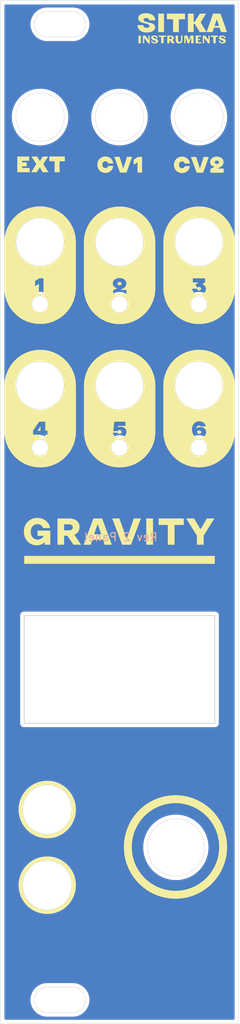
<source format=kicad_pcb>
(kicad_pcb (version 20211014) (generator pcbnew)

  (general
    (thickness 1.6)
  )

  (paper "A4")
  (layers
    (0 "F.Cu" signal)
    (31 "B.Cu" signal)
    (32 "B.Adhes" user "B.Adhesive")
    (33 "F.Adhes" user "F.Adhesive")
    (34 "B.Paste" user)
    (35 "F.Paste" user)
    (36 "B.SilkS" user "B.Silkscreen")
    (37 "F.SilkS" user "F.Silkscreen")
    (38 "B.Mask" user)
    (39 "F.Mask" user)
    (40 "Dwgs.User" user "User.Drawings")
    (41 "Cmts.User" user "User.Comments")
    (42 "Eco1.User" user "User.Eco1")
    (43 "Eco2.User" user "User.Eco2")
    (44 "Edge.Cuts" user)
    (45 "Margin" user)
    (46 "B.CrtYd" user "B.Courtyard")
    (47 "F.CrtYd" user "F.Courtyard")
    (48 "B.Fab" user)
    (49 "F.Fab" user)
    (50 "User.1" user)
    (51 "User.2" user)
    (52 "User.3" user)
    (53 "User.4" user)
    (54 "User.5" user)
    (55 "User.6" user)
    (56 "User.7" user)
    (57 "User.8" user)
    (58 "User.9" user)
  )

  (setup
    (pad_to_mask_clearance 0)
    (aux_axis_origin 60 31.75)
    (pcbplotparams
      (layerselection 0x00010f0_ffffffff)
      (disableapertmacros false)
      (usegerberextensions false)
      (usegerberattributes true)
      (usegerberadvancedattributes true)
      (creategerberjobfile true)
      (svguseinch false)
      (svgprecision 6)
      (excludeedgelayer true)
      (plotframeref false)
      (viasonmask false)
      (mode 1)
      (useauxorigin false)
      (hpglpennumber 1)
      (hpglpenspeed 20)
      (hpglpendiameter 15.000000)
      (dxfpolygonmode true)
      (dxfimperialunits true)
      (dxfusepcbnewfont true)
      (psnegative false)
      (psa4output false)
      (plotreference true)
      (plotvalue true)
      (plotinvisibletext false)
      (sketchpadsonfab false)
      (subtractmaskfromsilk false)
      (outputformat 1)
      (mirror false)
      (drillshape 0)
      (scaleselection 1)
      (outputdirectory "Gerbers rev2/")
    )
  )

  (net 0 "")

  (gr_poly
    (pts
      (xy 63.628528 51.887472)
      (xy 62.73711 51.887472)
      (xy 62.73711 52.093661)
      (xy 63.315369 52.093661)
      (xy 63.315369 52.584587)
      (xy 62.73711 52.584587)
      (xy 62.73711 52.790776)
      (xy 63.685373 52.790776)
      (xy 63.685373 53.327177)
      (xy 62.129912 53.327177)
      (xy 62.129912 51.351587)
      (xy 63.628528 51.351587)
    ) (layer "F.SilkS") (width 0) (fill solid) (tstamp 071754c7-0916-448d-9342-57e016835f84))
  (gr_poly
    (pts
      (xy 75.471581 52.831111)
      (xy 75.482433 52.831111)
      (xy 75.945454 51.391922)
      (xy 76.600194 51.391922)
      (xy 75.880858 53.367512)
      (xy 75.062304 53.367512)
      (xy 74.342451 51.391922)
      (xy 75.011144 51.391922)
    ) (layer "F.SilkS") (width 0) (fill solid) (tstamp 077e59cb-027a-42f1-9716-c5de83e2352b))
  (gr_poly
    (pts
      (xy 81.460054 36.169712)
      (xy 81.483547 36.170632)
      (xy 81.506382 36.172166)
      (xy 81.528561 36.174314)
      (xy 81.550082 36.177076)
      (xy 81.570946 36.180451)
      (xy 81.591153 36.184441)
      (xy 81.610703 36.189045)
      (xy 81.629595 36.194262)
      (xy 81.647831 36.200094)
      (xy 81.665409 36.206541)
      (xy 81.682329 36.213601)
      (xy 81.698593 36.221276)
      (xy 81.714199 36.229566)
      (xy 81.729148 36.23847)
      (xy 81.74344 36.247989)
      (xy 81.756967 36.257885)
      (xy 81.769622 36.268265)
      (xy 81.781405 36.27913)
      (xy 81.792314 36.290479)
      (xy 81.802351 36.302313)
      (xy 81.811515 36.314631)
      (xy 81.819807 36.327434)
      (xy 81.827225 36.340722)
      (xy 81.833771 36.354494)
      (xy 81.839444 36.368752)
      (xy 81.844245 36.383494)
      (xy 81.848172 36.398722)
      (xy 81.851227 36.414435)
      (xy 81.853409 36.430633)
      (xy 81.854718 36.447316)
      (xy 81.855155 36.464484)
      (xy 81.854971 36.474246)
      (xy 81.85442 36.483878)
      (xy 81.853502 36.493381)
      (xy 81.852216 36.502754)
      (xy 81.850564 36.511999)
      (xy 81.848545 36.521114)
      (xy 81.846159 36.5301)
      (xy 81.843407 36.538957)
      (xy 81.840289 36.547684)
      (xy 81.836804 36.556282)
      (xy 81.832954 36.564751)
      (xy 81.828737 36.57309)
      (xy 81.824155 36.581301)
      (xy 81.819207 36.589382)
      (xy 81.813894 36.597333)
      (xy 81.808215 36.605155)
      (xy 81.802219 36.612649)
      (xy 81.795955 36.619959)
      (xy 81.789422 36.627085)
      (xy 81.78262 36.634029)
      (xy 81.77555 36.640789)
      (xy 81.768211 36.647366)
      (xy 81.760602 36.65376)
      (xy 81.752725 36.659971)
      (xy 81.744578 36.665999)
      (xy 81.736162 36.671843)
      (xy 81.727477 36.677505)
      (xy 81.718522 36.682983)
      (xy 81.709297 36.688278)
      (xy 81.699802 36.69339)
      (xy 81.690037 36.698319)
      (xy 81.680002 36.703065)
      (xy 81.944778 37.134774)
      (xy 81.602764 37.134774)
      (xy 81.372465 36.755522)
      (xy 81.315901 36.755522)
      (xy 81.315901 37.134774)
      (xy 81.015234 37.134774)
      (xy 81.015234 36.617612)
      (xy 81.315901 36.617612)
      (xy 81.434484 36.617612)
      (xy 81.441963 36.617461)
      (xy 81.449226 36.617007)
      (xy 81.456274 36.616251)
      (xy 81.463107 36.615193)
      (xy 81.469725 36.613832)
      (xy 81.476127 36.61217)
      (xy 81.482314 36.610206)
      (xy 81.488285 36.60794)
      (xy 81.494041 36.605372)
      (xy 81.499581 36.602502)
      (xy 81.504905 36.599332)
      (xy 81.510013 36.59586)
      (xy 81.514906 36.592086)
      (xy 81.519583 36.588012)
      (xy 81.524043 36.583637)
      (xy 81.528288 36.578961)
      (xy 81.532463 36.573843)
      (xy 81.536369 36.568489)
      (xy 81.540006 36.562898)
      (xy 81.543373 36.557071)
      (xy 81.546471 36.551007)
      (xy 81.549299 36.544706)
      (xy 81.551858 36.538168)
      (xy 81.554148 36.531394)
      (xy 81.556168 36.524382)
      (xy 81.557919 36.517134)
      (xy 81.559401 36.509648)
      (xy 81.560613 36.501925)
      (xy 81.561556 36.493965)
      (xy 81.562229 36.485767)
      (xy 81.562633 36.477332)
      (xy 81.562768 36.46866)
      (xy 81.562633 36.459991)
      (xy 81.562229 36.451571)
      (xy 81.561556 36.443398)
      (xy 81.560613 36.435473)
      (xy 81.559401 36.427796)
      (xy 81.557919 36.420367)
      (xy 81.556168 36.413186)
      (xy 81.554148 36.406252)
      (xy 81.551858 36.399566)
      (xy 81.549299 36.393128)
      (xy 81.546471 36.386938)
      (xy 81.543373 36.380995)
      (xy 81.540006 36.375301)
      (xy 81.536369 36.369854)
      (xy 81.532463 36.364655)
      (xy 81.528288 36.359704)
      (xy 81.524042 36.354861)
      (xy 81.51958 36.35033)
      (xy 81.514903 36.346112)
      (xy 81.51001 36.342206)
      (xy 81.504901 36.338612)
      (xy 81.499576 36.335331)
      (xy 81.494036 36.332362)
      (xy 81.48828 36.329706)
      (xy 81.482309 36.327362)
      (xy 81.476122 36.325331)
      (xy 81.469721 36.323612)
      (xy 81.463104 36.322205)
      (xy 81.456271 36.321111)
      (xy 81.449224 36.32033)
      (xy 81.441962 36.319861)
      (xy 81.434484 36.319705)
      (xy 81.315901 36.319705)
      (xy 81.315901 36.617612)
      (xy 81.015234 36.617612)
      (xy 81.015234 36.169406)
      (xy 81.435903 36.169405)
    ) (layer "F.SilkS") (width 0) (fill solid) (tstamp 0c82b546-515a-4fb4-be6c-5c552c95a7b1))
  (gr_poly
    (pts
      (xy 64.974699 51.927262)
      (xy 65.321965 51.351587)
      (xy 66.021664 51.351587)
      (xy 65.406715 52.302433)
      (xy 66.053186 53.327177)
      (xy 65.327649 53.327177)
      (xy 64.960747 52.717395)
      (xy 64.585576 53.327177)
      (xy 63.879676 53.327177)
      (xy 64.520464 52.305534)
      (xy 63.908098 51.351587)
      (xy 64.62795 51.351587)
    ) (layer "F.SilkS") (width 0) (fill solid) (tstamp 128f671d-0ff4-4544-adfa-1b3508ee7635))
  (gr_poly
    (pts
      (xy 80.845607 36.333509)
      (xy 80.547766 36.333509)
      (xy 80.547766 37.134774)
      (xy 80.244338 37.134774)
      (xy 80.244338 36.333509)
      (xy 79.946431 36.333509)
      (xy 79.946431 36.169406)
      (xy 80.845607 36.169406)
    ) (layer "F.SilkS") (width 0) (fill solid) (tstamp 192a5f1d-dcbd-4e2e-b14a-779c85f1f702))
  (gr_poly
    (pts
      (xy 83.094708 97.615455)
      (xy 81.934571 97.615455)
      (xy 81.934571 100.100574)
      (xy 81.086045 100.100574)
      (xy 81.086045 97.615455)
      (xy 79.92591 97.615455)
      (xy 79.92591 96.8)
      (xy 83.094708 96.8)
    ) (layer "F.SilkS") (width 0) (fill solid) (tstamp 2231d657-56f5-47bb-95a1-44e2b44949fc))
  (gr_circle (center 82.05 138.05) (end 88.05 138.05) (layer "F.SilkS") (width 1) (fill none) (tstamp 27a42063-36cb-405f-9130-beff536d6cf6))
  (gr_poly
    (pts
      (xy 65.236638 57.618429)
      (xy 65.46576 57.635743)
      (xy 65.691477 57.664261)
      (xy 65.913511 57.703702)
      (xy 66.131584 57.75379)
      (xy 66.345416 57.814244)
      (xy 66.554729 57.884787)
      (xy 66.759245 57.96514)
      (xy 66.958686 58.055026)
      (xy 67.152772 58.154164)
      (xy 67.341226 58.262277)
      (xy 67.523768 58.379086)
      (xy 67.700121 58.504313)
      (xy 67.870005 58.637679)
      (xy 68.033143 58.778905)
      (xy 68.189256 58.927714)
      (xy 68.338064 59.083827)
      (xy 68.479291 59.246965)
      (xy 68.612657 59.416849)
      (xy 68.737884 59.593202)
      (xy 68.854693 59.775744)
      (xy 68.962806 59.964198)
      (xy 69.061944 60.158284)
      (xy 69.151829 60.357725)
      (xy 69.232182 60.562241)
      (xy 69.302725 60.771554)
      (xy 69.36318 60.985386)
      (xy 69.413267 61.203458)
      (xy 69.452709 61.425492)
      (xy 69.481226 61.651209)
      (xy 69.49854 61.880331)
      (xy 69.504374 62.112579)
      (xy 69.504374 67.880187)
      (xy 69.49854 68.112435)
      (xy 69.481226 68.341556)
      (xy 69.452709 68.567273)
      (xy 69.413267 68.789307)
      (xy 69.36318 69.007379)
      (xy 69.302725 69.221211)
      (xy 69.232182 69.430524)
      (xy 69.151829 69.63504)
      (xy 69.061944 69.834481)
      (xy 68.962806 70.028567)
      (xy 68.854693 70.21702)
      (xy 68.737884 70.399563)
      (xy 68.612657 70.575915)
      (xy 68.479291 70.7458)
      (xy 68.338064 70.908938)
      (xy 68.189256 71.06505)
      (xy 68.033143 71.213859)
      (xy 67.870005 71.355086)
      (xy 67.700121 71.488452)
      (xy 67.523768 71.613679)
      (xy 67.341226 71.730488)
      (xy 67.152772 71.838601)
      (xy 66.958686 71.937739)
      (xy 66.759245 72.027624)
      (xy 66.554729 72.107978)
      (xy 66.345416 72.178521)
      (xy 66.131584 72.238975)
      (xy 65.913511 72.289063)
      (xy 65.691477 72.328504)
      (xy 65.46576 72.357022)
      (xy 65.236638 72.374336)
      (xy 65.00439 72.38017)
      (xy 64.772142 72.374336)
      (xy 64.54302 72.357022)
      (xy 64.317303 72.328504)
      (xy 64.095269 72.289063)
      (xy 63.877197 72.238975)
      (xy 63.663365 72.178521)
      (xy 63.454052 72.107978)
      (xy 63.249536 72.027624)
      (xy 63.050095 71.937739)
      (xy 62.856009 71.838601)
      (xy 62.667555 71.730488)
      (xy 62.485013 71.613679)
      (xy 62.30866 71.488452)
      (xy 62.138776 71.355086)
      (xy 61.975638 71.213859)
      (xy 61.819525 71.06505)
      (xy 61.670716 70.908938)
      (xy 61.52949 70.7458)
      (xy 61.396124 70.575915)
      (xy 61.270897 70.399563)
      (xy 61.154088 70.21702)
      (xy 61.045975 70.028567)
      (xy 60.975399 69.890399)
      (xy 63.939855 69.890399)
      (xy 63.941142 69.942469)
      (xy 63.944987 69.994187)
      (xy 63.951354 70.045465)
      (xy 63.960207 70.096218)
      (xy 63.971511 70.146359)
      (xy 63.98523 70.195802)
      (xy 64.001328 70.244462)
      (xy 64.019769 70.292252)
      (xy 64.040519 70.339086)
      (xy 64.06354 70.384878)
      (xy 64.088799 70.429542)
      (xy 64.116258 70.472992)
      (xy 64.145883 70.515141)
      (xy 64.177638 70.555905)
      (xy 64.211486 70.595195)
      (xy 64.247393 70.632928)
      (xy 64.285125 70.668835)
      (xy 64.324416 70.702683)
      (xy 64.365178 70.734438)
      (xy 64.407327 70.764063)
      (xy 64.450776 70.791522)
      (xy 64.495438 70.81678)
      (xy 64.541228 70.839802)
      (xy 64.58806 70.860551)
      (xy 64.635846 70.878993)
      (xy 64.684501 70.895091)
      (xy 64.73394 70.908809)
      (xy 64.784074 70.920113)
      (xy 64.83482 70.928966)
      (xy 64.886089 70.935332)
      (xy 64.937797 70.939177)
      (xy 64.989856 70.940465)
      (xy 65.041927 70.939181)
      (xy 65.093645 70.935339)
      (xy 65.144923 70.928975)
      (xy 65.195676 70.920125)
      (xy 65.245818 70.908825)
      (xy 65.295262 70.895109)
      (xy 65.343923 70.879014)
      (xy 65.391714 70.860576)
      (xy 65.438549 70.839829)
      (xy 65.484342 70.81681)
      (xy 65.529007 70.791555)
      (xy 65.572459 70.764098)
      (xy 65.61461 70.734476)
      (xy 65.655375 70.702724)
      (xy 65.694668 70.668878)
      (xy 65.732402 70.632973)
      (xy 65.768311 70.595244)
      (xy 65.802162 70.555955)
      (xy 65.83392 70.515194)
      (xy 65.863547 70.473045)
      (xy 65.891009 70.429596)
      (xy 65.91627 70.384933)
      (xy 65.939295 70.33914)
      (xy 65.960048 70.292305)
      (xy 65.978492 70.244513)
      (xy 65.994593 70.19585)
      (xy 66.008315 70.146402)
      (xy 66.019622 70.096255)
      (xy 66.028478 70.045495)
      (xy 66.034848 69.994209)
      (xy 66.038696 69.942481)
      (xy 66.039987 69.890399)
      (xy 66.0387 69.838328)
      (xy 66.034855 69.786611)
      (xy 66.028488 69.735332)
      (xy 66.019635 69.68458)
      (xy 66.008331 69.634439)
      (xy 65.994612 69.584995)
      (xy 65.978514 69.536336)
      (xy 65.960073 69.488546)
      (xy 65.939323 69.441712)
      (xy 65.916301 69.39592)
      (xy 65.891043 69.351256)
      (xy 65.863584 69.307807)
      (xy 65.833959 69.265657)
      (xy 65.802204 69.224894)
      (xy 65.768356 69.185604)
      (xy 65.732449 69.147872)
      (xy 65.694717 69.111965)
      (xy 65.655426 69.078117)
      (xy 65.614663 69.046362)
      (xy 65.572514 69.016738)
      (xy 65.529064 68.989278)
      (xy 65.4844 68.96402)
      (xy 65.438608 68.940998)
      (xy 65.391774 68.920249)
      (xy 65.343984 68.901807)
      (xy 65.295325 68.885709)
      (xy 65.245881 68.871991)
      (xy 65.19574 68.860687)
      (xy 65.144988 68.851834)
      (xy 65.093709 68.845467)
      (xy 65.041992 68.841622)
      (xy 64.989952 68.840335)
      (xy 64.937913 68.841619)
      (xy 64.886196 68.845461)
      (xy 64.834917 68.851824)
      (xy 64.784164 68.860674)
      (xy 64.734022 68.871975)
      (xy 64.684578 68.88569)
      (xy 64.635918 68.901785)
      (xy 64.588127 68.920224)
      (xy 64.541292 68.94097)
      (xy 64.495499 68.963989)
      (xy 64.450833 68.989245)
      (xy 64.407382 69.016701)
      (xy 64.365231 69.046324)
      (xy 64.324466 69.078075)
      (xy 64.285173 69.111921)
      (xy 64.247439 69.147826)
      (xy 64.21153 69.185556)
      (xy 64.177679 69.224844)
      (xy 64.145922 69.265606)
      (xy 64.116294 69.307754)
      (xy 64.088832 69.351203)
      (xy 64.063571 69.395867)
      (xy 64.040546 69.441659)
      (xy 64.019794 69.488494)
      (xy 64.001349 69.536287)
      (xy 63.985249 69.584949)
      (xy 63.971527 69.634397)
      (xy 63.96022 69.684544)
      (xy 63.951364 69.735303)
      (xy 63.944994 69.78659)
      (xy 63.941146 69.838317)
      (xy 63.939855 69.890399)
      (xy 60.975399 69.890399)
      (xy 60.946837 69.834481)
      (xy 60.856951 69.63504)
      (xy 60.776598 69.430524)
      (xy 60.706055 69.221211)
      (xy 60.645601 69.007379)
      (xy 60.607233 68.840335)
      (xy 64.989921 68.840335)
      (xy 64.989952 68.840335)
      (xy 64.989984 68.840335)
      (xy 64.989921 68.840335)
      (xy 60.607233 68.840335)
      (xy 60.595513 68.789307)
      (xy 60.556072 68.567273)
      (xy 60.527554 68.341556)
      (xy 60.51024 68.112435)
      (xy 60.504406 67.880187)
      (xy 60.504406 67.63679)
      (xy 64.371354 67.63679)
      (xy 64.850911 67.340167)
      (xy 64.850911 68.612958)
      (xy 65.429687 68.612958)
      (xy 65.429687 66.637368)
      (xy 64.935661 66.637368)
      (xy 64.371354 66.984633)
      (xy 64.371354 67.63679)
      (xy 60.504406 67.63679)
      (xy 60.504406 62.112579)
      (xy 60.504965 62.090357)
      (xy 61.939977 62.090357)
      (xy 61.943948 62.247305)
      (xy 61.955729 62.402193)
      (xy 61.975127 62.554829)
      (xy 62.00195 62.705022)
      (xy 62.036009 62.852579)
      (xy 62.077109 62.997309)
      (xy 62.125061 63.139021)
      (xy 62.179672 63.277523)
      (xy 62.240751 63.412623)
      (xy 62.308107 63.544129)
      (xy 62.381546 63.671851)
      (xy 62.460879 63.795596)
      (xy 62.545913 63.915172)
      (xy 62.636457 64.030389)
      (xy 62.732319 64.141055)
      (xy 62.833308 64.246977)
      (xy 62.939232 64.347964)
      (xy 63.049898 64.443825)
      (xy 63.165117 64.534368)
      (xy 63.284695 64.619402)
      (xy 63.408443 64.698734)
      (xy 63.536166 64.772173)
      (xy 63.667676 64.839528)
      (xy 63.802778 64.900607)
      (xy 63.941283 64.955218)
      (xy 64.082998 65.003169)
      (xy 64.227732 65.04427)
      (xy 64.375293 65.078328)
      (xy 64.52549 65.105152)
      (xy 64.678131 65.12455)
      (xy 64.833024 65.13633)
      (xy 64.989977 65.140301)
      (xy 65.146926 65.136327)
      (xy 65.301813 65.124544)
      (xy 65.454449 65.105143)
      (xy 65.604641 65.078317)
      (xy 65.752198 65.044256)
      (xy 65.896927 65.003153)
      (xy 66.038638 64.955199)
      (xy 66.177139 64.900585)
      (xy 66.312237 64.839505)
      (xy 66.443743 64.772148)
      (xy 66.571463 64.698707)
      (xy 66.695206 64.619373)
      (xy 66.814781 64.534338)
      (xy 66.929996 64.443794)
      (xy 67.04066 64.347932)
      (xy 67.14658 64.246944)
      (xy 67.247565 64.141021)
      (xy 67.343424 64.030356)
      (xy 67.433965 63.915139)
      (xy 67.518996 63.795563)
      (xy 67.598326 63.671819)
      (xy 67.671763 63.544099)
      (xy 67.739115 63.412593)
      (xy 67.800191 63.277495)
      (xy 67.8548 63.138996)
      (xy 67.902749 62.997286)
      (xy 67.943847 62.852559)
      (xy 67.977902 62.705005)
      (xy 68.004723 62.554816)
      (xy 68.024118 62.402184)
      (xy 68.035896 62.247301)
      (xy 68.039864 62.090358)
      (xy 68.035892 61.933409)
      (xy 68.024112 61.778521)
      (xy 68.004714 61.625885)
      (xy 67.97789 61.475693)
      (xy 67.943832 61.328136)
      (xy 67.902731 61.183406)
      (xy 67.85478 61.041694)
      (xy 67.800169 60.903192)
      (xy 67.73909 60.768093)
      (xy 67.671735 60.636586)
      (xy 67.598296 60.508865)
      (xy 67.518964 60.38512)
      (xy 67.433931 60.265543)
      (xy 67.343388 60.150327)
      (xy 67.247527 60.039662)
      (xy 67.146539 59.93374)
      (xy 67.040617 59.832752)
      (xy 66.929952 59.736891)
      (xy 66.814736 59.646348)
      (xy 66.695159 59.561315)
      (xy 66.571414 59.481983)
      (xy 66.443693 59.408544)
      (xy 66.312186 59.341189)
      (xy 66.177087 59.28011)
      (xy 66.038585 59.225499)
      (xy 65.896873 59.177548)
      (xy 65.752143 59.136447)
      (xy 65.604586 59.102389)
      (xy 65.454394 59.075565)
      (xy 65.301757 59.056167)
      (xy 65.146869 59.044387)
      (xy 64.989921 59.040416)
      (xy 64.989862 59.040416)
      (xy 64.832914 59.04439)
      (xy 64.678026 59.056173)
      (xy 64.52539 59.075574)
      (xy 64.375198 59.102401)
      (xy 64.227642 59.136462)
      (xy 64.082912 59.177565)
      (xy 63.941202 59.225519)
      (xy 63.802701 59.280132)
      (xy 63.667603 59.341213)
      (xy 63.536097 59.40857)
      (xy 63.408377 59.482011)
      (xy 63.284634 59.561345)
      (xy 63.165059 59.646379)
      (xy 63.049844 59.736923)
      (xy 62.939181 59.832785)
      (xy 62.833261 59.933773)
      (xy 62.732275 60.039696)
      (xy 62.636416 60.150361)
      (xy 62.545876 60.265578)
      (xy 62.460845 60.385154)
      (xy 62.381515 60.508898)
      (xy 62.308078 60.636618)
      (xy 62.240726 60.768123)
      (xy 62.17965 60.903221)
      (xy 62.125041 61.04172)
      (xy 62.077092 61.183429)
      (xy 62.035994 61.328157)
      (xy 62.001939 61.47571)
      (xy 61.975118 61.625899)
      (xy 61.955723 61.77853)
      (xy 61.943945 61.933414)
      (xy 61.939977 62.090357)
      (xy 60.504965 62.090357)
      (xy 60.51024 61.880331)
      (xy 60.527554 61.651209)
      (xy 60.556072 61.425492)
      (xy 60.595513 61.203458)
      (xy 60.645601 60.985386)
      (xy 60.706055 60.771554)
      (xy 60.776598 60.562241)
      (xy 60.856951 60.357725)
      (xy 60.946837 60.158284)
      (xy 61.045975 59.964198)
      (xy 61.154088 59.775744)
      (xy 61.270897 59.593202)
      (xy 61.396124 59.416849)
      (xy 61.52949 59.246965)
      (xy 61.670716 59.083827)
      (xy 61.819525 58.927714)
      (xy 61.975638 58.778905)
      (xy 62.138776 58.637679)
      (xy 62.30866 58.504313)
      (xy 62.485013 58.379086)
      (xy 62.667555 58.262277)
      (xy 62.856009 58.154164)
      (xy 63.050095 58.055026)
      (xy 63.249536 57.96514)
      (xy 63.454052 57.884787)
      (xy 63.663365 57.814244)
      (xy 63.877197 57.75379)
      (xy 64.095269 57.703702)
      (xy 64.317303 57.664261)
      (xy 64.54302 57.635743)
      (xy 64.772142 57.618429)
      (xy 65.00439 57.612595)
    ) (layer "F.SilkS") (width 0) (fill solid) (tstamp 283e6d72-d60d-49ad-b602-c6f2dda375c3))
  (gr_poly
    (pts
      (xy 82.37225 36.730674)
      (xy 82.372576 36.751251)
      (xy 82.372983 36.761199)
      (xy 82.373552 36.770921)
      (xy 82.374283 36.780415)
      (xy 82.375177 36.789684)
      (xy 82.376232 36.798726)
      (xy 82.377449 36.807541)
      (xy 82.378828 36.816131)
      (xy 82.380368 36.824494)
      (xy 82.382069 36.832631)
      (xy 82.383932 36.840543)
      (xy 82.385955 36.848228)
      (xy 82.38814 36.855688)
      (xy 82.390485 36.862922)
      (xy 82.39299 36.869931)
      (xy 82.395819 36.876541)
      (xy 82.398788 36.882926)
      (xy 82.401895 36.889085)
      (xy 82.405142 36.895019)
      (xy 82.408527 36.900727)
      (xy 82.412053 36.90621)
      (xy 82.415718 36.911466)
      (xy 82.419523 36.916496)
      (xy 82.423467 36.9213)
      (xy 82.427552 36.925878)
      (xy 82.431777 36.930229)
      (xy 82.436142 36.934353)
      (xy 82.440648 36.938251)
      (xy 82.445295 36.941922)
      (xy 82.450082 36.945365)
      (xy 82.45501 36.948582)
      (xy 82.460263 36.951586)
      (xy 82.465677 36.954396)
      (xy 82.471253 36.957011)
      (xy 82.476991 36.959432)
      (xy 82.48289 36.961659)
      (xy 82.48895 36.963692)
      (xy 82.495173 36.965531)
      (xy 82.501556 36.967176)
      (xy 82.508102 36.968627)
      (xy 82.514809 36.969884)
      (xy 82.521677 36.970947)
      (xy 82.528707 36.971817)
      (xy 82.535899 36.972494)
      (xy 82.543252 36.972977)
      (xy 82.550767 36.973267)
      (xy 82.558443 36.973363)
      (xy 82.565792 36.973245)
      (xy 82.573012 36.972891)
      (xy 82.580103 36.9723)
      (xy 82.587066 36.971473)
      (xy 82.593899 36.970409)
      (xy 82.600604 36.969108)
      (xy 82.607179 36.967571)
      (xy 82.613625 36.965796)
      (xy 82.619942 36.963785)
      (xy 82.626129 36.961536)
      (xy 82.632187 36.959051)
      (xy 82.638115 36.956328)
      (xy 82.643913 36.953367)
      (xy 82.649582 36.950169)
      (xy 82.65512 36.946734)
      (xy 82.660529 36.94306)
      (xy 82.665797 36.938998)
      (xy 82.670915 36.934742)
      (xy 82.675881 36.930292)
      (xy 82.680697 36.925647)
      (xy 82.685361 36.920808)
      (xy 82.689875 36.915775)
      (xy 82.694238 36.910548)
      (xy 82.69845 36.905127)
      (xy 82.702511 36.899511)
      (xy 82.706422 36.893702)
      (xy 82.710182 36.887699)
      (xy 82.713791 36.881503)
      (xy 82.717249 36.875112)
      (xy 82.720556 36.868528)
      (xy 82.723713 36.861751)
      (xy 82.726719 36.85478)
      (xy 82.729558 36.847631)
      (xy 82.732213 36.840322)
      (xy 82.734685 36.832852)
      (xy 82.736974 36.825221)
      (xy 82.739079 36.817428)
      (xy 82.741001 36.809475)
      (xy 82.742739 36.80136)
      (xy 82.744295 36.793083)
      (xy 82.745667 36.784645)
      (xy 82.746856 36.776046)
      (xy 82.747863 36.767284)
      (xy 82.748686 36.758361)
      (xy 82.749326 36.749275)
      (xy 82.749783 36.740027)
      (xy 82.750149 36.721045)
      (xy 82.750149 36.169406)
      (xy 82.919775 36.169406)
      (xy 82.919775 36.729259)
      (xy 82.919575 36.745502)
      (xy 82.918977 36.761476)
      (xy 82.917979 36.777182)
      (xy 82.916583 36.79262)
      (xy 82.914787 36.807789)
      (xy 82.912593 36.822689)
      (xy 82.91 36.83732)
      (xy 82.907009 36.851681)
      (xy 82.903619 36.865774)
      (xy 82.89983 36.879596)
      (xy 82.895643 36.89315)
      (xy 82.891058 36.906433)
      (xy 82.886075 36.919446)
      (xy 82.880693 36.932189)
      (xy 82.874913 36.944662)
      (xy 82.868735 36.956865)
      (xy 82.862185 36.968592)
      (xy 82.855289 36.979985)
      (xy 82.848049 36.991044)
      (xy 82.840464 37.001768)
      (xy 82.832534 37.012158)
      (xy 82.824259 37.022214)
      (xy 82.815639 37.031936)
      (xy 82.806674 37.041323)
      (xy 82.797365 37.050377)
      (xy 82.78771 37.059096)
      (xy 82.777711 37.067482)
      (xy 82.767367 37.075534)
      (xy 82.756679 37.083252)
      (xy 82.745645 37.090637)
      (xy 82.734267 37.097687)
      (xy 82.722545 37.104405)
      (xy 82.710688 37.110584)
      (xy 82.698562 37.116364)
      (xy 82.686167 37.121747)
      (xy 82.673503 37.126731)
      (xy 82.660571 37.131317)
      (xy 82.647369 37.135504)
      (xy 82.633897 37.139292)
      (xy 82.620157 37.142682)
      (xy 82.606147 37.145674)
      (xy 82.591867 37.148266)
      (xy 82.577318 37.15046)
      (xy 82.562499 37.152255)
      (xy 82.547411 37.153652)
      (xy 82.532053 37.154649)
      (xy 82.516424 37.155248)
      (xy 82.500526 37.155447)
      (xy 82.484279 37.155248)
      (xy 82.468289 37.154649)
      (xy 82.452558 37.153652)
      (xy 82.437084 37.152255)
      (xy 82.421869 37.15046)
      (xy 82.406913 37.148266)
      (xy 82.392215 37.145673)
      (xy 82.377775 37.142682)
      (xy 82.363594 37.139292)
      (xy 82.349672 37.135503)
      (xy 82.336008 37.131316)
      (xy 82.322604 37.12673)
      (xy 82.309458 37.121747)
      (xy 82.296572 37.116364)
      (xy 82.283945 37.110584)
      (xy 82.271577 37.104405)
      (xy 82.259676 37.09786)
      (xy 82.248111 37.090981)
      (xy 82.23688 37.083769)
      (xy 82.225983 37.076223)
      (xy 82.215421 37.068344)
      (xy 82.205192 37.060131)
      (xy 82.195298 37.051584)
      (xy 82.185739 37.042703)
      (xy 82.176513 37.033488)
      (xy 82.167621 37.023939)
      (xy 82.159063 37.014056)
      (xy 82.150838 37.003839)
      (xy 82.142947 36.993288)
      (xy 82.13539 36.982402)
      (xy 82.128166 36.971181)
      (xy 82.121276 36.959626)
      (xy 82.11493 36.947613)
      (xy 82.108993 36.935362)
      (xy 82.103466 36.922874)
      (xy 82.09835 36.910149)
      (xy 82.093642 36.897186)
      (xy 82.089345 36.883987)
      (xy 82.085457 36.87055)
      (xy 82.081978 36.856876)
      (xy 82.078909 36.842965)
      (xy 82.07625 36.828818)
      (xy 82.073999 36.814433)
      (xy 82.072158 36.799811)
      (xy 82.070726 36.784953)
      (xy 82.069704 36.769858)
      (xy 82.06909 36.754526)
      (xy 82.068886 36.738957)
      (xy 82.068886 36.169406)
      (xy 82.37225 36.169406)
    ) (layer "F.SilkS") (width 0) (fill solid) (tstamp 291adf6d-e12d-4018-b99b-a93bba2bfae9))
  (gr_poly
    (pts
      (xy 87.288148 51.368776)
      (xy 87.317891 51.369797)
      (xy 87.347236 51.371498)
      (xy 87.376184 51.37388)
      (xy 87.404736 51.376944)
      (xy 87.43289 51.38069)
      (xy 87.460647 51.385119)
      (xy 87.488007 51.390231)
      (xy 87.51497 51.396026)
      (xy 87.541537 51.402505)
      (xy 87.567706 51.409669)
      (xy 87.593479 51.417517)
      (xy 87.618856 51.426051)
      (xy 87.643836 51.435271)
      (xy 87.668419 51.445177)
      (xy 87.692606 51.45577)
      (xy 87.716618 51.466973)
      (xy 87.73997 51.478708)
      (xy 87.762663 51.490975)
      (xy 87.784695 51.503774)
      (xy 87.806067 51.517104)
      (xy 87.826779 51.530965)
      (xy 87.846829 51.545356)
      (xy 87.866218 51.560276)
      (xy 87.884946 51.575726)
      (xy 87.903012 51.591704)
      (xy 87.920416 51.608211)
      (xy 87.937158 51.625245)
      (xy 87.953237 51.642806)
      (xy 87.968654 51.660894)
      (xy 87.983407 51.679509)
      (xy 87.997497 51.698649)
      (xy 88.010826 51.718205)
      (xy 88.023294 51.738067)
      (xy 88.034903 51.758236)
      (xy 88.045652 51.778713)
      (xy 88.055541 51.799497)
      (xy 88.06457 51.820588)
      (xy 88.07274 51.841988)
      (xy 88.080049 51.863696)
      (xy 88.086499 51.885712)
      (xy 88.092089 51.908038)
      (xy 88.096819 51.930673)
      (xy 88.100688 51.953617)
      (xy 88.103698 51.976872)
      (xy 88.105848 52.000436)
      (xy 88.107138 52.024312)
      (xy 88.107568 52.048498)
      (xy 88.10738 52.064331)
      (xy 88.106815 52.080079)
      (xy 88.105874 52.095742)
      (xy 88.104557 52.111319)
      (xy 88.102864 52.12681)
      (xy 88.100796 52.142214)
      (xy 88.098353 52.157531)
      (xy 88.095534 52.17276)
      (xy 88.09234 52.187901)
      (xy 88.088772 52.202953)
      (xy 88.08483 52.217916)
      (xy 88.080513 52.23279)
      (xy 88.075822 52.247573)
      (xy 88.070758 52.262265)
      (xy 88.06532 52.276867)
      (xy 88.059509 52.291377)
      (xy 88.053689 52.305774)
      (xy 88.047517 52.320039)
      (xy 88.040994 52.33417)
      (xy 88.034119 52.348169)
      (xy 88.026893 52.362036)
      (xy 88.019314 52.375769)
      (xy 88.011383 52.389371)
      (xy 88.0031 52.402839)
      (xy 87.994464 52.416176)
      (xy 87.985475 52.42938)
      (xy 87.976132 52.442452)
      (xy 87.966437 52.455393)
      (xy 87.956388 52.468201)
      (xy 87.945985 52.480877)
      (xy 87.935228 52.493422)
      (xy 87.924117 52.505835)
      (xy 87.912674 52.517752)
      (xy 87.900922 52.529513)
      (xy 87.888861 52.541119)
      (xy 87.876491 52.552568)
      (xy 87.863813 52.563863)
      (xy 87.850825 52.575003)
      (xy 87.823925 52.596818)
      (xy 87.795789 52.618015)
      (xy 87.766419 52.638596)
      (xy 87.735814 52.658563)
      (xy 87.703975 52.677917)
      (xy 87.700405 52.68069)
      (xy 87.69675 52.683367)
      (xy 87.693007 52.68595)
      (xy 87.689178 52.688441)
      (xy 87.68526 52.690844)
      (xy 87.681253 52.693163)
      (xy 87.677156 52.695398)
      (xy 87.672969 52.697554)
      (xy 87.638863 52.714607)
      (xy 87.348442 52.863952)
      (xy 88.124105 52.863952)
      (xy 88.124105 53.386401)
      (xy 86.447721 53.386401)
      (xy 86.447721 52.915112)
      (xy 86.992391 52.635542)
      (xy 86.978438 52.635542)
      (xy 86.976999 52.634839)
      (xy 86.975481 52.634129)
      (xy 86.973879 52.633416)
      (xy 86.97219 52.6327)
      (xy 86.970409 52.631985)
      (xy 86.968534 52.631271)
      (xy 86.966561 52.630562)
      (xy 86.964486 52.629858)
      (xy 86.940759 52.625414)
      (xy 86.917559 52.62055)
      (xy 86.894884 52.615264)
      (xy 86.872737 52.609559)
      (xy 86.851116 52.603434)
      (xy 86.830023 52.596889)
      (xy 86.809458 52.589925)
      (xy 86.789422 52.582542)
      (xy 86.769915 52.57474)
      (xy 86.750938 52.566519)
      (xy 86.732491 52.55788)
      (xy 86.714575 52.548823)
      (xy 86.697189 52.539348)
      (xy 86.680336 52.529455)
      (xy 86.664014 52.519145)
      (xy 86.648225 52.508418)
      (xy 86.633302 52.49735)
      (xy 86.618869 52.486019)
      (xy 86.604925 52.474425)
      (xy 86.591471 52.462568)
      (xy 86.578505 52.450446)
      (xy 86.566026 52.438061)
      (xy 86.554034 52.425412)
      (xy 86.542528 52.412498)
      (xy 86.531507 52.399319)
      (xy 86.52097 52.385876)
      (xy 86.510917 52.372168)
      (xy 86.501346 52.358195)
      (xy 86.492258 52.343956)
      (xy 86.48365 52.329452)
      (xy 86.475523 52.314682)
      (xy 86.467875 52.299646)
      (xy 86.461036 52.284068)
      (xy 86.45463 52.268379)
      (xy 86.448657 52.252578)
      (xy 86.44312 52.236667)
      (xy 86.438018 52.220645)
      (xy 86.433354 52.204512)
      (xy 86.429129 52.188269)
      (xy 86.425343 52.171915)
      (xy 86.421999 52.155451)
      (xy 86.419096 52.138877)
      (xy 86.416637 52.122193)
      (xy 86.414622 52.105399)
      (xy 86.413053 52.088496)
      (xy 86.411931 52.071483)
      (xy 86.411921 52.071236)
      (xy 86.998075 52.071236)
      (xy 86.998196 52.078942)
      (xy 86.998559 52.086538)
      (xy 86.999163 52.094024)
      (xy 87.00001 52.1014)
      (xy 87.001099 52.108665)
      (xy 87.002429 52.11582)
      (xy 87.004003 52.122865)
      (xy 87.005818 52.1298)
      (xy 87.007876 52.136624)
      (xy 87.010177 52.143338)
      (xy 87.01272 52.149942)
      (xy 87.015507 52.156436)
      (xy 87.018536 52.162819)
      (xy 87.021808 52.169092)
      (xy 87.025323 52.175255)
      (xy 87.029081 52.181307)
      (xy 87.033404 52.187216)
      (xy 87.037906 52.192949)
      (xy 87.042587 52.198505)
      (xy 87.047446 52.203885)
      (xy 87.052483 52.209089)
      (xy 87.057697 52.214116)
      (xy 87.063088 52.218967)
      (xy 87.068655 52.223642)
      (xy 87.074399 52.22814)
      (xy 87.080319 52.232462)
      (xy 87.086415 52.236607)
      (xy 87.092686 52.240576)
      (xy 87.099132 52.244368)
      (xy 87.105752 52.247984)
      (xy 87.112547 52.251424)
      (xy 87.119515 52.254687)
      (xy 87.126989 52.257762)
      (xy 87.134594 52.260637)
      (xy 87.142329 52.263312)
      (xy 87.150196 52.265787)
      (xy 87.158194 52.268063)
      (xy 87.166324 52.27014)
      (xy 87.174585 52.272018)
      (xy 87.182979 52.273698)
      (xy 87.191505 52.275179)
      (xy 87.200163 52.276462)
      (xy 87.208954 52.277546)
      (xy 87.217878 52.278433)
      (xy 87.226935 52.279123)
      (xy 87.236126 52.279615)
      (xy 87.245449 52.27991)
      (xy 87.254907 52.280009)
      (xy 87.26471 52.27991)
      (xy 87.274362 52.279615)
      (xy 87.283864 52.279123)
      (xy 87.293215 52.278433)
      (xy 87.302413 52.277546)
      (xy 87.311459 52.276462)
      (xy 87.320352 52.275179)
      (xy 87.329092 52.273698)
      (xy 87.337677 52.272018)
      (xy 87.346107 52.27014)
      (xy 87.354381 52.268063)
      (xy 87.362499 52.265787)
      (xy 87.370461 52.263312)
      (xy 87.378265 52.260637)
      (xy 87.385912 52.257762)
      (xy 87.3934 52.254687)
      (xy 87.4007 52.251424)
      (xy 87.407782 52.247984)
      (xy 87.414645 52.244368)
      (xy 87.42129 52.240576)
      (xy 87.427716 52.236607)
      (xy 87.433922 52.232462)
      (xy 87.439908 52.22814)
      (xy 87.445674 52.223642)
      (xy 87.45122 52.218967)
      (xy 87.456545 52.214116)
      (xy 87.461648 52.209089)
      (xy 87.46653 52.203885)
      (xy 87.47119 52.198505)
      (xy 87.475627 52.192949)
      (xy 87.479842 52.187216)
      (xy 87.483834 52.181307)
      (xy 87.487932 52.175255)
      (xy 87.49176 52.169092)
      (xy 87.495319 52.162818)
      (xy 87.498608 52.156435)
      (xy 87.50163 52.149941)
      (xy 87.504385 52.143337)
      (xy 87.506873 52.136623)
      (xy 87.509096 52.129798)
      (xy 87.511055 52.122864)
      (xy 87.512749 52.115819)
      (xy 87.514181 52.108664)
      (xy 87.51535 52.101398)
      (xy 87.516258 52.094023)
      (xy 87.516906 52.086538)
      (xy 87.517294 52.078942)
      (xy 87.517423 52.071236)
      (xy 87.517294 52.063538)
      (xy 87.516906 52.055968)
      (xy 87.516258 52.048525)
      (xy 87.51535 52.041212)
      (xy 87.514181 52.034027)
      (xy 87.512749 52.026973)
      (xy 87.511055 52.02005)
      (xy 87.509096 52.013258)
      (xy 87.506873 52.006599)
      (xy 87.504385 52.000073)
      (xy 87.50163 51.99368)
      (xy 87.498608 51.987422)
      (xy 87.495319 51.9813)
      (xy 87.49176 51.975313)
      (xy 87.487932 51.969462)
      (xy 87.483834 51.963749)
      (xy 87.479842 51.95784)
      (xy 87.475627 51.952107)
      (xy 87.47119 51.94655)
      (xy 87.46653 51.94117)
      (xy 87.461648 51.935967)
      (xy 87.456545 51.930939)
      (xy 87.45122 51.926088)
      (xy 87.445674 51.921414)
      (xy 87.439908 51.916916)
      (xy 87.433922 51.912594)
      (xy 87.427716 51.908449)
      (xy 87.42129 51.90448)
      (xy 87.414645 51.900687)
      (xy 87.407782 51.897071)
      (xy 87.4007 51.893631)
      (xy 87.3934 51.890368)
      (xy 87.385912 51.887293)
      (xy 87.378265 51.884418)
      (xy 87.37046 51.881744)
      (xy 87.362498 51.879268)
      (xy 87.35438 51.876992)
      (xy 87.346105 51.874915)
      (xy 87.337675 51.873037)
      (xy 87.32909 51.871358)
      (xy 87.320351 51.869877)
      (xy 87.311458 51.868594)
      (xy 87.302412 51.867509)
      (xy 87.293214 51.866622)
      (xy 87.283863 51.865933)
      (xy 87.274362 51.86544)
      (xy 87.26471 51.865145)
      (xy 87.254907 51.865047)
      (xy 87.245449 51.865145)
      (xy 87.236125 51.86544)
      (xy 87.226934 51.865933)
      (xy 87.217877 51.866622)
      (xy 87.208953 51.867509)
      (xy 87.200162 51.868594)
      (xy 87.191503 51.869877)
      (xy 87.182978 51.871358)
      (xy 87.174584 51.873037)
      (xy 87.166322 51.874915)
      (xy 87.158193 51.876992)
      (xy 87.150195 51.879268)
      (xy 87.142328 51.881744)
      (xy 87.134593 51.884418)
      (xy 87.126989 51.887293)
      (xy 87.119515 51.890368)
      (xy 87.112547 51.893631)
      (xy 87.105752 51.897071)
      (xy 87.099132 51.900687)
      (xy 87.092686 51.90448)
      (xy 87.086415 51.908449)
      (xy 87.080319 51.912594)
      (xy 87.074399 51.916916)
      (xy 87.068655 51.921414)
      (xy 87.063088 51.926088)
      (xy 87.057697 51.930939)
      (xy 87.052483 51.935967)
      (xy 87.047446 51.94117)
      (xy 87.042587 51.94655)
      (xy 87.037906 51.952107)
      (xy 87.033404 51.95784)
      (xy 87.029081 51.963749)
      (xy 87.025323 51.969462)
      (xy 87.021808 51.975312)
      (xy 87.018536 51.981299)
      (xy 87.015507 51.987421)
      (xy 87.01272 51.993679)
      (xy 87.010177 52.000071)
      (xy 87.007876 52.006597)
      (xy 87.005818 52.013257)
      (xy 87.004003 52.020048)
      (xy 87.002429 52.026971)
      (xy 87.001099 52.034026)
      (xy 87.00001 52.04121)
      (xy 86.999163 52.048524)
      (xy 86.998559 52.055967)
      (xy 86.998196 52.063538)
      (xy 86.998075 52.071236)
      (xy 86.411921 52.071236)
      (xy 86.411256 52.05436)
      (xy 86.411031 52.037129)
      (xy 86.411422 52.015687)
      (xy 86.412594 51.9944)
      (xy 86.414545 51.973268)
      (xy 86.417274 51.952291)
      (xy 86.42078 51.931468)
      (xy 86.425061 51.9108)
      (xy 86.430117 51.890286)
      (xy 86.435946 51.869927)
      (xy 86.442546 51.849721)
      (xy 86.449917 51.829671)
      (xy 86.458057 51.809774)
      (xy 86.466965 51.790032)
      (xy 86.47664 51.770443)
      (xy 86.487079 51.751009)
      (xy 86.498283 51.731728)
      (xy 86.51025 51.712601)
      (xy 86.52295 51.693775)
      (xy 86.536354 51.675396)
      (xy 86.550464 51.657464)
      (xy 86.565279 51.639977)
      (xy 86.5808 51.622935)
      (xy 86.597025 51.606336)
      (xy 86.613956 51.59018)
      (xy 86.631592 51.574467)
      (xy 86.649934 51.559194)
      (xy 86.668981 51.544361)
      (xy 86.688734 51.529967)
      (xy 86.709193 51.516012)
      (xy 86.730358 51.502494)
      (xy 86.752228 51.489412)
      (xy 86.774805 51.476766)
      (xy 86.798088 51.464555)
      (xy 86.822373 51.452933)
      (xy 86.847252 51.442057)
      (xy 86.872724 51.431929)
      (xy 86.89879 51.422547)
      (xy 86.92545 51.413914)
      (xy 86.952704 51.406029)
      (xy 86.980553 51.398892)
      (xy 87.008998 51.392505)
      (xy 87.038037 51.386868)
      (xy 87.067672 51.381981)
      (xy 87.097903 51.377844)
      (xy 87.128731 51.374458)
      (xy 87.160154 51.371824)
      (xy 87.192175 51.369942)
      (xy 87.224793 51.368813)
      (xy 87.258008 51.368436)
    ) (layer "F.SilkS") (width 0) (fill solid) (tstamp 353b9c5a-ac4e-4eb5-b3e9-ae05f4ac0c94))
  (gr_poly
    (pts
      (xy 85.253663 57.62803)
      (xy 85.482785 57.645344)
      (xy 85.708502 57.673862)
      (xy 85.930536 57.713303)
      (xy 86.148609 57.763391)
      (xy 86.362441 57.823845)
      (xy 86.571754 57.894388)
      (xy 86.77627 57.974741)
      (xy 86.975711 58.064627)
      (xy 87.169797 58.163765)
      (xy 87.358251 58.271878)
      (xy 87.540793 58.388687)
      (xy 87.717146 58.513914)
      (xy 87.88703 58.64728)
      (xy 88.050168 58.788506)
      (xy 88.206281 58.937315)
      (xy 88.355089 59.093428)
      (xy 88.496316 59.256566)
      (xy 88.629682 59.42645)
      (xy 88.754909 59.602803)
      (xy 88.871718 59.785345)
      (xy 88.979831 59.973799)
      (xy 89.078969 60.167885)
      (xy 89.168854 60.367326)
      (xy 89.249207 60.571842)
      (xy 89.31975 60.781155)
      (xy 89.380205 60.994987)
      (xy 89.430292 61.213059)
      (xy 89.469734 61.435093)
      (xy 89.498251 61.66081)
      (xy 89.515565 61.889932)
      (xy 89.521399 62.12218)
      (xy 89.521399 67.889788)
      (xy 89.515565 68.122036)
      (xy 89.498251 68.351157)
      (xy 89.469734 68.576874)
      (xy 89.430292 68.798908)
      (xy 89.380205 69.01698)
      (xy 89.31975 69.230812)
      (xy 89.249207 69.440125)
      (xy 89.168854 69.644641)
      (xy 89.078969 69.844082)
      (xy 88.979831 70.038168)
      (xy 88.871718 70.226621)
      (xy 88.754909 70.409164)
      (xy 88.629682 70.585516)
      (xy 88.496316 70.755401)
      (xy 88.355089 70.918539)
      (xy 88.206281 71.074651)
      (xy 88.050168 71.22346)
      (xy 87.88703 71.364687)
      (xy 87.717146 71.498053)
      (xy 87.540793 71.62328)
      (xy 87.358251 71.740089)
      (xy 87.169797 71.848202)
      (xy 86.975711 71.94734)
      (xy 86.77627 72.037225)
      (xy 86.571754 72.117579)
      (xy 86.362441 72.188122)
      (xy 86.148609 72.248576)
      (xy 85.930536 72.298664)
      (xy 85.708502 72.338105)
      (xy 85.482785 72.366623)
      (xy 85.253663 72.383937)
      (xy 85.021415 72.389771)
      (xy 84.789167 72.383937)
      (xy 84.560045 72.366623)
      (xy 84.334328 72.338105)
      (xy 84.112294 72.298664)
      (xy 83.894222 72.248576)
      (xy 83.68039 72.188122)
      (xy 83.471077 72.117579)
      (xy 83.266561 72.037225)
      (xy 83.06712 71.94734)
      (xy 82.873034 71.848202)
      (xy 82.68458 71.740089)
      (xy 82.502038 71.62328)
      (xy 82.325685 71.498053)
      (xy 82.155801 71.364687)
      (xy 81.992663 71.22346)
      (xy 81.83655 71.074651)
      (xy 81.687741 70.918539)
      (xy 81.546515 70.755401)
      (xy 81.413149 70.585516)
      (xy 81.287922 70.409164)
      (xy 81.171113 70.226621)
      (xy 81.063 70.038168)
      (xy 80.992424 69.9)
      (xy 83.95688 69.9)
      (xy 83.958167 69.95207)
      (xy 83.962012 70.003788)
      (xy 83.968379 70.055066)
      (xy 83.977232 70.105819)
      (xy 83.988536 70.15596)
      (xy 84.002255 70.205403)
      (xy 84.018353 70.254063)
      (xy 84.036794 70.301853)
      (xy 84.057544 70.348687)
      (xy 84.080565 70.394479)
      (xy 84.105824 70.439143)
      (xy 84.133283 70.482593)
      (xy 84.162908 70.524742)
      (xy 84.194663 70.565506)
      (xy 84.228511 70.604796)
      (xy 84.264418 70.642529)
      (xy 84.30215 70.678436)
      (xy 84.341441 70.712284)
      (xy 84.382203 70.744039)
      (xy 84.424352 70.773664)
      (xy 84.467801 70.801123)
      (xy 84.512463 70.826381)
      (xy 84.558253 70.849403)
      (xy 84.605085 70.870152)
      (xy 84.652871 70.888594)
      (xy 84.701526 70.904692)
      (xy 84.750965 70.91841)
      (xy 84.801099 70.929714)
      (xy 84.851845 70.938567)
      (xy 84.903114 70.944933)
      (xy 84.954822 70.948778)
      (xy 85.006881 70.950066)
      (xy 85.058952 70.948782)
      (xy 85.11067 70.94494)
      (xy 85.161948 70.938576)
      (xy 85.212701 70.929726)
      (xy 85.262843 70.918426)
      (xy 85.312287 70.90471)
      (xy 85.360948 70.888615)
      (xy 85.408739 70.870177)
      (xy 85.455574 70.84943)
      (xy 85.501367 70.826411)
      (xy 85.546032 70.801156)
      (xy 85.589484 70.773699)
      (xy 85.631635 70.744077)
      (xy 85.6724 70.712325)
      (xy 85.711693 70.678479)
      (xy 85.749427 70.642574)
      (xy 85.785336 70.604845)
      (xy 85.819187 70.565556)
      (xy 85.850945 70.524795)
      (xy 85.880572 70.482646)
      (xy 85.908034 70.439197)
      (xy 85.933295 70.394534)
      (xy 85.95632 70.348741)
      (xy 85.977073 70.301906)
      (xy 85.995517 70.254114)
      (xy 86.011618 70.205451)
      (xy 86.02534 70.156003)
      (xy 86.036647 70.105856)
      (xy 86.045503 70.055096)
      (xy 86.051873 70.00381)
      (xy 86.055721 69.952082)
      (xy 86.057012 69.9)
      (xy 86.055725 69.847929)
      (xy 86.05188 69.796212)
      (xy 86.045513 69.744933)
      (xy 86.03666 69.694181)
      (xy 86.025356 69.64404)
      (xy 86.011637 69.594596)
      (xy 85.995539 69.545937)
      (xy 85.977098 69.498147)
      (xy 85.956348 69.451313)
      (xy 85.933326 69.405521)
      (xy 85.908068 69.360857)
      (xy 85.880609 69.317408)
      (xy 85.850984 69.275258)
      (xy 85.819229 69.234495)
      (xy 85.785381 69.195205)
      (xy 85.749474 69.157473)
      (xy 85.711742 69.121566)
      (xy 85.672451 69.087718)
      (xy 85.631688 69.055963)
      (xy 85.589539 69.026339)
      (xy 85.546089 68.998879)
      (xy 85.501425 68.973621)
      (xy 85.455633 68.950599)
      (xy 85.408799 68.92985)
      (xy 85.361009 68.911408)
      (xy 85.31235 68.89531)
      (xy 85.262906 68.881592)
      (xy 85.212765 68.870288)
      (xy 85.162013 68.861435)
      (xy 85.110734 68.855068)
      (xy 85.059017 68.851223)
      (xy 85.006977 68.849936)
      (xy 84.954938 68.85122)
      (xy 84.903221 68.855062)
      (xy 84.851942 68.861425)
      (xy 84.801189 68.870275)
      (xy 84.751047 68.881576)
      (xy 84.701603 68.895291)
      (xy 84.652943 68.911386)
      (xy 84.605152 68.929825)
      (xy 84.558317 68.950571)
      (xy 84.512524 68.97359)
      (xy 84.467858 68.998846)
      (xy 84.424407 69.026302)
      (xy 84.382256 69.055925)
      (xy 84.341491 69.087676)
      (xy 84.302198 69.121522)
      (xy 84.264464 69.157427)
      (xy 84.228555 69.195157)
      (xy 84.194704 69.234445)
      (xy 84.162947 69.275207)
      (xy 84.133319 69.317355)
      (xy 84.105857 69.360804)
      (xy 84.080596 69.405468)
      (xy 84.057571 69.45126)
      (xy 84.036819 69.498095)
      (xy 84.018374 69.545888)
      (xy 84.002274 69.59455)
      (xy 83.988552 69.643998)
      (xy 83.977245 69.694145)
      (xy 83.968389 69.744904)
      (xy 83.962019 69.796191)
      (xy 83.958171 69.847918)
      (xy 83.95688 69.9)
      (xy 80.992424 69.9)
      (xy 80.963862 69.844082)
      (xy 80.873976 69.644641)
      (xy 80.793623 69.440125)
      (xy 80.72308 69.230812)
      (xy 80.662626 69.01698)
      (xy 80.624258 68.849936)
      (xy 85.006946 68.849936)
      (xy 85.006977 68.849936)
      (xy 85.007009 68.849936)
      (xy 85.006946 68.849936)
      (xy 80.624258 68.849936)
      (xy 80.612538 68.798908)
      (xy 80.573097 68.576874)
      (xy 80.544579 68.351157)
      (xy 80.527265 68.122036)
      (xy 80.522898 67.948181)
      (xy 84.16617 67.948181)
      (xy 84.167629 67.97445)
      (xy 84.169888 68.00034)
      (xy 84.172947 68.025853)
      (xy 84.176804 68.050987)
      (xy 84.181459 68.075745)
      (xy 84.18691 68.100126)
      (xy 84.193157 68.124131)
      (xy 84.200198 68.147761)
      (xy 84.208034 68.171016)
      (xy 84.216662 68.193897)
      (xy 84.226082 68.216404)
      (xy 84.236292 68.238538)
      (xy 84.247293 68.260299)
      (xy 84.259083 68.281689)
      (xy 84.271661 68.302706)
      (xy 84.285026 68.323353)
      (xy 84.299102 68.34353)
      (xy 84.313813 68.363139)
      (xy 84.329161 68.382179)
      (xy 84.345145 68.40065)
      (xy 84.361766 68.41855)
      (xy 84.379026 68.435879)
      (xy 84.396923 68.452636)
      (xy 84.41546 68.468821)
      (xy 84.434636 68.484432)
      (xy 84.454452 68.49947)
      (xy 84.474908 68.513933)
      (xy 84.496006 68.52782)
      (xy 84.517745 68.541131)
      (xy 84.540126 68.553866)
      (xy 84.56315 68.566022)
      (xy 84.586817 68.577601)
      (xy 84.61138 68.588193)
      (xy 84.636384 68.598099)
      (xy 84.661831 68.607319)
      (xy 84.68772 68.615853)
      (xy 84.71405 68.623701)
      (xy 84.740822 68.630865)
      (xy 84.768035 68.637344)
      (xy 84.795689 68.643139)
      (xy 84.823784 68.648251)
      (xy 84.85232 68.652679)
      (xy 84.881297 68.656425)
      (xy 84.910714 68.659489)
      (xy 84.940571 68.661871)
      (xy 84.970869 68.663572)
      (xy 85.001606 68.664592)
      (xy 85.032784 68.664932)
      (xy 85.063608 68.664601)
      (xy 85.093992 68.663606)
      (xy 85.123934 68.661949)
      (xy 85.153437 68.659628)
      (xy 85.182498 68.656646)
      (xy 85.211119 68.653001)
      (xy 85.239298 68.648694)
      (xy 85.267037 68.643726)
      (xy 85.294335 68.638096)
      (xy 85.321191 68.631805)
      (xy 85.347607 68.624852)
      (xy 85.373581 68.617239)
      (xy 85.399115 68.608966)
      (xy 85.424207 68.600031)
      (xy 85.448857 68.590437)
      (xy 85.473067 68.580183)
      (xy 85.496711 68.568981)
      (xy 85.519668 68.557246)
      (xy 85.541937 68.544979)
      (xy 85.563519 68.53218)
      (xy 85.584415 68.51885)
      (xy 85.604625 68.504989)
      (xy 85.624151 68.490598)
      (xy 85.642992 68.475678)
      (xy 85.66115 68.460228)
      (xy 85.678625 68.44425)
      (xy 85.695418 68.427743)
      (xy 85.71153 68.410709)
      (xy 85.72696 68.393148)
      (xy 85.74171 68.37506)
      (xy 85.755781 68.356445)
      (xy 85.769173 68.337305)
      (xy 85.782162 68.317741)
      (xy 85.794319 68.297853)
      (xy 85.805642 68.27764)
      (xy 85.816131 68.257102)
      (xy 85.825784 68.236237)
      (xy 85.834602 68.215044)
      (xy 85.842583 68.193523)
      (xy 85.849728 68.171672)
      (xy 85.856034 68.14949)
      (xy 85.861502 68.126976)
      (xy 85.866131 68.10413)
      (xy 85.869919 68.08095)
      (xy 85.872867 68.057435)
      (xy 85.874974 68.033584)
      (xy 85.876238 68.009396)
      (xy 85.87666 67.984871)
      (xy 85.876435 67.966987)
      (xy 85.875761 67.949317)
      (xy 85.874639 67.931862)
      (xy 85.87307 67.914624)
      (xy 85.871056 67.897603)
      (xy 85.868597 67.880799)
      (xy 85.865695 67.864215)
      (xy 85.86235 67.84785)
      (xy 85.858565 67.831706)
      (xy 85.85434 67.815783)
      (xy 85.849676 67.800082)
      (xy 85.844574 67.784604)
      (xy 85.839036 67.76935)
      (xy 85.833063 67.754321)
      (xy 85.826656 67.739517)
      (xy 85.819816 67.724939)
      (xy 85.812928 67.71027)
      (xy 85.805669 67.695895)
      (xy 85.798039 67.681814)
      (xy 85.790037 67.668025)
      (xy 85.781662 67.654528)
      (xy 85.772914 67.64132)
      (xy 85.763792 67.628402)
      (xy 85.754296 67.615771)
      (xy 85.744425 67.603427)
      (xy 85.734179 67.591369)
      (xy 85.723557 67.579595)
      (xy 85.712558 67.568104)
      (xy 85.701182 67.556895)
      (xy 85.689429 67.545967)
      (xy 85.677297 67.535319)
      (xy 85.664787 67.52495)
      (xy 85.651945 67.514893)
      (xy 85.638818 67.505181)
      (xy 85.625407 67.495817)
      (xy 85.611711 67.486801)
      (xy 85.597729 67.478133)
      (xy 85.583462 67.469816)
      (xy 85.568909 67.461849)
      (xy 85.55407 67.454235)
      (xy 85.538943 67.446973)
      (xy 85.52353 67.440065)
      (xy 85.50783 67.433511)
      (xy 85.491842 67.427313)
      (xy 85.475566 67.421471)
      (xy 85.459002 67.415987)
      (xy 85.44215 67.410862)
      (xy 85.425008 67.406096)
      (xy 85.421908 67.406096)
      (xy 85.421899 67.405759)
      (xy 85.421873 67.405448)
      (xy 85.421854 67.405303)
      (xy 85.421829 67.405164)
      (xy 85.4218 67.405031)
      (xy 85.421767 67.404904)
      (xy 85.421728 67.404783)
      (xy 85.421685 67.404669)
      (xy 85.421636 67.40456)
      (xy 85.421582 67.404457)
      (xy 85.421524 67.40436)
      (xy 85.42146 67.404269)
      (xy 85.421391 67.404183)
      (xy 85.421316 67.404103)
      (xy 85.421236 67.404029)
      (xy 85.42115 67.403959)
      (xy 85.421059 67.403895)
      (xy 85.420962 67.403837)
      (xy 85.420859 67.403783)
      (xy 85.42075 67.403734)
      (xy 85.420636 67.403691)
      (xy 85.420515 67.403652)
      (xy 85.420389 67.403619)
      (xy 85.420256 67.40359)
      (xy 85.420117 67.403565)
      (xy 85.419971 67.403546)
      (xy 85.419661 67.40352)
      (xy 85.419324 67.403511)
      (xy 85.413639 67.403511)
      (xy 85.780542 67.135311)
      (xy 85.780542 66.646969)
      (xy 84.236967 66.646969)
      (xy 84.236967 67.169417)
      (xy 84.961987 67.169417)
      (xy 84.550126 67.465523)
      (xy 84.820911 67.812788)
      (xy 84.863285 67.781782)
      (xy 84.872548 67.775597)
      (xy 84.88199 67.769745)
      (xy 84.89161 67.764232)
      (xy 84.901407 67.759065)
      (xy 84.911381 67.754251)
      (xy 84.92153 67.749796)
      (xy 84.931853 67.745707)
      (xy 84.94235 67.741991)
      (xy 84.953643 67.738691)
      (xy 84.964945 67.735844)
      (xy 84.976253 67.733444)
      (xy 84.987564 67.731489)
      (xy 84.998876 67.729975)
      (xy 85.010185 67.728898)
      (xy 85.021489 67.728255)
      (xy 85.032784 67.728041)
      (xy 85.045354 67.728291)
      (xy 85.057662 67.729041)
      (xy 85.069709 67.730294)
      (xy 85.081494 67.732048)
      (xy 85.093016 67.734306)
      (xy 85.104275 67.737069)
      (xy 85.11527 67.740336)
      (xy 85.126001 67.74411)
      (xy 85.136468 67.748391)
      (xy 85.146669 67.75318)
      (xy 85.156605 67.758478)
      (xy 85.166275 67.764286)
      (xy 85.175678 67.770605)
      (xy 85.184814 67.777435)
      (xy 85.193683 67.784778)
      (xy 85.202283 67.792635)
      (xy 85.210484 67.800529)
      (xy 85.218156 67.808689)
      (xy 85.225297 67.817116)
      (xy 85.231909 67.825808)
      (xy 85.237992 67.834766)
      (xy 85.243545 67.843989)
      (xy 85.248569 67.853478)
      (xy 85.253063 67.863231)
      (xy 85.257029 67.873249)
      (xy 85.260465 67.883532)
      (xy 85.263372 67.894078)
      (xy 85.265751 67.904889)
      (xy 85.267601 67.915963)
      (xy 85.268922 67.927301)
      (xy 85.269715 67.938902)
      (xy 85.269979 67.950766)
      (xy 85.269858 67.958825)
      (xy 85.269495 67.966775)
      (xy 85.268891 67.974615)
      (xy 85.268044 67.982346)
      (xy 85.266955 67.989967)
      (xy 85.265625 67.997478)
      (xy 85.264051 68.00488)
      (xy 85.262236 68.012171)
      (xy 85.260178 68.019352)
      (xy 85.257877 68.026422)
      (xy 85.255334 68.033382)
      (xy 85.252547 68.040232)
      (xy 85.249518 68.046971)
      (xy 85.246246 68.053598)
      (xy 85.242731 68.060115)
      (xy 85.238973 68.066521)
      (xy 85.23499 68.072783)
      (xy 85.230801 68.07887)
      (xy 85.226407 68.084781)
      (xy 85.221809 68.090517)
      (xy 85.217008 68.096076)
      (xy 85.212006 68.10146)
      (xy 85.206803 68.106667)
      (xy 85.201401 68.111698)
      (xy 85.1958 68.116553)
      (xy 85.190001 68.121231)
      (xy 85.184007 68.125732)
      (xy 85.177816 68.130057)
      (xy 85.171432 68.134204)
      (xy 85.164854 68.138175)
      (xy 85.158084 68.141968)
      (xy 85.151123 68.145584)
      (xy 85.144003 68.149004)
      (xy 85.136753 68.152207)
      (xy 85.129373 68.155194)
      (xy 85.121861 68.157963)
      (xy 85.114219 68.160513)
      (xy 85.106446 68.162845)
      (xy 85.098541 68.164958)
      (xy 85.090504 68.166851)
      (xy 85.082334 68.168524)
      (xy 85.074032 68.169975)
      (xy 85.065597 68.171205)
      (xy 85.057029 68.172212)
      (xy 85.048327 68.172997)
      (xy 85.03949 68.173558)
      (xy 85.03052 68.173895)
      (xy 85.021415 68.174008)
      (xy 85.012642 68.173895)
      (xy 85.003958 68.173558)
      (xy 84.995365 68.172997)
      (xy 84.986862 68.172212)
      (xy 84.978449 68.171205)
      (xy 84.970124 68.169975)
      (xy 84.961888 68.168524)
      (xy 84.953741 68.166851)
      (xy 84.945682 68.164958)
      (xy 84.937711 68.162845)
      (xy 84.929827 68.160513)
      (xy 84.92203 68.157963)
      (xy 84.91432 68.155194)
      (xy 84.906696 68.152207)
      (xy 84.899159 68.149004)
      (xy 84.891707 68.145584)
      (xy 84.88473 68.141968)
      (xy 84.87791 68.138175)
      (xy 84.871247 68.134204)
      (xy 84.864739 68.130057)
      (xy 84.858387 68.125732)
      (xy 84.85219 68.121231)
      (xy 84.846148 68.116553)
      (xy 84.840261 68.111698)
      (xy 84.834528 68.106667)
      (xy 84.828949 68.10146)
      (xy 84.823524 68.096076)
      (xy 84.818252 68.090517)
      (xy 84.813133 68.084781)
      (xy 84.808166 68.07887)
      (xy 84.803352 68.072783)
      (xy 84.79869 68.066521)
      (xy 84.794214 68.060106)
      (xy 84.789952 68.053564)
      (xy 84.785904 68.046893)
      (xy 84.782071 68.040092)
      (xy 84.778455 68.033161)
      (xy 84.775055 68.0261)
      (xy 84.771874 68.018907)
      (xy 84.768912 68.011583)
      (xy 84.766171 68.004127)
      (xy 84.76365 67.996538)
      (xy 84.76135 67.988815)
      (xy 84.759274 67.980959)
      (xy 84.757421 67.972968)
      (xy 84.755793 67.964841)
      (xy 84.754391 67.956579)
      (xy 84.753215 67.948181)
      (xy 84.16617 67.948181)
      (xy 80.522898 67.948181)
      (xy 80.521431 67.889788)
      (xy 80.521431 62.12218)
      (xy 80.52199 62.099958)
      (xy 81.957002 62.099958)
      (xy 81.960973 62.256906)
      (xy 81.972754 62.411794)
      (xy 81.992152 62.56443)
      (xy 82.018975 62.714623)
      (xy 82.053034 62.86218)
      (xy 82.094134 63.00691)
      (xy 82.142086 63.148622)
      (xy 82.196697 63.287124)
      (xy 82.257776 63.422224)
      (xy 82.325132 63.55373)
      (xy 82.398571 63.681452)
      (xy 82.477904 63.805197)
      (xy 82.562938 63.924773)
      (xy 82.653482 64.03999)
      (xy 82.749344 64.150656)
      (xy 82.850333 64.256578)
      (xy 82.956257 64.357565)
      (xy 83.066923 64.453426)
      (xy 83.182142 64.543969)
      (xy 83.30172 64.629003)
      (xy 83.425468 64.708335)
      (xy 83.553191 64.781774)
      (xy 83.684701 64.849129)
      (xy 83.819803 64.910208)
      (xy 83.958308 64.964819)
      (xy 84.100023 65.01277)
      (xy 84.244757 65.053871)
      (xy 84.392318 65.087929)
      (xy 84.542515 65.114753)
      (xy 84.695156 65.134151)
      (xy 84.850049 65.145931)
      (xy 85.007002 65.149902)
      (xy 85.163951 65.145928)
      (xy 85.318838 65.134145)
      (xy 85.471474 65.114744)
      (xy 85.621666 65.087918)
      (xy 85.769223 65.053857)
      (xy 85.913952 65.012754)
      (xy 86.055663 64.9648)
      (xy 86.194164 64.910186)
      (xy 86.329262 64.849106)
      (xy 86.460768 64.781749)
      (xy 86.588488 64.708308)
      (xy 86.712231 64.628974)
      (xy 86.831806 64.543939)
      (xy 86.947021 64.453395)
      (xy 87.057685 64.357533)
      (xy 87.163605 64.256545)
      (xy 87.26459 64.150622)
      (xy 87.360449 64.039957)
      (xy 87.45099 63.92474)
      (xy 87.536021 63.805164)
      (xy 87.615351 63.68142)
      (xy 87.688788 63.5537)
      (xy 87.75614 63.422194)
      (xy 87.817216 63.287096)
      (xy 87.871825 63.148597)
      (xy 87.919774 63.006887)
      (xy 87.960872 62.86216)
      (xy 87.994927 62.714606)
      (xy 88.021748 62.564417)
      (xy 88.041143 62.411785)
      (xy 88.052921 62.256902)
      (xy 88.056889 62.099959)
      (xy 88.052917 61.94301)
      (xy 88.041137 61.788122)
      (xy 88.021739 61.635486)
      (xy 87.994915 61.485294)
      (xy 87.960857 61.337737)
      (xy 87.919756 61.193007)
      (xy 87.871805 61.051295)
      (xy 87.817194 60.912793)
      (xy 87.756115 60.777694)
      (xy 87.68876 60.646187)
      (xy 87.615321 60.518466)
      (xy 87.535989 60.394721)
      (xy 87.450956 60.275144)
      (xy 87.360413 60.159928)
      (xy 87.264552 60.049263)
      (xy 87.163564 59.943341)
      (xy 87.057642 59.842353)
      (xy 86.946977 59.746492)
      (xy 86.831761 59.655949)
      (xy 86.712184 59.570916)
      (xy 86.588439 59.491584)
      (xy 86.460718 59.418145)
      (xy 86.329211 59.35079)
      (xy 86.194112 59.289711)
      (xy 86.05561 59.2351)
      (xy 85.913898 59.187149)
      (xy 85.769168 59.146048)
      (xy 85.621611 59.11199)
      (xy 85.471419 59.085166)
      (xy 85.318782 59.065768)
      (xy 85.163894 59.053988)
      (xy 85.006946 59.050017)
      (xy 85.006887 59.050017)
      (xy 84.849939 59.053991)
      (xy 84.695051 59.065774)
      (xy 84.542415 59.085175)
      (xy 84.392223 59.112002)
      (xy 84.244667 59.146063)
      (xy 84.099937 59.187166)
      (xy 83.958227 59.23512)
      (xy 83.819726 59.289733)
      (xy 83.684628 59.350814)
      (xy 83.553122 59.418171)
      (xy 83.425402 59.491612)
      (xy 83.301659 59.570946)
      (xy 83.182084 59.65598)
      (xy 83.066869 59.746524)
      (xy 82.956206 59.842386)
      (xy 82.850286 59.943374)
      (xy 82.7493 60.049297)
      (xy 82.653441 60.159962)
      (xy 82.562901 60.275179)
      (xy 82.47787 60.394755)
      (xy 82.39854 60.518499)
      (xy 82.325103 60.646219)
      (xy 82.257751 60.777724)
      (xy 82.196675 60.912822)
      (xy 82.142066 61.051321)
      (xy 82.094117 61.19303)
      (xy 82.053019 61.337758)
      (xy 82.018964 61.485311)
      (xy 81.992143 61.6355)
      (xy 81.972748 61.788131)
      (xy 81.96097 61.943015)
      (xy 81.957002 62.099958)
      (xy 80.52199 62.099958)
      (xy 80.527265 61.889932)
      (xy 80.544579 61.66081)
      (xy 80.573097 61.435093)
      (xy 80.612538 61.213059)
      (xy 80.662626 60.994987)
      (xy 80.72308 60.781155)
      (xy 80.793623 60.571842)
      (xy 80.873976 60.367326)
      (xy 80.963862 60.167885)
      (xy 81.063 59.973799)
      (xy 81.171113 59.785345)
      (xy 81.287922 59.602803)
      (xy 81.413149 59.42645)
      (xy 81.546515 59.256566)
      (xy 81.687741 59.093428)
      (xy 81.83655 58.937315)
      (xy 81.992663 58.788506)
      (xy 82.155801 58.64728)
      (xy 82.325685 58.513914)
      (xy 82.502038 58.388687)
      (xy 82.68458 58.271878)
      (xy 82.873034 58.163765)
      (xy 83.06712 58.064627)
      (xy 83.266561 57.974741)
      (xy 83.471077 57.894388)
      (xy 83.68039 57.823845)
      (xy 83.894222 57.763391)
      (xy 84.112294 57.713303)
      (xy 84.334328 57.673862)
      (xy 84.560045 57.645344)
      (xy 84.789167 57.62803)
      (xy 85.021415 57.622196)
    ) (layer "F.SilkS") (width 0) (fill solid) (tstamp 39047179-c0eb-4b7a-8343-ea8301c3c937))
  (gr_poly
    (pts
      (xy 75.246372 57.636556)
      (xy 75.475494 57.65387)
      (xy 75.701211 57.682388)
      (xy 75.923245 57.721829)
      (xy 76.141318 57.771917)
      (xy 76.35515 57.832371)
      (xy 76.564463 57.902914)
      (xy 76.768979 57.983267)
      (xy 76.96842 58.073153)
      (xy 77.162506 58.172291)
      (xy 77.35096 58.280404)
      (xy 77.533502 58.397213)
      (xy 77.709855 58.52244)
      (xy 77.879739 58.655806)
      (xy 78.042877 58.797032)
      (xy 78.19899 58.945841)
      (xy 78.347798 59.101954)
      (xy 78.489025 59.265092)
      (xy 78.622391 59.434976)
      (xy 78.747618 59.611329)
      (xy 78.864427 59.793871)
      (xy 78.97254 59.982325)
      (xy 79.071678 60.176411)
      (xy 79.161563 60.375852)
      (xy 79.241916 60.580368)
      (xy 79.312459 60.789681)
      (xy 79.372914 61.003513)
      (xy 79.423001 61.221585)
      (xy 79.462443 61.443619)
      (xy 79.49096 61.669336)
      (xy 79.508274 61.898458)
      (xy 79.514108 62.130706)
      (xy 79.514108 67.898314)
      (xy 79.508274 68.130562)
      (xy 79.49096 68.359683)
      (xy 79.462443 68.5854)
      (xy 79.423001 68.807434)
      (xy 79.372914 69.025506)
      (xy 79.312459 69.239338)
      (xy 79.241916 69.448651)
      (xy 79.161563 69.653167)
      (xy 79.071678 69.852608)
      (xy 78.97254 70.046694)
      (xy 78.864427 70.235147)
      (xy 78.747618 70.41769)
      (xy 78.622391 70.594042)
      (xy 78.489025 70.763927)
      (xy 78.347798 70.927065)
      (xy 78.19899 71.083177)
      (xy 78.042877 71.231986)
      (xy 77.879739 71.373213)
      (xy 77.709855 71.506579)
      (xy 77.533502 71.631806)
      (xy 77.35096 71.748615)
      (xy 77.162506 71.856728)
      (xy 76.96842 71.955866)
      (xy 76.768979 72.045751)
      (xy 76.564463 72.126105)
      (xy 76.35515 72.196648)
      (xy 76.141318 72.257102)
      (xy 75.923245 72.30719)
      (xy 75.701211 72.346631)
      (xy 75.475494 72.375149)
      (xy 75.246372 72.392463)
      (xy 75.014124 72.398297)
      (xy 74.781876 72.392463)
      (xy 74.552754 72.375149)
      (xy 74.327037 72.346631)
      (xy 74.105003 72.30719)
      (xy 73.886931 72.257102)
      (xy 73.673099 72.196648)
      (xy 73.463786 72.126105)
      (xy 73.25927 72.045751)
      (xy 73.059829 71.955866)
      (xy 72.865743 71.856728)
      (xy 72.677289 71.748615)
      (xy 72.494747 71.631806)
      (xy 72.318394 71.506579)
      (xy 72.14851 71.373213)
      (xy 71.985372 71.231986)
      (xy 71.829259 71.083177)
      (xy 71.68045 70.927065)
      (xy 71.539224 70.763927)
      (xy 71.405858 70.594042)
      (xy 71.280631 70.41769)
      (xy 71.163822 70.235147)
      (xy 71.055709 70.046694)
      (xy 70.985133 69.908526)
      (xy 73.949589 69.908526)
      (xy 73.950876 69.960596)
      (xy 73.954721 70.012314)
      (xy 73.961088 70.063592)
      (xy 73.969941 70.114345)
      (xy 73.981245 70.164486)
      (xy 73.994964 70.213929)
      (xy 74.011062 70.262589)
      (xy 74.029503 70.310379)
      (xy 74.050253 70.357213)
      (xy 74.073274 70.403005)
      (xy 74.098533 70.447669)
      (xy 74.125992 70.491119)
      (xy 74.155617 70.533268)
      (xy 74.187372 70.574032)
      (xy 74.22122 70.613322)
      (xy 74.257127 70.651055)
      (xy 74.294859 70.686962)
      (xy 74.33415 70.72081)
      (xy 74.374912 70.752565)
      (xy 74.417061 70.78219)
      (xy 74.46051 70.809649)
      (xy 74.505172 70.834907)
      (xy 74.550962 70.857929)
      (xy 74.597794 70.878678)
      (xy 74.64558 70.89712)
      (xy 74.694235 70.913218)
      (xy 74.743674 70.926936)
      (xy 74.793808 70.93824)
      (xy 74.844554 70.947093)
      (xy 74.895823 70.953459)
      (xy 74.947531 70.957304)
      (xy 74.99959 70.958592)
      (xy 75.051661 70.957308)
      (xy 75.103379 70.953466)
      (xy 75.154657 70.947102)
      (xy 75.20541 70.938252)
      (xy 75.255552 70.926952)
      (xy 75.304996 70.913236)
      (xy 75.353657 70.897141)
      (xy 75.401448 70.878703)
      (xy 75.448283 70.857956)
      (xy 75.494076 70.834937)
      (xy 75.538741 70.809682)
      (xy 75.582193 70.782225)
      (xy 75.624344 70.752603)
      (xy 75.665109 70.720851)
      (xy 75.704402 70.687005)
      (xy 75.742136 70.6511)
      (xy 75.778045 70.613371)
      (xy 75.811896 70.574082)
      (xy 75.843654 70.533321)
      (xy 75.873281 70.491172)
      (xy 75.900743 70.447723)
      (xy 75.926004 70.40306)
      (xy 75.949029 70.357267)
      (xy 75.969782 70.310432)
      (xy 75.988226 70.26264)
      (xy 76.004327 70.213977)
      (xy 76.018049 70.164529)
      (xy 76.029356 70.114382)
      (xy 76.038212 70.063622)
      (xy 76.044582 70.012336)
      (xy 76.04843 69.960608)
      (xy 76.049721 69.908526)
      (xy 76.048434 69.856455)
      (xy 76.044589 69.804738)
      (xy 76.038222 69.753459)
      (xy 76.029369 69.702707)
      (xy 76.018065 69.652566)
      (xy 76.004346 69.603122)
      (xy 75.988248 69.554463)
      (xy 75.969807 69.506673)
      (xy 75.949057 69.459839)
      (xy 75.926035 69.414047)
      (xy 75.900777 69.369383)
      (xy 75.873318 69.325934)
      (xy 75.843693 69.283784)
      (xy 75.811938 69.243021)
      (xy 75.77809 69.203731)
      (xy 75.742183 69.165999)
      (xy 75.704451 69.130092)
      (xy 75.66516 69.096244)
      (xy 75.624397 69.064489)
      (xy 75.582248 69.034865)
      (xy 75.538798 69.007405)
      (xy 75.494134 68.982147)
      (xy 75.448342 68.959125)
      (xy 75.401508 68.938376)
      (xy 75.353718 68.919934)
      (xy 75.305059 68.903836)
      (xy 75.255615 68.890118)
      (xy 75.205474 68.878814)
      (xy 75.154722 68.869961)
      (xy 75.103443 68.863594)
      (xy 75.051726 68.859749)
      (xy 74.999686 68.858462)
      (xy 74.947647 68.859746)
      (xy 74.89593 68.863588)
      (xy 74.844651 68.869951)
      (xy 74.793898 68.878801)
      (xy 74.743756 68.890102)
      (xy 74.694312 68.903817)
      (xy 74.645652 68.919912)
      (xy 74.597861 68.938351)
      (xy 74.551026 68.959097)
      (xy 74.505233 68.982116)
      (xy 74.460567 69.007372)
      (xy 74.417116 69.034828)
      (xy 74.374965 69.064451)
      (xy 74.3342 69.096202)
      (xy 74.294907 69.130048)
      (xy 74.257173 69.165953)
      (xy 74.221264 69.203683)
      (xy 74.187413 69.242971)
      (xy 74.155656 69.283733)
      (xy 74.126028 69.325881)
      (xy 74.098566 69.36933)
      (xy 74.073305 69.413994)
      (xy 74.05028 69.459786)
      (xy 74.029528 69.506621)
      (xy 74.011083 69.554414)
      (xy 73.994983 69.603076)
      (xy 73.981261 69.652524)
      (xy 73.969954 69.702671)
      (xy 73.961098 69.75343)
      (xy 73.954728 69.804717)
      (xy 73.95088 69.856444)
      (xy 73.949589 69.908526)
      (xy 70.985133 69.908526)
      (xy 70.956571 69.852608)
      (xy 70.866685 69.653167)
      (xy 70.786332 69.448651)
      (xy 70.715789 69.239338)
      (xy 70.655335 69.025506)
      (xy 70.616967 68.858462)
      (xy 74.999655 68.858462)
      (xy 74.999686 68.858462)
      (xy 74.999718 68.858462)
      (xy 74.999655 68.858462)
      (xy 70.616967 68.858462)
      (xy 70.605247 68.807434)
      (xy 70.565806 68.5854)
      (xy 70.537288 68.359683)
      (xy 70.519974 68.130562)
      (xy 70.51414 67.898314)
      (xy 70.51414 67.28233)
      (xy 74.157329 67.28233)
      (xy 74.157554 67.299561)
      (xy 74.158228 67.316683)
      (xy 74.15935 67.333696)
      (xy 74.160919 67.3506)
      (xy 74.162933 67.367394)
      (xy 74.165392 67.384077)
      (xy 74.168294 67.400652)
      (xy 74.171638 67.417116)
      (xy 74.175424 67.433469)
      (xy 74.179649 67.449713)
      (xy 74.184313 67.465845)
      (xy 74.189414 67.481867)
      (xy 74.194952 67.497779)
      (xy 74.200925 67.513579)
      (xy 74.207332 67.529268)
      (xy 74.214173 67.544846)
      (xy 74.22182 67.559882)
      (xy 74.229948 67.574653)
      (xy 74.238556 67.589157)
      (xy 74.247644 67.603396)
      (xy 74.257215 67.617369)
      (xy 74.267268 67.631077)
      (xy 74.277805 67.64452)
      (xy 74.288826 67.657699)
      (xy 74.300332 67.670612)
      (xy 74.312324 67.683262)
      (xy 74.324803 67.695647)
      (xy 74.337769 67.707768)
      (xy 74.351223 67.719626)
      (xy 74.365167 67.73122)
      (xy 74.3796 67.742551)
      (xy 74.394524 67.753619)
      (xy 74.410312 67.764346)
      (xy 74.426634 67.774656)
      (xy 74.443487 67.784549)
      (xy 74.460872 67.794024)
      (xy 74.478789 67.803081)
      (xy 74.497236 67.81172)
      (xy 74.516213 67.819941)
      (xy 74.53572 67.827743)
      (xy 74.555756 67.835126)
      (xy 74.576321 67.84209)
      (xy 74.597414 67.848635)
      (xy 74.619035 67.85476)
      (xy 74.641183 67.860465)
      (xy 74.663857 67.86575)
      (xy 74.687058 67.870615)
      (xy 74.710784 67.875059)
      (xy 74.714832 67.876391)
      (xy 74.716707 67.877022)
      (xy 74.718487 67.877642)
      (xy 74.720177 67.878263)
      (xy 74.721779 67.878894)
      (xy 74.723298 67.879545)
      (xy 74.724736 67.880226)
      (xy 74.739206 67.880226)
      (xy 74.194019 68.159796)
      (xy 74.194019 68.631085)
      (xy 75.87092 68.631085)
      (xy 75.87092 68.109152)
      (xy 75.09474 68.109152)
      (xy 75.385161 67.959292)
      (xy 75.419268 67.942755)
      (xy 75.423455 67.940576)
      (xy 75.427551 67.938282)
      (xy 75.431557 67.935881)
      (xy 75.435475 67.933383)
      (xy 75.439305 67.930796)
      (xy 75.443047 67.928131)
      (xy 75.446703 67.925396)
      (xy 75.450273 67.9226)
      (xy 75.466346 67.912999)
      (xy 75.482112 67.903246)
      (xy 75.497568 67.893339)
      (xy 75.512716 67.883279)
      (xy 75.527556 67.873065)
      (xy 75.542086 67.862698)
      (xy 75.556309 67.852176)
      (xy 75.570222 67.8415)
      (xy 75.583827 67.83067)
      (xy 75.597123 67.819685)
      (xy 75.61011 67.808546)
      (xy 75.622789 67.797251)
      (xy 75.635159 67.785801)
      (xy 75.64722 67.774196)
      (xy 75.658972 67.762434)
      (xy 75.670415 67.750517)
      (xy 75.681526 67.738104)
      (xy 75.692283 67.72556)
      (xy 75.702686 67.712883)
      (xy 75.712735 67.700075)
      (xy 75.722431 67.687135)
      (xy 75.731773 67.674063)
      (xy 75.740762 67.660859)
      (xy 75.749398 67.647523)
      (xy 75.757681 67.634054)
      (xy 75.765612 67.620453)
      (xy 75.773191 67.606719)
      (xy 75.780417 67.592853)
      (xy 75.787292 67.578854)
      (xy 75.793815 67.564722)
      (xy 75.799987 67.550458)
      (xy 75.805807 67.536061)
      (xy 75.811618 67.521557)
      (xy 75.817056 67.506972)
      (xy 75.82212 67.492305)
      (xy 75.826811 67.477555)
      (xy 75.831127 67.46272)
      (xy 75.83507 67.447801)
      (xy 75.838638 67.432795)
      (xy 75.841831 67.417702)
      (xy 75.84465 67.402521)
      (xy 75.847094 67.387251)
      (xy 75.849162 67.371891)
      (xy 75.850855 67.356439)
      (xy 75.852172 67.340895)
      (xy 75.853113 67.325258)
      (xy 75.853678 67.309526)
      (xy 75.853866 67.2937)
      (xy 75.853436 67.269508)
      (xy 75.852146 67.245616)
      (xy 75.849996 67.222026)
      (xy 75.846986 67.198738)
      (xy 75.843116 67.175754)
      (xy 75.838387 67.153076)
      (xy 75.832797 67.130703)
      (xy 75.826347 67.108638)
      (xy 75.819038 67.086882)
      (xy 75.810869 67.065435)
      (xy 75.801839 67.0443)
      (xy 75.79195 67.023477)
      (xy 75.781201 67.002967)
      (xy 75.769593 66.982772)
      (xy 75.757124 66.962893)
      (xy 75.743796 66.943331)
      (xy 75.729706 66.924197)
      (xy 75.714952 66.9056)
      (xy 75.699536 66.887537)
      (xy 75.683456 66.870009)
      (xy 75.666714 66.853014)
      (xy 75.64931 66.836551)
      (xy 75.631244 66.82062)
      (xy 75.612516 66.805218)
      (xy 75.593127 66.790346)
      (xy 75.573077 66.776002)
      (xy 75.552365 66.762185)
      (xy 75.530994 66.748894)
      (xy 75.508961 66.736128)
      (xy 75.486269 66.723886)
      (xy 75.462917 66.712167)
      (xy 75.438905 66.70097)
      (xy 75.414718 66.690371)
      (xy 75.390134 66.680449)
      (xy 75.365154 66.671204)
      (xy 75.339778 66.662637)
      (xy 75.314005 66.654749)
      (xy 75.287835 66.647542)
      (xy 75.261269 66.641016)
      (xy 75.234305 66.635172)
      (xy 75.206945 66.630012)
      (xy 75.179188 66.625537)
      (xy 75.151034 66.621747)
      (xy 75.122483 66.618644)
      (xy 75.093534 66.616229)
      (xy 75.064189 66.614502)
      (xy 75.034446 66.613465)
      (xy 75.004306 66.613119)
      (xy 74.971091 66.613496)
      (xy 74.938473 66.614626)
      (xy 74.906452 66.616508)
      (xy 74.875029 66.619142)
      (xy 74.844201 66.622528)
      (xy 74.81397 66.626664)
      (xy 74.784335 66.631552)
      (xy 74.755296 66.637189)
      (xy 74.726851 66.643576)
      (xy 74.699002 66.650713)
      (xy 74.671748 66.658598)
      (xy 74.645088 66.667231)
      (xy 74.619022 66.676613)
      (xy 74.59355 66.686741)
      (xy 74.568671 66.697617)
      (xy 74.544386 66.709238)
      (xy 74.521103 66.721456)
      (xy 74.498526 66.734118)
      (xy 74.476656 66.747225)
      (xy 74.455491 66.760776)
      (xy 74.435032 66.774771)
      (xy 74.415279 66.789208)
      (xy 74.396232 66.804088)
      (xy 74.37789 66.819409)
      (xy 74.360254 66.835171)
      (xy 74.343323 66.851373)
      (xy 74.327098 66.868016)
      (xy 74.311578 66.885097)
      (xy 74.296763 66.902617)
      (xy 74.282653 66.920575)
      (xy 74.269248 66.93897)
      (xy 74.256548 66.957802)
      (xy 74.244582 66.976929)
      (xy 74.233378 66.99621)
      (xy 74.222938 67.015644)
      (xy 74.213263 67.035233)
      (xy 74.204355 67.054975)
      (xy 74.196215 67.074872)
      (xy 74.188844 67.094923)
      (xy 74.182244 67.115128)
      (xy 74.176415 67.135487)
      (xy 74.171359 67.156001)
      (xy 74.167077 67.176669)
      (xy 74.163571 67.197492)
      (xy 74.160842 67.218469)
      (xy 74.158891 67.239601)
      (xy 74.15772 67.260888)
      (xy 74.157329 67.28233)
      (xy 70.51414 67.28233)
      (xy 70.51414 62.130706)
      (xy 70.514699 62.108484)
      (xy 71.949711 62.108484)
      (xy 71.953682 62.265432)
      (xy 71.965463 62.42032)
      (xy 71.984861 62.572956)
      (xy 72.011684 62.723149)
      (xy 72.045743 62.870706)
      (xy 72.086843 63.015436)
      (xy 72.134795 63.157148)
      (xy 72.189406 63.29565)
      (xy 72.250485 63.43075)
      (xy 72.317841 63.562256)
      (xy 72.39128 63.689978)
      (xy 72.470613 63.813723)
      (xy 72.555647 63.933299)
      (xy 72.646191 64.048516)
      (xy 72.742053 64.159182)
      (xy 72.843042 64.265104)
      (xy 72.948966 64.366091)
      (xy 73.059632 64.461952)
      (xy 73.174851 64.552495)
      (xy 73.294429 64.637529)
      (xy 73.418177 64.716861)
      (xy 73.5459 64.7903)
      (xy 73.67741 64.857655)
      (xy 73.812512 64.918734)
      (xy 73.951017 64.973345)
      (xy 74.092732 65.021296)
      (xy 74.237466 65.062397)
      (xy 74.385027 65.096455)
      (xy 74.535224 65.123279)
      (xy 74.687865 65.142677)
      (xy 74.842758 65.154457)
      (xy 74.999711 65.158428)
      (xy 75.15666 65.154454)
      (xy 75.311547 65.142671)
      (xy 75.464183 65.12327)
      (xy 75.614375 65.096444)
      (xy 75.761932 65.062383)
      (xy 75.906661 65.02128)
      (xy 76.048372 64.973326)
      (xy 76.186873 64.918712)
      (xy 76.321971 64.857632)
      (xy 76.453477 64.790275)
      (xy 76.581197 64.716834)
      (xy 76.70494 64.6375)
      (xy 76.824515 64.552465)
      (xy 76.93973 64.461921)
      (xy 77.050394 64.366059)
      (xy 77.156314 64.265071)
      (xy 77.257299 64.159148)
      (xy 77.353158 64.048483)
      (xy 77.443699 63.933266)
      (xy 77.52873 63.81369)
      (xy 77.60806 63.689946)
      (xy 77.681497 63.562226)
      (xy 77.748849 63.43072)
      (xy 77.809925 63.295622)
      (xy 77.864534 63.157123)
      (xy 77.912483 63.015413)
      (xy 77.953581 62.870686)
      (xy 77.987636 62.723132)
      (xy 78.014457 62.572943)
      (xy 78.033852 62.420311)
      (xy 78.04563 62.265428)
      (xy 78.049598 62.108485)
      (xy 78.045626 61.951536)
      (xy 78.033846 61.796648)
      (xy 78.014448 61.644012)
      (xy 77.987624 61.49382)
      (xy 77.953566 61.346263)
      (xy 77.912465 61.201533)
      (xy 77.864514 61.059821)
      (xy 77.809903 60.921319)
      (xy 77.748824 60.78622)
      (xy 77.681469 60.654713)
      (xy 77.60803 60.526992)
      (xy 77.528698 60.403247)
      (xy 77.443665 60.28367)
      (xy 77.353122 60.168454)
      (xy 77.257261 60.057789)
      (xy 77.156273 59.951867)
      (xy 77.050351 59.850879)
      (xy 76.939686 59.755018)
      (xy 76.82447 59.664475)
      (xy 76.704893 59.579442)
      (xy 76.581148 59.50011)
      (xy 76.453427 59.426671)
      (xy 76.32192 59.359316)
      (xy 76.186821 59.298237)
      (xy 76.048319 59.243626)
      (xy 75.906607 59.195675)
      (xy 75.761877 59.154574)
      (xy 75.61432 59.120516)
      (xy 75.464128 59.093692)
      (xy 75.311491 59.074294)
      (xy 75.156603 59.062514)
      (xy 74.999655 59.058543)
      (xy 74.999596 59.058543)
      (xy 74.842648 59.062517)
      (xy 74.68776 59.0743)
      (xy 74.535124 59.093701)
      (xy 74.384932 59.120528)
      (xy 74.237376 59.154589)
      (xy 74.092646 59.195692)
      (xy 73.950936 59.243646)
      (xy 73.812435 59.298259)
      (xy 73.677337 59.35934)
      (xy 73.545831 59.426697)
      (xy 73.418111 59.500138)
      (xy 73.294368 59.579472)
      (xy 73.174793 59.664506)
      (xy 73.059578 59.75505)
      (xy 72.948915 59.850912)
      (xy 72.842995 59.9519)
      (xy 72.742009 60.057823)
      (xy 72.64615 60.168488)
      (xy 72.55561 60.283705)
      (xy 72.470579 60.403281)
      (xy 72.391249 60.527025)
      (xy 72.317812 60.654745)
      (xy 72.25046 60.78625)
      (xy 72.189384 60.921348)
      (xy 72.134775 61.059847)
      (xy 72.086826 61.201556)
      (xy 72.045728 61.346284)
      (xy 72.011673 61.493837)
      (xy 71.984852 61.644026)
      (xy 71.965457 61.796657)
      (xy 71.953679 61.951541)
      (xy 71.949711 62.108484)
      (xy 70.514699 62.108484)
      (xy 70.519974 61.898458)
      (xy 70.537288 61.669336)
      (xy 70.565806 61.443619)
      (xy 70.605247 61.221585)
      (xy 70.655335 61.003513)
      (xy 70.715789 60.789681)
      (xy 70.786332 60.580368)
      (xy 70.866685 60.375852)
      (xy 70.956571 60.176411)
      (xy 71.055709 59.982325)
      (xy 71.163822 59.793871)
      (xy 71.280631 59.611329)
      (xy 71.405858 59.434976)
      (xy 71.539224 59.265092)
      (xy 71.68045 59.101954)
      (xy 71.829259 58.945841)
      (xy 71.985372 58.797032)
      (xy 72.14851 58.655806)
      (xy 72.318394 58.52244)
      (xy 72.494747 58.397213)
      (xy 72.677289 58.280404)
      (xy 72.865743 58.172291)
      (xy 73.059829 58.073153)
      (xy 73.25927 57.983267)
      (xy 73.463786 57.902914)
      (xy 73.673099 57.832371)
      (xy 73.886931 57.771917)
      (xy 74.105003 57.721829)
      (xy 74.327037 57.682388)
      (xy 74.552754 57.65387)
      (xy 74.781876 57.636556)
      (xy 75.014124 57.630722)
    ) (layer "F.SilkS") (width 0) (fill solid) (tstamp 3ff5a32e-a0c5-4e96-ac17-3f6ac6468fe0))
  (gr_poly
    (pts
      (xy 83.75 36.75)
      (xy 83.941712 36.169406)
      (xy 84.327834 36.169406)
      (xy 84.327834 37.134775)
      (xy 84.028581 37.134775)
      (xy 84.028581 36.370749)
      (xy 83.767911 37.134775)
      (xy 83.583134 37.134775)
      (xy 83.325227 36.381791)
      (xy 83.325227 37.134775)
      (xy 83.15836 37.134775)
      (xy 83.15836 36.169406)
      (xy 83.555524 36.169406)
    ) (layer "F.SilkS") (width 0) (fill solid) (tstamp 427963b9-858e-447c-8ccd-ab31faa72106))
  (gr_poly
    (pts
      (xy 87.948021 36.148808)
      (xy 87.961758 36.149244)
      (xy 87.975344 36.149971)
      (xy 87.988779 36.15099)
      (xy 88.002063 36.152299)
      (xy 88.015197 36.153899)
      (xy 88.02818 36.15579)
      (xy 88.041011 36.157972)
      (xy 88.053693 36.160445)
      (xy 88.066223 36.163209)
      (xy 88.078602 36.166264)
      (xy 88.090831 36.169609)
      (xy 88.102909 36.173246)
      (xy 88.114836 36.177173)
      (xy 88.126612 36.181391)
      (xy 88.138237 36.1859)
      (xy 88.14983 36.190711)
      (xy 88.161165 36.195835)
      (xy 88.172241 36.201271)
      (xy 88.18306 36.20702)
      (xy 88.19362 36.213081)
      (xy 88.203922 36.219455)
      (xy 88.213965 36.226142)
      (xy 88.22375 36.233141)
      (xy 88.233277 36.240452)
      (xy 88.242544 36.248076)
      (xy 88.251553 36.256012)
      (xy 88.260303 36.26426)
      (xy 88.268795 36.272821)
      (xy 88.277027 36.281694)
      (xy 88.285 36.290879)
      (xy 88.292714 36.300376)
      (xy 88.300106 36.309998)
      (xy 88.30711 36.319899)
      (xy 88.313727 36.33008)
      (xy 88.319956 36.34054)
      (xy 88.325797 36.351281)
      (xy 88.331251 36.362301)
      (xy 88.336317 36.373602)
      (xy 88.340996 36.385183)
      (xy 88.345287 36.397044)
      (xy 88.349191 36.409185)
      (xy 88.352708 36.421607)
      (xy 88.355837 36.434309)
      (xy 88.358579 36.447292)
      (xy 88.360934 36.460555)
      (xy 88.362902 36.474099)
      (xy 88.364483 36.487923)
      (xy 88.189335 36.487923)
      (xy 88.186916 36.476535)
      (xy 88.184141 36.465472)
      (xy 88.181009 36.454733)
      (xy 88.177521 36.444318)
      (xy 88.173676 36.434228)
      (xy 88.169476 36.42446)
      (xy 88.16492 36.415017)
      (xy 88.160008 36.405897)
      (xy 88.154741 36.3971)
      (xy 88.149118 36.388626)
      (xy 88.14314 36.380475)
      (xy 88.136807 36.372647)
      (xy 88.130118 36.365142)
      (xy 88.123076 36.357958)
      (xy 88.115678 36.351097)
      (xy 88.107926 36.344558)
      (xy 88.099867 36.338212)
      (xy 88.091551 36.332273)
      (xy 88.082977 36.326743)
      (xy 88.074146 36.321622)
      (xy 88.065056 36.31691)
      (xy 88.055708 36.312607)
      (xy 88.046101 36.308713)
      (xy 88.036237 36.305228)
      (xy 88.026113 36.302152)
      (xy 88.015731 36.299486)
      (xy 88.00509 36.29723)
      (xy 87.99419 36.295384)
      (xy 87.983031 36.293948)
      (xy 87.971612 36.292922)
      (xy 87.959934 36.292306)
      (xy 87.947996 36.2921)
      (xy 87.939051 36.292231)
      (xy 87.930147 36.292621)
      (xy 87.921285 36.293271)
      (xy 87.912466 36.294179)
      (xy 87.90369 36.295346)
      (xy 87.894958 36.296771)
      (xy 87.88627 36.298452)
      (xy 87.877627 36.30039)
      (xy 87.873527 36.301473)
      (xy 87.869504 36.302653)
      (xy 87.865557 36.303929)
      (xy 87.861686 36.305303)
      (xy 87.857891 36.306773)
      (xy 87.854173 36.30834)
      (xy 87.85053 36.310004)
      (xy 87.846962 36.311765)
      (xy 87.84347 36.313624)
      (xy 87.840054 36.315579)
      (xy 87.836712 36.317631)
      (xy 87.833446 36.31978)
      (xy 87.830254 36.322026)
      (xy 87.827138 36.324369)
      (xy 87.824095 36.326809)
      (xy 87.821127 36.329346)
      (xy 87.81846 36.331808)
      (xy 87.815964 36.334368)
      (xy 87.813639 36.337024)
      (xy 87.811485 36.339778)
      (xy 87.809502 36.34263)
      (xy 87.807691 36.345578)
      (xy 87.806051 36.348623)
      (xy 87.804583 36.351766)
      (xy 87.803287 36.355005)
      (xy 87.802163 36.358341)
      (xy 87.801212 36.361774)
      (xy 87.800434 36.365304)
      (xy 87.799828 36.36893)
      (xy 87.799394 36.372654)
      (xy 87.799135 36.376473)
      (xy 87.799048 36.380389)
      (xy 87.799139 36.384322)
      (xy 87.799413 36.388189)
      (xy 87.799871 36.391992)
      (xy 87.800511 36.39573)
      (xy 87.801334 36.399403)
      (xy 87.80234 36.403011)
      (xy 87.803529 36.406554)
      (xy 87.804901 36.410033)
      (xy 87.806457 36.413447)
      (xy 87.808195 36.416797)
      (xy 87.810117 36.420082)
      (xy 87.812223 36.423302)
      (xy 87.814511 36.426458)
      (xy 87.816983 36.42955)
      (xy 87.819639 36.432577)
      (xy 87.822478 36.43554)
      (xy 87.825635 36.438449)
      (xy 87.828899 36.441316)
      (xy 87.832271 36.44414)
      (xy 87.835751 36.446923)
      (xy 87.839339 36.449663)
      (xy 87.843034 36.45236)
      (xy 87.846837 36.455014)
      (xy 87.850747 36.457625)
      (xy 87.854765 36.460193)
      (xy 87.858891 36.462718)
      (xy 87.867466 36.467638)
      (xy 87.876472 36.472383)
      (xy 87.885908 36.476952)
      (xy 87.896123 36.481198)
      (xy 87.907462 36.485659)
      (xy 87.919925 36.490336)
      (xy 87.933509 36.495229)
      (xy 87.964038 36.50566)
      (xy 87.999037 36.516952)
      (xy 87.999393 36.516957)
      (xy 87.999746 36.516972)
      (xy 88.000097 36.516998)
      (xy 88.000446 36.517033)
      (xy 88.000793 36.517079)
      (xy 88.001139 36.517136)
      (xy 88.001483 36.517203)
      (xy 88.001825 36.517281)
      (xy 88.002167 36.517369)
      (xy 88.002508 36.517468)
      (xy 88.002847 36.517578)
      (xy 88.003186 36.517699)
      (xy 88.003525 36.51783)
      (xy 88.003863 36.517973)
      (xy 88.0042 36.518127)
      (xy 88.004538 36.518292)
      (xy 88.004877 36.518298)
      (xy 88.005217 36.518315)
      (xy 88.00556 36.518345)
      (xy 88.005904 36.518386)
      (xy 88.006249 36.518438)
      (xy 88.006595 36.518501)
      (xy 88.006941 36.518575)
      (xy 88.007288 36.518661)
      (xy 88.007635 36.518756)
      (xy 88.007982 36.518863)
      (xy 88.008328 36.518979)
      (xy 88.008673 36.519106)
      (xy 88.009017 36.519243)
      (xy 88.009359 36.51939)
      (xy 88.0097 36.519546)
      (xy 88.010039 36.519712)
      (xy 88.01554 36.522472)
      (xy 88.016042 36.522477)
      (xy 88.016538 36.522492)
      (xy 88.017025 36.522517)
      (xy 88.017504 36.522553)
      (xy 88.017974 36.522599)
      (xy 88.018435 36.522656)
      (xy 88.018886 36.522723)
      (xy 88.019328 36.5228)
      (xy 88.019758 36.522889)
      (xy 88.020178 36.522988)
      (xy 88.020586 36.523098)
      (xy 88.020982 36.523218)
      (xy 88.021366 36.52335)
      (xy 88.021738 36.523493)
      (xy 88.022096 36.523647)
      (xy 88.02244 36.523812)
      (xy 88.049806 36.532474)
      (xy 88.076049 36.541223)
      (xy 88.101171 36.550059)
      (xy 88.125172 36.55898)
      (xy 88.148053 36.567988)
      (xy 88.169814 36.577082)
      (xy 88.190456 36.586262)
      (xy 88.209978 36.595528)
      (xy 88.219353 36.600112)
      (xy 88.228512 36.604901)
      (xy 88.237454 36.609895)
      (xy 88.246181 36.615093)
      (xy 88.254692 36.620496)
      (xy 88.262986 36.626104)
      (xy 88.271066 36.631916)
      (xy 88.278929 36.637933)
      (xy 88.286577 36.644154)
      (xy 88.29401 36.650581)
      (xy 88.301227 36.657212)
      (xy 88.308228 36.664048)
      (xy 88.315015 36.671088)
      (xy 88.321586 36.678334)
      (xy 88.327943 36.685784)
      (xy 88.334084 36.693439)
      (xy 88.340096 36.701326)
      (xy 88.34572 36.709472)
      (xy 88.350955 36.717877)
      (xy 88.355803 36.72654)
      (xy 88.360262 36.735463)
      (xy 88.364333 36.744644)
      (xy 88.368016 36.754084)
      (xy 88.371311 36.763782)
      (xy 88.374218 36.773739)
      (xy 88.376738 36.783955)
      (xy 88.378869 36.794429)
      (xy 88.380613 36.805161)
      (xy 88.38197 36.816152)
      (xy 88.382938 36.827401)
      (xy 88.383519 36.838909)
      (xy 88.383713 36.850674)
      (xy 88.383487 36.862967)
      (xy 88.382809 36.875022)
      (xy 88.381678 36.88684)
      (xy 88.380095 36.898419)
      (xy 88.37806 36.909762)
      (xy 88.375573 36.920867)
      (xy 88.372633 36.931735)
      (xy 88.36924 36.942366)
      (xy 88.365395 36.952759)
      (xy 88.361097 36.962916)
      (xy 88.356347 36.972836)
      (xy 88.351144 36.982519)
      (xy 88.345488 36.991966)
      (xy 88.339379 37.001176)
      (xy 88.332817 37.01015)
      (xy 88.325802 37.018887)
      (xy 88.318406 37.027205)
      (xy 88.310697 37.035265)
      (xy 88.302676 37.043067)
      (xy 88.294342 37.050611)
      (xy 88.285697 37.057896)
      (xy 88.276739 37.064924)
      (xy 88.267468 37.071693)
      (xy 88.257886 37.078203)
      (xy 88.247991 37.084456)
      (xy 88.237784 37.090449)
      (xy 88.227264 37.096184)
      (xy 88.216432 37.101659)
      (xy 88.205287 37.106876)
      (xy 88.193831 37.111834)
      (xy 88.182061 37.116533)
      (xy 88.169979 37.120972)
      (xy 88.157654 37.125147)
      (xy 88.145156 37.129053)
      (xy 88.132485 37.132689)
      (xy 88.119642 37.136056)
      (xy 88.093438 37.141982)
      (xy 88.066543 37.146831)
      (xy 88.038959 37.150602)
      (xy 88.010685 37.153295)
      (xy 87.981723 37.154911)
      (xy 87.952071 37.15545)
      (xy 87.937159 37.155299)
      (xy 87.922419 37.154845)
      (xy 87.907851 37.154089)
      (xy 87.893456 37.153031)
      (xy 87.879232 37.15167)
      (xy 87.865181 37.150008)
      (xy 87.851303 37.148043)
      (xy 87.837597 37.145777)
      (xy 87.824063 37.143209)
      (xy 87.810702 37.14034)
      (xy 87.797513 37.137169)
      (xy 87.784497 37.133696)
      (xy 87.771654 37.129923)
      (xy 87.758984 37.125848)
      (xy 87.746486 37.121472)
      (xy 87.734162 37.116796)
      (xy 87.722067 37.111818)
      (xy 87.710263 37.10654)
      (xy 87.698751 37.10096)
      (xy 87.68753 37.095078)
      (xy 87.6766 37.088895)
      (xy 87.665962 37.082411)
      (xy 87.655614 37.075625)
      (xy 87.645558 37.068538)
      (xy 87.635792 37.061149)
      (xy 87.626318 37.053458)
      (xy 87.617134 37.045465)
      (xy 87.608242 37.037171)
      (xy 87.59964 37.028574)
      (xy 87.591329 37.019676)
      (xy 87.583309 37.010476)
      (xy 87.575579 37.000973)
      (xy 87.568187 36.991007)
      (xy 87.561184 36.980761)
      (xy 87.55457 36.970235)
      (xy 87.548344 36.959429)
      (xy 87.542506 36.948344)
      (xy 87.537057 36.936978)
      (xy 87.531995 36.925332)
      (xy 87.527321 36.913407)
      (xy 87.523034 36.901201)
      (xy 87.519135 36.888715)
      (xy 87.515623 36.875948)
      (xy 87.512497 36.862902)
      (xy 87.509758 36.849575)
      (xy 87.507406 36.835968)
      (xy 87.505439 36.822081)
      (xy 87.503859 36.807913)
      (xy 87.673485 36.807913)
      (xy 87.674966 36.815945)
      (xy 87.676652 36.823837)
      (xy 87.678543 36.831589)
      (xy 87.68064 36.839202)
      (xy 87.682941 36.846674)
      (xy 87.685447 36.854007)
      (xy 87.688159 36.861199)
      (xy 87.691074 36.868252)
      (xy 87.694195 36.875164)
      (xy 87.69752 36.881937)
      (xy 87.70105 36.888569)
      (xy 87.704785 36.895061)
      (xy 87.708723 36.901413)
      (xy 87.712867 36.907625)
      (xy 87.717214 36.913696)
      (xy 87.721766 36.919627)
      (xy 87.726491 36.925403)
      (xy 87.731357 36.931005)
      (xy 87.736361 36.936436)
      (xy 87.741506 36.941694)
      (xy 87.746791 36.94678)
      (xy 87.752215 36.951693)
      (xy 87.757779 36.956434)
      (xy 87.763483 36.961002)
      (xy 87.769327 36.965399)
      (xy 87.775311 36.969622)
      (xy 87.781435 36.973674)
      (xy 87.787699 36.977552)
      (xy 87.794103 36.981259)
      (xy 87.800647 36.984793)
      (xy 87.807332 36.988155)
      (xy 87.814156 36.991344)
      (xy 87.821256 36.994182)
      (xy 87.82842 36.996837)
      (xy 87.835649 36.999309)
      (xy 87.842942 37.001597)
      (xy 87.8503 37.003703)
      (xy 87.857723 37.005625)
      (xy 87.865209 37.007364)
      (xy 87.872761 37.00892)
      (xy 87.880377 37.010294)
      (xy 87.888058 37.011483)
      (xy 87.895803 37.01249)
      (xy 87.903613 37.013314)
      (xy 87.911488 37.013955)
      (xy 87.919428 37.014412)
      (xy 87.927432 37.014687)
      (xy 87.935501 37.014778)
      (xy 87.944536 37.014687)
      (xy 87.953365 37.014413)
      (xy 87.961991 37.013955)
      (xy 87.970412 37.013315)
      (xy 87.978628 37.012491)
      (xy 87.98664 37.011485)
      (xy 87.994448 37.010295)
      (xy 88.00205 37.008922)
      (xy 88.009448 37.007366)
      (xy 88.016642 37.005627)
      (xy 88.02363 37.003705)
      (xy 88.030414 37.001599)
      (xy 88.036992 36.99931)
      (xy 88.043366 36.996838)
      (xy 88.049535 36.994183)
      (xy 88.055498 36.991344)
      (xy 88.061177 36.988149)
      (xy 88.06649 36.98477)
      (xy 88.071438 36.981207)
      (xy 88.07602 36.97746)
      (xy 88.080237 36.97353)
      (xy 88.084088 36.969417)
      (xy 88.087572 36.96512)
      (xy 88.090691 36.960639)
      (xy 88.093443 36.955976)
      (xy 88.095829 36.95113)
      (xy 88.097848 36.9461)
      (xy 88.0995 36.940888)
      (xy 88.100785 36.935494)
      (xy 88.101704 36.929916)
      (xy 88.102255 36.924156)
      (xy 88.102438 36.918214)
      (xy 88.102346 36.913781)
      (xy 88.102069 36.909446)
      (xy 88.101608 36.905208)
      (xy 88.100963 36.901069)
      (xy 88.100134 36.897026)
      (xy 88.099121 36.893081)
      (xy 88.097925 36.889233)
      (xy 88.096545 36.885482)
      (xy 88.094982 36.881828)
      (xy 88.093236 36.878271)
      (xy 88.091307 36.874811)
      (xy 88.089196 36.871447)
      (xy 88.086902 36.86818)
      (xy 88.084426 36.865009)
      (xy 88.081768 36.861934)
      (xy 88.078928 36.858956)
      (xy 88.07609 36.855879)
      (xy 88.073091 36.852857)
      (xy 88.06993 36.849888)
      (xy 88.066609 36.846973)
      (xy 88.063126 36.844111)
      (xy 88.059482 36.841304)
      (xy 88.055677 36.83855)
      (xy 88.05171 36.83585)
      (xy 88.047582 36.833204)
      (xy 88.043291 36.830612)
      (xy 88.038839 36.828074)
      (xy 88.034226 36.82559)
      (xy 88.02945 36.823161)
      (xy 88.024512 36.820785)
      (xy 88.019412 36.818463)
      (xy 88.014149 36.816196)
      (xy 88.003202 36.811582)
      (xy 87.991049 36.806707)
      (xy 87.963127 36.796176)
      (xy 87.930379 36.784611)
      (xy 87.892804 36.772021)
      (xy 87.891404 36.772021)
      (xy 87.864058 36.762755)
      (xy 87.837875 36.753574)
      (xy 87.812854 36.74448)
      (xy 87.788997 36.735473)
      (xy 87.766303 36.726551)
      (xy 87.744774 36.717716)
      (xy 87.72441 36.708967)
      (xy 87.705212 36.700304)
      (xy 87.696156 36.695888)
      (xy 87.687263 36.691256)
      (xy 87.678532 36.68641)
      (xy 87.669964 36.681349)
      (xy 87.661558 36.676072)
      (xy 87.653315 36.670581)
      (xy 87.645233 36.664874)
      (xy 87.637313 36.658952)
      (xy 87.629555 36.652814)
      (xy 87.621958 36.646461)
      (xy 87.614523 36.639892)
      (xy 87.607248 36.633107)
      (xy 87.600135 36.626107)
      (xy 87.593182 36.61889)
      (xy 87.58639 36.611457)
      (xy 87.579759 36.603808)
      (xy 87.57358 36.595916)
      (xy 87.567799 36.587755)
      (xy 87.562416 36.579324)
      (xy 87.557432 36.570625)
      (xy 87.552847 36.561657)
      (xy 87.54866 36.552419)
      (xy 87.544871 36.542912)
      (xy 87.541482 36.533135)
      (xy 87.538491 36.52309)
      (xy 87.535899 36.512775)
      (xy 87.533705 36.50219)
      (xy 87.53191 36.491336)
      (xy 87.530514 36.480212)
      (xy 87.529517 36.468819)
      (xy 87.528919 36.457157)
      (xy 87.528719 36.445224)
      (xy 87.528945 36.432607)
      (xy 87.529624 36.42027)
      (xy 87.530755 36.408213)
      (xy 87.532338 36.396435)
      (xy 87.534374 36.384937)
      (xy 87.536862 36.373718)
      (xy 87.539802 36.36278)
      (xy 87.543195 36.352121)
      (xy 87.547041 36.341743)
      (xy 87.551339 36.331645)
      (xy 87.556089 36.321827)
      (xy 87.561292 36.31229)
      (xy 87.566948 36.303033)
      (xy 87.573056 36.294056)
      (xy 87.579616 36.28536)
      (xy 87.586629 36.276945)
      (xy 87.594171 36.268644)
      (xy 87.601972 36.260634)
      (xy 87.610032 36.252915)
      (xy 87.618351 36.245486)
      (xy 87.626928 36.238349)
      (xy 87.635764 36.231502)
      (xy 87.644859 36.224947)
      (xy 87.654212 36.218682)
      (xy 87.663824 36.212708)
      (xy 87.673695 36.207025)
      (xy 87.683824 36.201633)
      (xy 87.694211 36.196532)
      (xy 87.704857 36.191721)
      (xy 87.715761 36.187201)
      (xy 87.726924 36.182972)
      (xy 87.738345 36.179034)
      (xy 87.761918 36.171921)
      (xy 87.78575 36.165754)
      (xy 87.809841 36.160534)
      (xy 87.834189 36.156262)
      (xy 87.858796 36.152939)
      (xy 87.883661 36.150564)
      (xy 87.908784 36.149139)
      (xy 87.934166 36.148664)
      (xy 87.934134 36.148662)
    ) (layer "F.SilkS") (width 0) (fill solid) (tstamp 4d3850c3-b67b-4c48-8a05-f4e87735ae3f))
  (gr_poly
    (pts
      (xy 86.196487 36.70724)
      (xy 86.196487 36.169406)
      (xy 86.356484 36.169406)
      (xy 86.356484 37.16097)
      (xy 86.178575 37.16097)
      (xy 85.660066 36.474181)
      (xy 85.660066 37.134775)
      (xy 85.498654 37.134775)
      (xy 85.498654 36.169406)
      (xy 85.802082 36.169406)
    ) (layer "F.SilkS") (width 0) (fill solid) (tstamp 4e52b9d5-a245-48e5-b1c0-bde7af21b867))
  (gr_poly
    (pts
      (xy 83.252634 34.112269)
      (xy 82.474802 34.112269)
      (xy 82.474802 35.727459)
      (xy 81.746668 35.727459)
      (xy 81.746668 34.112269)
      (xy 80.968837 34.112269)
      (xy 80.968837 33.410599)
      (xy 83.252634 33.410599)
    ) (layer "F.SilkS") (width 0) (fill solid) (tstamp 520f678d-6352-43b4-a4dc-edb3e725ec0f))
  (gr_poly
    (pts
      (xy 75.251783 75.630746)
      (xy 75.480905 75.64806)
      (xy 75.706622 75.676578)
      (xy 75.928656 75.716019)
      (xy 76.146729 75.766107)
      (xy 76.360561 75.826561)
      (xy 76.569874 75.897104)
      (xy 76.77439 75.977457)
      (xy 76.973831 76.067343)
      (xy 77.167917 76.166481)
      (xy 77.356371 76.274594)
      (xy 77.538913 76.391403)
      (xy 77.715266 76.51663)
      (xy 77.88515 76.649996)
      (xy 78.048288 76.791222)
      (xy 78.204401 76.940031)
      (xy 78.353209 77.096144)
      (xy 78.494436 77.259282)
      (xy 78.627802 77.429166)
      (xy 78.753029 77.605519)
      (xy 78.869838 77.788061)
      (xy 78.977951 77.976515)
      (xy 79.077089 78.170601)
      (xy 79.166974 78.370042)
      (xy 79.247327 78.574558)
      (xy 79.31787 78.783871)
      (xy 79.378325 78.997703)
      (xy 79.428412 79.215775)
      (xy 79.467854 79.437809)
      (xy 79.496371 79.663526)
      (xy 79.513685 79.892648)
      (xy 79.519519 80.124896)
      (xy 79.519519 85.892504)
      (xy 79.513685 86.124752)
      (xy 79.496371 86.353873)
      (xy 79.467854 86.57959)
      (xy 79.428412 86.801624)
      (xy 79.378325 87.019696)
      (xy 79.31787 87.233528)
      (xy 79.247327 87.442841)
      (xy 79.166974 87.647357)
      (xy 79.077089 87.846798)
      (xy 78.977951 88.040884)
      (xy 78.869838 88.229337)
      (xy 78.753029 88.41188)
      (xy 78.627802 88.588232)
      (xy 78.494436 88.758117)
      (xy 78.353209 88.921255)
      (xy 78.204401 89.077367)
      (xy 78.048288 89.226176)
      (xy 77.88515 89.367403)
      (xy 77.715266 89.500769)
      (xy 77.538913 89.625996)
      (xy 77.356371 89.742805)
      (xy 77.167917 89.850918)
      (xy 76.973831 89.950056)
      (xy 76.77439 90.039941)
      (xy 76.569874 90.120295)
      (xy 76.360561 90.190838)
      (xy 76.146729 90.251292)
      (xy 75.928656 90.30138)
      (xy 75.706622 90.340821)
      (xy 75.480905 90.369339)
      (xy 75.251783 90.386653)
      (xy 75.019535 90.392487)
      (xy 74.787287 90.386653)
      (xy 74.558165 90.369339)
      (xy 74.332448 90.340821)
      (xy 74.110414 90.30138)
      (xy 73.892342 90.251292)
      (xy 73.67851 90.190838)
      (xy 73.469197 90.120295)
      (xy 73.264681 90.039941)
      (xy 73.06524 89.950056)
      (xy 72.871154 89.850918)
      (xy 72.6827 89.742805)
      (xy 72.500158 89.625996)
      (xy 72.323805 89.500769)
      (xy 72.153921 89.367403)
      (xy 71.990783 89.226176)
      (xy 71.83467 89.077367)
      (xy 71.685861 88.921255)
      (xy 71.544635 88.758117)
      (xy 71.411269 88.588232)
      (xy 71.286042 88.41188)
      (xy 71.169233 88.229337)
      (xy 71.06112 88.040884)
      (xy 70.990544 87.902716)
      (xy 73.955 87.902716)
      (xy 73.956287 87.954786)
      (xy 73.960132 88.006504)
      (xy 73.966499 88.057782)
      (xy 73.975352 88.108535)
      (xy 73.986656 88.158676)
      (xy 74.000375 88.208119)
      (xy 74.016473 88.256779)
      (xy 74.034914 88.304569)
      (xy 74.055664 88.351403)
      (xy 74.078685 88.397195)
      (xy 74.103944 88.441859)
      (xy 74.131403 88.485309)
      (xy 74.161028 88.527458)
      (xy 74.192783 88.568222)
      (xy 74.226631 88.607512)
      (xy 74.262538 88.645245)
      (xy 74.30027 88.681152)
      (xy 74.339561 88.715)
      (xy 74.380323 88.746755)
      (xy 74.422472 88.77638)
      (xy 74.465921 88.803839)
      (xy 74.510583 88.829097)
      (xy 74.556373 88.852119)
      (xy 74.603205 88.872868)
      (xy 74.650991 88.89131)
      (xy 74.699646 88.907408)
      (xy 74.749085 88.921126)
      (xy 74.799219 88.93243)
      (xy 74.849965 88.941283)
      (xy 74.901234 88.947649)
      (xy 74.952942 88.951494)
      (xy 75.005001 88.952782)
      (xy 75.057072 88.951498)
      (xy 75.10879 88.947656)
      (xy 75.160068 88.941292)
      (xy 75.210821 88.932442)
      (xy 75.260963 88.921142)
      (xy 75.310407 88.907426)
      (xy 75.359068 88.891331)
      (xy 75.406859 88.872893)
      (xy 75.453694 88.852146)
      (xy 75.499487 88.829127)
      (xy 75.544152 88.803872)
      (xy 75.587604 88.776415)
      (xy 75.629755 88.746793)
      (xy 75.67052 88.715041)
      (xy 75.709813 88.681195)
      (xy 75.747547 88.64529)
      (xy 75.783456 88.607561)
      (xy 75.817307 88.568272)
      (xy 75.849065 88.527511)
      (xy 75.878692 88.485362)
      (xy 75.906154 88.441913)
      (xy 75.931415 88.39725)
      (xy 75.95444 88.351457)
      (xy 75.975193 88.304622)
      (xy 75.993637 88.25683)
      (xy 76.009738 88.208167)
      (xy 76.02346 88.158719)
      (xy 76.034767 88.108572)
      (xy 76.043623 88.057812)
      (xy 76.049993 88.006526)
      (xy 76.053841 87.954798)
      (xy 76.055132 87.902716)
      (xy 76.053845 87.850645)
      (xy 76.05 87.798928)
      (xy 76.043633 87.747649)
      (xy 76.03478 87.696897)
      (xy 76.023476 87.646756)
      (xy 76.009757 87.597312)
      (xy 75.993659 87.548653)
      (xy 75.975218 87.500863)
      (xy 75.954468 87.454029)
      (xy 75.931446 87.408237)
      (xy 75.906188 87.363573)
      (xy 75.878729 87.320124)
      (xy 75.849104 87.277974)
      (xy 75.817349 87.237211)
      (xy 75.783501 87.197921)
      (xy 75.747594 87.160189)
      (xy 75.709862 87.124282)
      (xy 75.670571 87.090434)
      (xy 75.629808 87.058679)
      (xy 75.587659 87.029055)
      (xy 75.544209 87.001595)
      (xy 75.499545 86.976337)
      (xy 75.453753 86.953315)
      (xy 75.406919 86.932566)
      (xy 75.359129 86.914124)
      (xy 75.31047 86.898026)
      (xy 75.261026 86.884308)
      (xy 75.210885 86.873004)
      (xy 75.160133 86.864151)
      (xy 75.108854 86.857784)
      (xy 75.057137 86.853939)
      (xy 75.005097 86.852652)
      (xy 74.953058 86.853936)
      (xy 74.901341 86.857778)
      (xy 74.850062 86.864141)
      (xy 74.799309 86.872991)
      (xy 74.749167 86.884292)
      (xy 74.699723 86.898007)
      (xy 74.651063 86.914102)
      (xy 74.603272 86.932541)
      (xy 74.556437 86.953287)
      (xy 74.510644 86.976306)
      (xy 74.465978 87.001562)
      (xy 74.422527 87.029018)
      (xy 74.380376 87.058641)
      (xy 74.339611 87.090392)
      (xy 74.300318 87.124238)
      (xy 74.262584 87.160143)
      (xy 74.226675 87.197873)
      (xy 74.192824 87.237161)
      (xy 74.161067 87.277923)
      (xy 74.131439 87.320071)
      (xy 74.103977 87.36352)
      (xy 74.078716 87.408184)
      (xy 74.055691 87.453976)
      (xy 74.034939 87.500811)
      (xy 74.016494 87.548604)
      (xy 74.000394 87.597266)
      (xy 73.986672 87.646714)
      (xy 73.975365 87.696861)
      (xy 73.966509 87.74762)
      (xy 73.960139 87.798907)
      (xy 73.956291 87.850634)
      (xy 73.955 87.902716)
      (xy 70.990544 87.902716)
      (xy 70.961982 87.846798)
      (xy 70.872096 87.647357)
      (xy 70.791743 87.442841)
      (xy 70.7212 87.233528)
      (xy 70.660746 87.019696)
      (xy 70.622378 86.852652)
      (xy 75.005066 86.852652)
      (xy 75.005097 86.852652)
      (xy 75.005129 86.852652)
      (xy 75.005066 86.852652)
      (xy 70.622378 86.852652)
      (xy 70.610658 86.801624)
      (xy 70.571217 86.57959)
      (xy 70.542699 86.353873)
      (xy 70.525385 86.124752)
      (xy 70.522926 86.026861)
      (xy 74.167391 86.026861)
      (xy 74.168835 86.048965)
      (xy 74.171053 86.070825)
      (xy 74.174042 86.092443)
      (xy 74.177804 86.113817)
      (xy 74.182339 86.134949)
      (xy 74.187645 86.155838)
      (xy 74.193724 86.176484)
      (xy 74.200574 86.196888)
      (xy 74.208196 86.217049)
      (xy 74.216589 86.236968)
      (xy 74.225754 86.256644)
      (xy 74.235691 86.276078)
      (xy 74.246398 86.295269)
      (xy 74.257876 86.314219)
      (xy 74.270126 86.332926)
      (xy 74.283146 86.351391)
      (xy 74.296846 86.369493)
      (xy 74.311136 86.387112)
      (xy 74.326017 86.404248)
      (xy 74.341489 86.4209)
      (xy 74.357553 86.437068)
      (xy 74.37421 86.452752)
      (xy 74.391461 86.467951)
      (xy 74.409307 86.482665)
      (xy 74.427748 86.496895)
      (xy 74.446785 86.510639)
      (xy 74.466419 86.523898)
      (xy 74.48665 86.536671)
      (xy 74.50748 86.548958)
      (xy 74.528909 86.560758)
      (xy 74.550938 86.572072)
      (xy 74.573568 86.582899)
      (xy 74.597041 86.593153)
      (xy 74.620891 86.602747)
      (xy 74.645118 86.611682)
      (xy 74.669721 86.619955)
      (xy 74.694702 86.627568)
      (xy 74.720058 86.634521)
      (xy 74.74579 86.640812)
      (xy 74.771897 86.646442)
      (xy 74.798379 86.65141)
      (xy 74.825235 86.655717)
      (xy 74.852465 86.659362)
      (xy 74.880069 86.662344)
      (xy 74.908047 86.664665)
      (xy 74.936397 86.666322)
      (xy 74.965119 86.667317)
      (xy 74.994214 86.667648)
      (xy 75.026098 86.667286)
      (xy 75.057543 86.666198)
      (xy 75.08855 86.664385)
      (xy 75.119118 86.661846)
      (xy 75.149247 86.65858)
      (xy 75.178936 86.654588)
      (xy 75.208185 86.649869)
      (xy 75.236993 86.644423)
      (xy 75.26536 86.638249)
      (xy 75.293286 86.631347)
      (xy 75.32077 86.623717)
      (xy 75.347812 86.615359)
      (xy 75.374411 86.606272)
      (xy 75.400567 86.596455)
      (xy 75.42628 86.585909)
      (xy 75.45155 86.574633)
      (xy 75.47624 86.562701)
      (xy 75.500216 86.55019)
      (xy 75.523481 86.537101)
      (xy 75.546034 86.523434)
      (xy 75.567877 86.509191)
      (xy 75.589011 86.494372)
      (xy 75.609437 86.478978)
      (xy 75.629157 86.46301)
      (xy 75.648171 86.446469)
      (xy 75.666481 86.429355)
      (xy 75.684087 86.41167)
      (xy 75.700991 86.393414)
      (xy 75.717194 86.374588)
      (xy 75.732698 86.355193)
      (xy 75.747502 86.33523)
      (xy 75.761609 86.314699)
      (xy 75.774938 86.2937)
      (xy 75.787406 86.272328)
      (xy 75.799015 86.250584)
      (xy 75.809764 86.228467)
      (xy 75.819653 86.205978)
      (xy 75.828682 86.183114)
      (xy 75.836852 86.159877)
      (xy 75.844161 86.136266)
      (xy 75.850611 86.112279)
      (xy 75.856201 86.087917)
      (xy 75.860931 86.06318)
      (xy 75.8648 86.038067)
      (xy 75.86781 86.012577)
      (xy 75.86996 85.98671)
      (xy 75.87125 85.960466)
      (xy 75.87168 85.933844)
      (xy 75.871287 85.907651)
      (xy 75.870106 85.881988)
      (xy 75.868137 85.856856)
      (xy 75.865379 85.832254)
      (xy 75.861831 85.808182)
      (xy 75.857492 85.784639)
      (xy 75.852361 85.761627)
      (xy 75.846437 85.739143)
      (xy 75.83972 85.717189)
      (xy 75.832207 85.695764)
      (xy 75.823899 85.674867)
      (xy 75.814795 85.654499)
      (xy 75.804893 85.63466)
      (xy 75.794193 85.615349)
      (xy 75.782694 85.596565)
      (xy 75.770394 85.57831)
      (xy 75.757793 85.56026)
      (xy 75.744683 85.5428)
      (xy 75.731066 85.525932)
      (xy 75.71694 85.509655)
      (xy 75.702307 85.49397)
      (xy 75.687167 85.478879)
      (xy 75.671519 85.464382)
      (xy 75.655363 85.450479)
      (xy 75.638701 85.437172)
      (xy 75.621532 85.42446)
      (xy 75.603856 85.412346)
      (xy 75.585673 85.400829)
      (xy 75.566984 85.389911)
      (xy 75.547788 85.379591)
      (xy 75.528086 85.369871)
      (xy 75.507878 85.360752)
      (xy 75.487647 85.352211)
      (xy 75.467169 85.344226)
      (xy 75.446446 85.336798)
      (xy 75.425478 85.329926)
      (xy 75.404265 85.323607)
      (xy 75.382808 85.317843)
      (xy 75.361108 85.312631)
      (xy 75.339164 85.307972)
      (xy 75.316978 85.303864)
      (xy 75.29455 85.300306)
      (xy 75.271881 85.297298)
      (xy 75.24897 85.294838)
      (xy 75.225819 85.292927)
      (xy 75.202428 85.291563)
      (xy 75.178798 85.290745)
      (xy 75.154928 85.290472)
      (xy 75.132362 85.290742)
      (xy 75.109815 85.29155)
      (xy 75.08728 85.292892)
      (xy 75.064752 85.294767)
      (xy 75.042224 85.29717)
      (xy 75.01969 85.3001)
      (xy 74.997143 85.303553)
      (xy 74.974577 85.307526)
      (xy 74.952876 85.312016)
      (xy 74.931518 85.317025)
      (xy 74.910508 85.322555)
      (xy 74.889847 85.328612)
      (xy 74.86954 85.335198)
      (xy 74.849588 85.342317)
      (xy 74.829995 85.349973)
      (xy 74.810763 85.35817)
      (xy 74.8304 85.172133)
      (xy 75.747656 85.172133)
      (xy 75.747656 84.649685)
      (xy 74.342057 84.649685)
      (xy 74.218034 85.837727)
      (xy 74.757019 85.837727)
      (xy 74.760704 85.829727)
      (xy 74.764701 85.821953)
      (xy 74.769009 85.814406)
      (xy 74.773628 85.807084)
      (xy 74.778557 85.799986)
      (xy 74.783796 85.793112)
      (xy 74.789345 85.786459)
      (xy 74.795203 85.780028)
      (xy 74.80137 85.773818)
      (xy 74.807845 85.767827)
      (xy 74.814627 85.762055)
      (xy 74.821716 85.7565)
      (xy 74.829113 85.751162)
      (xy 74.836815 85.746041)
      (xy 74.844823 85.741134)
      (xy 74.853137 85.736441)
      (xy 74.861656 85.731998)
      (xy 74.87028 85.727841)
      (xy 74.87901 85.723972)
      (xy 74.887847 85.720389)
      (xy 74.896792 85.717092)
      (xy 74.905845 85.714082)
      (xy 74.915007 85.711359)
      (xy 74.924279 85.708922)
      (xy 74.933661 85.706772)
      (xy 74.943154 85.704909)
      (xy 74.952759 85.703332)
      (xy 74.962476 85.702042)
      (xy 74.972306 85.701039)
      (xy 74.98225 85.700322)
      (xy 74.992309 85.699892)
      (xy 75.002482 85.699749)
      (xy 75.012969 85.699878)
      (xy 75.023262 85.700266)
      (xy 75.033361 85.700914)
      (xy 75.043265 85.701822)
      (xy 75.052973 85.702992)
      (xy 75.062486 85.704424)
      (xy 75.071801 85.706119)
      (xy 75.080919 85.708077)
      (xy 75.089838 85.7103)
      (xy 75.098559 85.712789)
      (xy 75.107079 85.715543)
      (xy 75.115399 85.718565)
      (xy 75.123518 85.721855)
      (xy 75.131434 85.725413)
      (xy 75.139148 85.729241)
      (xy 75.146659 85.733339)
      (xy 75.153945 85.73731)
      (xy 75.160985 85.741458)
      (xy 75.167779 85.745784)
      (xy 75.174329 85.750287)
      (xy 75.180634 85.754968)
      (xy 75.186696 85.759826)
      (xy 75.192513 85.76486)
      (xy 75.198088 85.770071)
      (xy 75.20342 85.775459)
      (xy 75.20851 85.781022)
      (xy 75.213359 85.786762)
      (xy 75.217966 85.792677)
      (xy 75.222333 85.798767)
      (xy 75.226459 85.805033)
      (xy 75.230345 85.811473)
      (xy 75.233993 85.818089)
      (xy 75.237751 85.824816)
      (xy 75.241266 85.831594)
      (xy 75.244538 85.83842)
      (xy 75.247567 85.845295)
      (xy 75.250353 85.852218)
      (xy 75.252897 85.859187)
      (xy 75.255197 85.866201)
      (xy 75.257255 85.873261)
      (xy 75.259071 85.880365)
      (xy 75.260644 85.887513)
      (xy 75.261975 85.894702)
      (xy 75.263063 85.901934)
      (xy 75.26391 85.909206)
      (xy 75.264514 85.916518)
      (xy 75.264877 85.92387)
      (xy 75.264998 85.931259)
      (xy 75.264877 85.939349)
      (xy 75.264514 85.947392)
      (xy 75.26391 85.955387)
      (xy 75.263063 85.963337)
      (xy 75.261975 85.97124)
      (xy 75.260644 85.979099)
      (xy 75.259071 85.986912)
      (xy 75.257255 85.994681)
      (xy 75.255197 86.002406)
      (xy 75.252897 86.010087)
      (xy 75.250353 86.017725)
      (xy 75.247567 86.025321)
      (xy 75.244538 86.032874)
      (xy 75.241266 86.040385)
      (xy 75.237751 86.047855)
      (xy 75.233993 86.055285)
      (xy 75.230001 86.062261)
      (xy 75.225786 86.069081)
      (xy 75.221349 86.075745)
      (xy 75.216689 86.082252)
      (xy 75.211807 86.088604)
      (xy 75.206703 86.094801)
      (xy 75.201379 86.100843)
      (xy 75.195833 86.10673)
      (xy 75.190067 86.112463)
      (xy 75.18408 86.118042)
      (xy 75.177874 86.123467)
      (xy 75.171449 86.128739)
      (xy 75.164804 86.133858)
      (xy 75.15794 86.138824)
      (xy 75.150858 86.143638)
      (xy 75.143559 86.1483)
      (xy 75.136062 86.152405)
      (xy 75.12839 86.156249)
      (xy 75.120542 86.159833)
      (xy 75.112518 86.163156)
      (xy 75.104318 86.166217)
      (xy 75.095943 86.169015)
      (xy 75.087391 86.171551)
      (xy 75.078663 86.173822)
      (xy 75.069758 86.175828)
      (xy 75.060678 86.17757)
      (xy 75.05142 86.179045)
      (xy 75.041986 86.180254)
      (xy 75.032376 86.181195)
      (xy 75.022588 86.181868)
      (xy 75.012624 86.182272)
      (xy 75.002482 86.182407)
      (xy 74.988471 86.182138)
      (xy 74.974656 86.18133)
      (xy 74.96103 86.179988)
      (xy 74.947586 86.178114)
      (xy 74.934319 86.17571)
      (xy 74.921222 86.17278)
      (xy 74.908288 86.169327)
      (xy 74.895512 86.165354)
      (xy 74.889213 86.162829)
      (xy 74.883017 86.160191)
      (xy 74.876924 86.15744)
      (xy 74.870937 86.154577)
      (xy 74.865056 86.151603)
      (xy 74.859282 86.148517)
      (xy 74.853616 86.14532)
      (xy 74.848059 86.142013)
      (xy 74.842613 86.138595)
      (xy 74.837277 86.135067)
      (xy 74.832055 86.131429)
      (xy 74.826945 86.127683)
      (xy 74.82195 86.123827)
      (xy 74.81707 86.119863)
      (xy 74.812307 86.115791)
      (xy 74.807662 86.11161)
      (xy 74.803519 86.106979)
      (xy 74.799556 86.102258)
      (xy 74.795773 86.097448)
      (xy 74.79217 86.092547)
      (xy 74.788745 86.087558)
      (xy 74.785499 86.08248)
      (xy 74.78243 86.077313)
      (xy 74.779538 86.072058)
      (xy 74.776822 86.066715)
      (xy 74.774282 86.061284)
      (xy 74.771918 86.055764)
      (xy 74.769728 86.050158)
      (xy 74.767712 86.044464)
      (xy 74.76587 86.038683)
      (xy 74.7642 86.032815)
      (xy 74.762703 86.026861)
      (xy 74.167391 86.026861)
      (xy 70.522926 86.026861)
      (xy 70.519551 85.892504)
      (xy 70.519551 80.124896)
      (xy 70.52011 80.102674)
      (xy 71.955122 80.102674)
      (xy 71.959093 80.259622)
      (xy 71.970874 80.41451)
      (xy 71.990272 80.567146)
      (xy 72.017095 80.717339)
      (xy 72.051154 80.864896)
      (xy 72.092254 81.009626)
      (xy 72.140206 81.151338)
      (xy 72.194817 81.28984)
      (xy 72.255896 81.42494)
      (xy 72.323252 81.556446)
      (xy 72.396691 81.684168)
      (xy 72.476024 81.807913)
      (xy 72.561058 81.927489)
      (xy 72.651602 82.042706)
      (xy 72.747464 82.153372)
      (xy 72.848453 82.259294)
      (xy 72.954377 82.360281)
      (xy 73.065043 82.456142)
      (xy 73.180262 82.546685)
      (xy 73.29984 82.631719)
      (xy 73.423588 82.711051)
      (xy 73.551311 82.78449)
      (xy 73.682821 82.851845)
      (xy 73.817923 82.912924)
      (xy 73.956428 82.967535)
      (xy 74.098143 83.015486)
      (xy 74.242877 83.056587)
      (xy 74.390438 83.090645)
      (xy 74.540635 83.117469)
      (xy 74.693276 83.136867)
      (xy 74.848169 83.148647)
      (xy 75.005122 83.152618)
      (xy 75.162071 83.148644)
      (xy 75.316958 83.136861)
      (xy 75.469594 83.11746)
      (xy 75.619786 83.090634)
      (xy 75.767343 83.056573)
      (xy 75.912072 83.01547)
      (xy 76.053783 82.967516)
      (xy 76.192284 82.912902)
      (xy 76.327382 82.851822)
      (xy 76.458888 82.784465)
      (xy 76.586608 82.711024)
      (xy 76.710351 82.63169)
      (xy 76.829926 82.546655)
      (xy 76.945141 82.456111)
      (xy 77.055805 82.360249)
      (xy 77.161725 82.259261)
      (xy 77.26271 82.153338)
      (xy 77.358569 82.042673)
      (xy 77.44911 81.927456)
      (xy 77.534141 81.80788)
      (xy 77.613471 81.684136)
      (xy 77.686908 81.556416)
      (xy 77.75426 81.42491)
      (xy 77.815336 81.289812)
      (xy 77.869945 81.151313)
      (xy 77.917894 81.009603)
      (xy 77.958992 80.864876)
      (xy 77.993047 80.717322)
      (xy 78.019868 80.567133)
      (xy 78.039263 80.414501)
      (xy 78.051041 80.259618)
      (xy 78.055009 80.102675)
      (xy 78.051037 79.945726)
      (xy 78.039257 79.790838)
      (xy 78.019859 79.638202)
      (xy 77.993035 79.48801)
      (xy 77.958977 79.340453)
      (xy 77.917876 79.195723)
      (xy 77.869925 79.054011)
      (xy 77.815314 78.915509)
      (xy 77.754235 78.78041)
      (xy 77.68688 78.648903)
      (xy 77.613441 78.521182)
      (xy 77.534109 78.397437)
      (xy 77.449076 78.27786)
      (xy 77.358533 78.162644)
      (xy 77.262672 78.051979)
      (xy 77.161684 77.946057)
      (xy 77.055762 77.845069)
      (xy 76.945097 77.749208)
      (xy 76.829881 77.658665)
      (xy 76.710304 77.573632)
      (xy 76.586559 77.4943)
      (xy 76.458838 77.420861)
      (xy 76.327331 77.353506)
      (xy 76.192232 77.292427)
      (xy 76.05373 77.237816)
      (xy 75.912018 77.189865)
      (xy 75.767288 77.148764)
      (xy 75.619731 77.114706)
      (xy 75.469539 77.087882)
      (xy 75.316902 77.068484)
      (xy 75.162014 77.056704)
      (xy 75.005066 77.052733)
      (xy 75.005007 77.052733)
      (xy 74.848059 77.056707)
      (xy 74.693171 77.06849)
      (xy 74.540535 77.087891)
      (xy 74.390343 77.114718)
      (xy 74.242787 77.148779)
      (xy 74.098057 77.189882)
      (xy 73.956347 77.237836)
      (xy 73.817846 77.292449)
      (xy 73.682748 77.35353)
      (xy 73.551242 77.420887)
      (xy 73.423522 77.494328)
      (xy 73.299779 77.573662)
      (xy 73.180204 77.658696)
      (xy 73.064989 77.74924)
      (xy 72.954326 77.845102)
      (xy 72.848406 77.94609)
      (xy 72.74742 78.052013)
      (xy 72.651561 78.162678)
      (xy 72.561021 78.277895)
      (xy 72.47599 78.397471)
      (xy 72.39666 78.521215)
      (xy 72.323223 78.648935)
      (xy 72.255871 78.78044)
      (xy 72.194795 78.915538)
      (xy 72.140186 79.054037)
      (xy 72.092237 79.195746)
      (xy 72.051139 79.340474)
      (xy 72.017084 79.488027)
      (xy 71.990263 79.638216)
      (xy 71.970868 79.790847)
      (xy 71.95909 79.945731)
      (xy 71.955122 80.102674)
      (xy 70.52011 80.102674)
      (xy 70.525385 79.892648)
      (xy 70.542699 79.663526)
      (xy 70.571217 79.437809)
      (xy 70.610658 79.215775)
      (xy 70.660746 78.997703)
      (xy 70.7212 78.783871)
      (xy 70.791743 78.574558)
      (xy 70.872096 78.370042)
      (xy 70.961982 78.170601)
      (xy 71.06112 77.976515)
      (xy 71.169233 77.788061)
      (xy 71.286042 77.605519)
      (xy 71.411269 77.429166)
      (xy 71.544635 77.259282)
      (xy 71.685861 77.096144)
      (xy 71.83467 76.940031)
      (xy 71.990783 76.791222)
      (xy 72.153921 76.649996)
      (xy 72.323805 76.51663)
      (xy 72.500158 76.391403)
      (xy 72.6827 76.274594)
      (xy 72.871154 76.166481)
      (xy 73.06524 76.067343)
      (xy 73.264681 75.977457)
      (xy 73.469197 75.897104)
      (xy 73.67851 75.826561)
      (xy 73.892342 75.766107)
      (xy 74.110414 75.716019)
      (xy 74.332448 75.676578)
      (xy 74.558165 75.64806)
      (xy 74.787287 75.630746)
      (xy 75.019535 75.624912)
    ) (layer "F.SilkS") (width 0) (fill solid) (tstamp 5247cde6-e3bf-4ca9-8757-ef5fe24d2e01))
  (gr_poly
    (pts
      (xy 79.218976 100.100574)
      (xy 78.369931 100.100574)
      (xy 78.369931 96.8)
      (xy 79.218976 96.8)
    ) (layer "F.SilkS") (width 0) (fill solid) (tstamp 68b35a01-9e3f-4a32-aa0d-41b05728f94a))
  (gr_poly
    (pts
      (xy 78.350769 33.360985)
      (xy 78.391845 33.361386)
      (xy 78.432326 33.362586)
      (xy 78.472212 33.364588)
      (xy 78.511504 33.367391)
      (xy 78.550201 33.370994)
      (xy 78.588304 33.375399)
      (xy 78.625811 33.380605)
      (xy 78.662724 33.386613)
      (xy 78.699043 33.393422)
      (xy 78.734766 33.401033)
      (xy 78.769895 33.409446)
      (xy 78.804429 33.418661)
      (xy 78.838368 33.428678)
      (xy 78.871713 33.439497)
      (xy 78.904462 33.451119)
      (xy 78.936617 33.463543)
      (xy 78.968474 33.476356)
      (xy 78.999501 33.489971)
      (xy 79.029701 33.504387)
      (xy 79.059072 33.519605)
      (xy 79.087615 33.535625)
      (xy 79.11533 33.552446)
      (xy 79.142218 33.57007)
      (xy 79.168277 33.588495)
      (xy 79.193509 33.607721)
      (xy 79.217914 33.62775)
      (xy 79.241492 33.648579)
      (xy 79.264243 33.67021)
      (xy 79.286167 33.692643)
      (xy 79.307265 33.715877)
      (xy 79.327536 33.739913)
      (xy 79.34698 33.76475)
      (xy 79.365482 33.790336)
      (xy 79.382924 33.816622)
      (xy 79.399305 33.843606)
      (xy 79.414627 33.871289)
      (xy 79.428889 33.89967)
      (xy 79.442091 33.928749)
      (xy 79.454233 33.958527)
      (xy 79.465315 33.989003)
      (xy 79.475336 34.020177)
      (xy 79.484298 34.052049)
      (xy 79.492199 34.084619)
      (xy 79.49904 34.117887)
      (xy 79.50482 34.151853)
      (xy 79.50954 34.186517)
      (xy 79.5132 34.221879)
      (xy 79.515799 34.257938)
      (xy 78.757833 34.257938)
      (xy 78.755415 34.240006)
      (xy 78.752301 34.222617)
      (xy 78.748489 34.205771)
      (xy 78.743979 34.189468)
      (xy 78.738772 34.173708)
      (xy 78.732867 34.158492)
      (xy 78.726264 34.143819)
      (xy 78.718963 34.129688)
      (xy 78.710964 34.116101)
      (xy 78.702266 34.103057)
      (xy 78.69287 34.090556)
      (xy 78.682776 34.078597)
      (xy 78.671983 34.067181)
      (xy 78.660491 34.056309)
      (xy 78.6483 34.045979)
      (xy 78.63541 34.036192)
      (xy 78.621912 34.026973)
      (xy 78.607897 34.018348)
      (xy 78.593364 34.010317)
      (xy 78.578313 34.002881)
      (xy 78.562745 33.996039)
      (xy 78.54666 33.989791)
      (xy 78.530058 33.984138)
      (xy 78.512938 33.97908)
      (xy 78.495302 33.974616)
      (xy 78.477148 33.970748)
      (xy 78.458477 33.967474)
      (xy 78.439289 33.964795)
      (xy 78.419584 33.962711)
      (xy 78.399362 33.961222)
      (xy 78.378624 33.960329)
      (xy 78.357368 33.960032)
      (xy 78.335287 33.960393)
      (xy 78.313724 33.961479)
      (xy 78.292681 33.963289)
      (xy 78.272155 33.965822)
      (xy 78.252146 33.96908)
      (xy 78.232654 33.973061)
      (xy 78.223101 33.975324)
      (xy 78.213678 33.977767)
      (xy 78.204383 33.980392)
      (xy 78.195216 33.983198)
      (xy 78.186217 33.986198)
      (xy 78.177425 33.989405)
      (xy 78.168838 33.992821)
      (xy 78.160458 33.996443)
      (xy 78.152284 34.000274)
      (xy 78.144317 34.004311)
      (xy 78.136556 34.008556)
      (xy 78.129002 34.013008)
      (xy 78.121655 34.017666)
      (xy 78.114515 34.022531)
      (xy 78.107582 34.027603)
      (xy 78.100856 34.032882)
      (xy 78.094338 34.038367)
      (xy 78.088026 34.044057)
      (xy 78.081923 34.049955)
      (xy 78.076027 34.056058)
      (xy 78.070816 34.06194)
      (xy 78.065942 34.068003)
      (xy 78.061404 34.074247)
      (xy 78.057202 34.080671)
      (xy 78.053336 34.087276)
      (xy 78.049806 34.094062)
      (xy 78.046612 34.101029)
      (xy 78.043755 34.108177)
      (xy 78.041233 34.115506)
      (xy 78.039048 34.123016)
      (xy 78.037199 34.130707)
      (xy 78.035686 34.138579)
      (xy 78.03451 34.146632)
      (xy 78.033669 34.154867)
      (xy 78.033165 34.163283)
      (xy 78.032997 34.171881)
      (xy 78.033255 34.18212)
      (xy 78.034031 34.192152)
      (xy 78.035324 34.201977)
      (xy 78.037134 34.211594)
      (xy 78.039461 34.221005)
      (xy 78.042305 34.230208)
      (xy 78.045666 34.239204)
      (xy 78.049545 34.247994)
      (xy 78.053941 34.256576)
      (xy 78.058853 34.264952)
      (xy 78.064283 34.273121)
      (xy 78.07023 34.281083)
      (xy 78.076695 34.288839)
      (xy 78.083676 34.296388)
      (xy 78.091175 34.303731)
      (xy 78.099191 34.310868)
      (xy 78.108202 34.317888)
      (xy 78.11786 34.324883)
      (xy 78.128164 34.331852)
      (xy 78.139114 34.338795)
      (xy 78.162953 34.352603)
      (xy 78.189378 34.366307)
      (xy 78.218389 34.379908)
      (xy 78.249985 34.393406)
      (xy 78.284168 34.4068)
      (xy 78.320938 34.420091)
      (xy 78.407821 34.446367)
      (xy 78.512909 34.475545)
      (xy 78.636201 34.50762)
      (xy 78.777697 34.54259)
      (xy 78.78173 34.543418)
      (xy 78.785556 34.544244)
      (xy 78.789173 34.54507)
      (xy 78.792584 34.545894)
      (xy 78.795788 34.546718)
      (xy 78.798785 34.547541)
      (xy 78.801576 34.548365)
      (xy 78.804162 34.54919)
      (xy 78.806698 34.549241)
      (xy 78.809343 34.549395)
      (xy 78.812093 34.549651)
      (xy 78.814949 34.55001)
      (xy 78.817908 34.550472)
      (xy 78.820969 34.551038)
      (xy 78.824132 34.551707)
      (xy 78.827394 34.55248)
      (xy 78.82822 34.552879)
      (xy 78.829045 34.553253)
      (xy 78.82987 34.553603)
      (xy 78.830694 34.553929)
      (xy 78.831518 34.55423)
      (xy 78.832341 34.554506)
      (xy 78.833165 34.554756)
      (xy 78.833988 34.554981)
      (xy 78.834812 34.555181)
      (xy 78.835636 34.555354)
      (xy 78.83646 34.555502)
      (xy 78.837285 34.555623)
      (xy 78.83811 34.555718)
      (xy 78.838936 34.555786)
      (xy 78.839763 34.555826)
      (xy 78.840592 34.55584)
      (xy 78.84142 34.555853)
      (xy 78.842248 34.555891)
      (xy 78.843077 34.555955)
      (xy 78.843906 34.556045)
      (xy 78.844735 34.55616)
      (xy 78.845564 34.556301)
      (xy 78.846394 34.556468)
      (xy 78.847223 34.55666)
      (xy 78.848053 34.556878)
      (xy 78.848882 34.557122)
      (xy 78.849712 34.557392)
      (xy 78.850541 34.557688)
      (xy 78.851371 34.55801)
      (xy 78.8522 34.558357)
      (xy 78.853029 34.558731)
      (xy 78.853858 34.55913)
      (xy 78.903348 34.571851)
      (xy 78.95087 34.58519)
      (xy 78.996425 34.599149)
      (xy 79.040014 34.613727)
      (xy 79.081638 34.628926)
      (xy 79.121297 34.644746)
      (xy 79.158993 34.661188)
      (xy 79.194727 34.678253)
      (xy 79.211858 34.687097)
      (xy 79.228498 34.69625)
      (xy 79.244647 34.705713)
      (xy 79.260304 34.715487)
      (xy 79.275471 34.72557)
      (xy 79.290146 34.735964)
      (xy 79.30433 34.746668)
      (xy 79.318022 34.757682)
      (xy 79.331224 34.769007)
      (xy 79.343934 34.780642)
      (xy 79.356152 34.792587)
      (xy 79.36788 34.804843)
      (xy 79.379115 34.817409)
      (xy 79.38986 34.830286)
      (xy 79.400113 34.843473)
      (xy 79.409874 34.856971)
      (xy 79.419494 34.870806)
      (xy 79.428493 34.885003)
      (xy 79.436872 34.899564)
      (xy 79.444631 34.914488)
      (xy 79.45177 34.929775)
      (xy 79.458288 34.945423)
      (xy 79.464186 34.961435)
      (xy 79.469463 34.977808)
      (xy 79.47412 34.994544)
      (xy 79.478156 35.011641)
      (xy 79.481571 35.0291)
      (xy 79.484366 35.04692)
      (xy 79.486539 35.065102)
      (xy 79.488092 35.083645)
      (xy 79.489024 35.102549)
      (xy 79.489334 35.121814)
      (xy 79.48883 35.145642)
      (xy 79.487317 35.169133)
      (xy 79.484796 35.192286)
      (xy 79.481266 35.215103)
      (xy 79.476727 35.237584)
      (xy 79.47118 35.259728)
      (xy 79.464625 35.281535)
      (xy 79.457061 35.303006)
      (xy 79.448489 35.324141)
      (xy 79.438908 35.34494)
      (xy 79.428318 35.365403)
      (xy 79.416721 35.38553)
      (xy 79.404115 35.405321)
      (xy 79.3905 35.424777)
      (xy 79.375877 35.443898)
      (xy 79.360246 35.462683)
      (xy 79.343684 35.481042)
      (xy 79.326268 35.498885)
      (xy 79.307999 35.516211)
      (xy 79.288876 35.533021)
      (xy 79.2689 35.549313)
      (xy 79.248071 35.565089)
      (xy 79.226388 35.580347)
      (xy 79.203852 35.595089)
      (xy 79.180462 35.609313)
      (xy 79.156219 35.62302)
      (xy 79.131123 35.63621)
      (xy 79.105174 35.648882)
      (xy 79.078372 35.661037)
      (xy 79.050716 35.672675)
      (xy 79.022207 35.683794)
      (xy 78.992845 35.694397)
      (xy 78.96276 35.704417)
      (xy 78.93208 35.71379)
      (xy 78.868937 35.730599)
      (xy 78.803417 35.744823)
      (xy 78.735518 35.756462)
      (xy 78.66524 35.765515)
      (xy 78.592583 35.771982)
      (xy 78.517546 35.775862)
      (xy 78.440128 35.777155)
      (xy 78.397824 35.776742)
      (xy 78.35614 35.7755)
      (xy 78.315076 35.773431)
      (xy 78.274633 35.770534)
      (xy 78.234809 35.76681)
      (xy 78.195607 35.762259)
      (xy 78.157024 35.756879)
      (xy 78.119062 35.750673)
      (xy 78.081721 35.743638)
      (xy 78.045 35.735777)
      (xy 78.008901 35.727087)
      (xy 77.973422 35.717571)
      (xy 77.938563 35.707227)
      (xy 77.904326 35.696056)
      (xy 77.87071 35.684057)
      (xy 77.837714 35.671231)
      (xy 77.805456 35.65719)
      (xy 77.774052 35.642373)
      (xy 77.7435 35.626779)
      (xy 77.713802 35.610409)
      (xy 77.684958 35.593263)
      (xy 77.656966 35.575341)
      (xy 77.629828 35.556643)
      (xy 77.603543 35.537169)
      (xy 77.578112 35.51692)
      (xy 77.553534 35.495895)
      (xy 77.529809 35.474094)
      (xy 77.506937 35.451518)
      (xy 77.484919 35.428166)
      (xy 77.463754 35.404039)
      (xy 77.443443 35.379137)
      (xy 77.423984 35.353459)
      (xy 77.405897 35.327071)
      (xy 77.38887 35.300036)
      (xy 77.372905 35.272355)
      (xy 77.357999 35.244027)
      (xy 77.344155 35.215053)
      (xy 77.331371 35.185432)
      (xy 77.319647 35.155165)
      (xy 77.308984 35.124252)
      (xy 77.299381 35.092691)
      (xy 77.290837 35.060485)
      (xy 77.283354 35.027632)
      (xy 77.27693 34.994133)
      (xy 77.271567 34.959987)
      (xy 77.267263 34.925195)
      (xy 77.264018 34.889756)
      (xy 77.261833 34.853671)
      (xy 77.986668 34.853671)
      (xy 77.988478 34.867195)
      (xy 77.990598 34.880461)
      (xy 77.993029 34.89347)
      (xy 77.99577 34.90622)
      (xy 77.998821 34.918712)
      (xy 78.002182 34.930945)
      (xy 78.005853 34.94292)
      (xy 78.009835 34.954637)
      (xy 78.014128 34.966095)
      (xy 78.01873 34.977295)
      (xy 78.023643 34.988236)
      (xy 78.028866 34.998917)
      (xy 78.034399 35.00934)
      (xy 78.040243 35.019504)
      (xy 78.046397 35.029409)
      (xy 78.052862 35.039054)
      (xy 78.059624 35.048027)
      (xy 78.066672 35.056741)
      (xy 78.074004 35.065196)
      (xy 78.081621 35.073392)
      (xy 78.089523 35.08133)
      (xy 78.09771 35.089009)
      (xy 78.106181 35.096429)
      (xy 78.114937 35.10359)
      (xy 78.123978 35.110493)
      (xy 78.133302 35.117138)
      (xy 78.142911 35.123524)
      (xy 78.152805 35.129651)
      (xy 78.162982 35.13552)
      (xy 78.173443 35.141131)
      (xy 78.184188 35.146483)
      (xy 78.195217 35.151577)
      (xy 78.206918 35.155986)
      (xy 78.218849 35.160111)
      (xy 78.231012 35.163952)
      (xy 78.243408 35.167508)
      (xy 78.256035 35.170781)
      (xy 78.268894 35.17377)
      (xy 78.281986 35.176474)
      (xy 78.29531 35.178893)
      (xy 78.308867 35.181029)
      (xy 78.322657 35.18288)
      (xy 78.350936 35.185728)
      (xy 78.380149 35.187437)
      (xy 78.410298 35.188006)
      (xy 78.431114 35.187786)
      (xy 78.451362 35.187126)
      (xy 78.471043 35.186026)
      (xy 78.490156 35.184485)
      (xy 78.508701 35.182505)
      (xy 78.526677 35.180085)
      (xy 78.544084 35.177225)
      (xy 78.560923 35.173926)
      (xy 78.577193 35.170187)
      (xy 78.592894 35.166009)
      (xy 78.608026 35.161391)
      (xy 78.622588 35.156333)
      (xy 78.636581 35.150837)
      (xy 78.650004 35.144901)
      (xy 78.662858 35.138526)
      (xy 78.675141 35.131712)
      (xy 78.687165 35.124472)
      (xy 78.698412 35.116817)
      (xy 78.708882 35.108748)
      (xy 78.718577 35.100265)
      (xy 78.727495 35.091367)
      (xy 78.735637 35.082056)
      (xy 78.743003 35.072331)
      (xy 78.749594 35.062192)
      (xy 78.755408 35.05164)
      (xy 78.760447 35.040673)
      (xy 78.764711 35.029293)
      (xy 78.768199 35.0175)
      (xy 78.770912 35.005293)
      (xy 78.772849 34.992673)
      (xy 78.774011 34.97964)
      (xy 78.774399 34.966193)
      (xy 78.774166 34.956354)
      (xy 78.773467 34.946697)
      (xy 78.772303 34.937221)
      (xy 78.770673 34.927926)
      (xy 78.768577 34.918812)
      (xy 78.766015 34.90988)
      (xy 78.762989 34.901128)
      (xy 78.759496 34.892558)
      (xy 78.755538 34.884168)
      (xy 78.751115 34.87596)
      (xy 78.746226 34.867932)
      (xy 78.740872 34.860085)
      (xy 78.735053 34.852419)
      (xy 78.728768 34.844934)
      (xy 78.722019 34.837629)
      (xy 78.714804 34.830505)
      (xy 78.707499 34.823511)
      (xy 78.699652 34.816595)
      (xy 78.691262 34.809758)
      (xy 78.68233 34.802999)
      (xy 78.672855 34.796319)
      (xy 78.662837 34.789716)
      (xy 78.652276 34.783191)
      (xy 78.641172 34.776744)
      (xy 78.629525 34.770375)
      (xy 78.617335 34.764083)
      (xy 78.604602 34.757868)
      (xy 78.591326 34.75173)
      (xy 78.563143 34.739686)
      (xy 78.532787 34.727949)
      (xy 78.499844 34.715535)
      (xy 78.4639 34.70312)
      (xy 78.424957 34.690703)
      (xy 78.383015 34.678286)
      (xy 78.338073 34.665868)
      (xy 78.290132 34.653452)
      (xy 78.239191 34.641037)
      (xy 78.185251 34.628624)
      (xy 78.181951 34.628624)
      (xy 78.11627 34.612642)
      (xy 78.053277 34.596141)
      (xy 77.992973 34.579121)
      (xy 77.935357 34.561584)
      (xy 77.88043 34.543529)
      (xy 77.828193 34.524958)
      (xy 77.778647 34.505871)
      (xy 77.731791 34.486269)
      (xy 77.70976 34.475784)
      (xy 77.688349 34.465015)
      (xy 77.667558 34.453961)
      (xy 77.647387 34.442624)
      (xy 77.627837 34.431002)
      (xy 77.608908 34.419096)
      (xy 77.590599 34.406905)
      (xy 77.57291 34.39443)
      (xy 77.555842 34.381671)
      (xy 77.539395 34.368627)
      (xy 77.523569 34.355299)
      (xy 77.508363 34.341686)
      (xy 77.493778 34.327788)
      (xy 77.479814 34.313606)
      (xy 77.466471 34.299139)
      (xy 77.453748 34.284387)
      (xy 77.441725 34.269286)
      (xy 77.430477 34.253772)
      (xy 77.420007 34.237845)
      (xy 77.410312 34.221504)
      (xy 77.401394 34.20475)
      (xy 77.393252 34.187583)
      (xy 77.385886 34.170002)
      (xy 77.379295 34.152007)
      (xy 77.373481 34.133598)
      (xy 77.368442 34.114776)
      (xy 77.364178 34.095539)
      (xy 77.36069 34.075889)
      (xy 77.357978 34.055825)
      (xy 77.35604 34.035347)
      (xy 77.354878 34.014454)
      (xy 77.354491 33.993147)
      (xy 77.35502 33.968543)
      (xy 77.35661 33.944378)
      (xy 77.35926 33.920652)
      (xy 77.36297 33.897365)
      (xy 77.367739 33.874518)
      (xy 77.373569 33.85211)
      (xy 77.380459 33.830141)
      (xy 77.388409 33.808612)
      (xy 77.397419 33.787523)
      (xy 77.407489 33.766873)
      (xy 77.41862 33.746663)
      (xy 77.430811 33.726893)
      (xy 77.444062 33.707562)
      (xy 77.458374 33.688672)
      (xy 77.473746 33.670221)
      (xy 77.490178 33.652211)
      (xy 77.507491 33.634291)
      (xy 77.525502 33.61694)
      (xy 77.544212 33.600159)
      (xy 77.56362 33.583946)
      (xy 77.583727 33.568302)
      (xy 77.604532 33.553227)
      (xy 77.626036 33.53872)
      (xy 77.648238 33.524783)
      (xy 77.671138 33.511415)
      (xy 77.694736 33.498615)
      (xy 77.719032 33.486384)
      (xy 77.744026 33.474723)
      (xy 77.769718 33.46363)
      (xy 77.796108 33.453106)
      (xy 77.823195 33.44315)
      (xy 77.85098 33.433764)
      (xy 77.908747 33.416698)
      (xy 77.967859 33.40191)
      (xy 78.028316 33.389398)
      (xy 78.090118 33.379163)
      (xy 78.153264 33.371203)
      (xy 78.217755 33.365518)
      (xy 78.28359 33.362107)
      (xy 78.350769 33.36097)
    ) (layer "F.SilkS") (width 0) (fill solid) (tstamp 6cdafe36-084a-423b-99e9-827e7a867719))
  (gr_poly
    (pts
      (xy 64.709626 96.729846)
      (xy 64.760078 96.731774)
      (xy 64.809979 96.734989)
      (xy 64.85933 96.73949)
      (xy 64.90813 96.745278)
      (xy 64.956378 96.752353)
      (xy 65.004074 96.760717)
      (xy 65.051218 96.77037)
      (xy 65.097809 96.781312)
      (xy 65.143848 96.793544)
      (xy 65.189333 96.807066)
      (xy 65.234265 96.821879)
      (xy 65.278643 96.837984)
      (xy 65.322466 96.85538)
      (xy 65.365735 96.874069)
      (xy 65.408449 96.894051)
      (xy 65.450996 96.914589)
      (xy 65.492586 96.936123)
      (xy 65.533219 96.958654)
      (xy 65.572895 96.982181)
      (xy 65.611614 97.006703)
      (xy 65.649375 97.032221)
      (xy 65.686179 97.058734)
      (xy 65.722025 97.086242)
      (xy 65.756914 97.114744)
      (xy 65.790844 97.144241)
      (xy 65.823817 97.174732)
      (xy 65.855831 97.206216)
      (xy 65.886888 97.238694)
      (xy 65.916985 97.272165)
      (xy 65.946125 97.30663)
      (xy 65.974305 97.342086)
      (xy 66.001966 97.378368)
      (xy 66.028366 97.415309)
      (xy 66.053508 97.452909)
      (xy 66.077392 97.491169)
      (xy 66.100019 97.53009)
      (xy 66.12139 97.569672)
      (xy 66.141507 97.609916)
      (xy 66.16037 97.650822)
      (xy 66.177981 97.692391)
      (xy 66.19434 97.734624)
      (xy 66.209449 97.777522)
      (xy 66.223309 97.821084)
      (xy 66.235921 97.865311)
      (xy 66.247286 97.910205)
      (xy 66.257404 97.955766)
      (xy 66.266278 98.001994)
      (xy 65.375376 98.001994)
      (xy 65.365503 97.974092)
      (xy 65.354746 97.946967)
      (xy 65.343105 97.920618)
      (xy 65.330579 97.895046)
      (xy 65.317169 97.870249)
      (xy 65.302875 97.846227)
      (xy 65.287696 97.82298)
      (xy 65.271633 97.800506)
      (xy 65.254687 97.778807)
      (xy 65.236856 97.75788)
      (xy 65.218141 97.737726)
      (xy 65.198542 97.718344)
      (xy 65.17806 97.699734)
      (xy 65.156693 97.681894)
      (xy 65.134443 97.664826)
      (xy 65.111309 97.648527)
      (xy 65.088044 97.632537)
      (xy 65.064222 97.617573)
      (xy 65.039843 97.603635)
      (xy 65.014909 97.590725)
      (xy 64.989419 97.578843)
      (xy 64.963374 97.567991)
      (xy 64.936776 97.558168)
      (xy 64.909625 97.549376)
      (xy 64.88192 97.541615)
      (xy 64.853665 97.534886)
      (xy 64.824857 97.529191)
      (xy 64.7955 97.524529)
      (xy 64.765592 97.520902)
      (xy 64.735135 97.51831)
      (xy 64.70413 97.516754)
      (xy 64.672576 97.516236)
      (xy 64.641564 97.516719)
      (xy 64.611 97.518168)
      (xy 64.580885 97.520582)
      (xy 64.551217 97.52396)
      (xy 64.521996 97.5283)
      (xy 64.493219 97.533601)
      (xy 64.464887 97.539862)
      (xy 64.436997 97.547082)
      (xy 64.40955 97.55526)
      (xy 64.382544 97.564395)
      (xy 64.355978 97.574485)
      (xy 64.32985 97.585529)
      (xy 64.304161 97.597526)
      (xy 64.278908 97.610476)
      (xy 64.254091 97.624376)
      (xy 64.229709 97.639226)
      (xy 64.205876 97.654918)
      (xy 64.182704 97.671348)
      (xy 64.160196 97.688516)
      (xy 64.13835 97.70642)
      (xy 64.117167 97.725061)
      (xy 64.096647 97.74444)
      (xy 64.07679 97.764555)
      (xy 64.057596 97.785407)
      (xy 64.039065 97.806996)
      (xy 64.021197 97.829321)
      (xy 64.003992 97.852383)
      (xy 63.987451 97.876182)
      (xy 63.971573 97.900717)
      (xy 63.956358 97.925988)
      (xy 63.941807 97.951996)
      (xy 63.927919 97.97874)
      (xy 63.914786 98.006091)
      (xy 63.902498 98.03392)
      (xy 63.891057 98.062228)
      (xy 63.880462 98.091014)
      (xy 63.870713 98.120279)
      (xy 63.861811 98.150022)
      (xy 63.853755 98.180244)
      (xy 63.846547 98.210945)
      (xy 63.840186 98.242125)
      (xy 63.834672 98.273784)
      (xy 63.830006 98.305922)
      (xy 63.826188 98.338539)
      (xy 63.823218 98.371635)
      (xy 63.821096 98.405211)
      (xy 63.819823 98.439266)
      (xy 63.819398 98.4738)
      (xy 63.81984 98.508922)
      (xy 63.821167 98.543562)
      (xy 63.823377 98.577721)
      (xy 63.826472 98.611398)
      (xy 63.830451 98.644595)
      (xy 63.835315 98.677311)
      (xy 63.841062 98.709548)
      (xy 63.847693 98.741305)
      (xy 63.855209 98.772583)
      (xy 63.863608 98.803383)
      (xy 63.872892 98.833705)
      (xy 63.88306 98.86355)
      (xy 63.894111 98.892917)
      (xy 63.906047 98.921808)
      (xy 63.918866 98.950223)
      (xy 63.93257 98.978162)
      (xy 63.947063 99.005494)
      (xy 63.962253 99.032087)
      (xy 63.97814 99.057941)
      (xy 63.994724 99.083057)
      (xy 64.012006 99.107435)
      (xy 64.029986 99.131076)
      (xy 64.048666 99.153979)
      (xy 64.068044 99.176145)
      (xy 64.088123 99.197575)
      (xy 64.108902 99.218268)
      (xy 64.130382 99.238225)
      (xy 64.152563 99.257446)
      (xy 64.175447 99.275931)
      (xy 64.199032 99.293681)
      (xy 64.223321 99.310697)
      (xy 64.248313 99.326978)
      (xy 64.273841 99.341822)
      (xy 64.299739 99.355705)
      (xy 64.326005 99.368629)
      (xy 64.35264 99.380593)
      (xy 64.379644 99.391599)
      (xy 64.407017 99.401645)
      (xy 64.434758 99.410733)
      (xy 64.462868 99.418863)
      (xy 64.491346 99.426035)
      (xy 64.520192 99.432249)
      (xy 64.549407 99.437507)
      (xy 64.578989 99.441807)
      (xy 64.60894 99.445152)
      (xy 64.639258 99.44754)
      (xy 64.669944 99.448973)
      (xy 64.700998 99.449451)
      (xy 64.722122 99.449233)
      (xy 64.743059 99.448578)
      (xy 64.763808 99.447485)
      (xy 64.784371 99.445954)
      (xy 64.804747 99.443984)
      (xy 64.824938 99.441575)
      (xy 64.844943 99.438724)
      (xy 64.864764 99.435433)
      (xy 64.8844 99.431699)
      (xy 64.903853 99.427522)
      (xy 64.923123 99.422902)
      (xy 64.94221 99.417838)
      (xy 64.961115 99.412329)
      (xy 64.979838 99.406374)
      (xy 64.99838 99.399972)
      (xy 65.016742 99.393123)
      (xy 65.034867 99.385298)
      (xy 65.052701 99.377144)
      (xy 65.070242 99.368662)
      (xy 65.087491 99.359851)
      (xy 65.104448 99.350711)
      (xy 65.12111 99.341241)
      (xy 65.137479 99.33144)
      (xy 65.153554 99.321309)
      (xy 65.169334 99.310846)
      (xy 65.184819 99.30005)
      (xy 65.200008 99.288922)
      (xy 65.214902 99.277461)
      (xy 65.229498 99.265667)
      (xy 65.243798 99.253538)
      (xy 65.257801 99.241074)
      (xy 65.271506 99.228276)
      (xy 65.285428 99.215159)
      (xy 65.298902 99.201741)
      (xy 65.31193 99.188024)
      (xy 65.324513 99.174009)
      (xy 65.33665 99.159695)
      (xy 65.348344 99.145084)
      (xy 65.359594 99.130177)
      (xy 65.370401 99.114974)
      (xy 65.380766 99.099477)
      (xy 65.39069 99.083686)
      (xy 65.400173 99.067602)
      (xy 65.409216 99.051225)
      (xy 65.41782 99.034557)
      (xy 65.425986 99.017599)
      (xy 65.433714 99.00035)
      (xy 65.441005 98.982813)
      (xy 64.672576 98.982813)
      (xy 64.672576 98.327555)
      (xy 66.285398 98.327555)
      (xy 66.285398 100.100574)
      (xy 65.573296 100.100574)
      (xy 65.573296 99.779663)
      (xy 65.550607 99.802909)
      (xy 65.527334 99.825495)
      (xy 65.503475 99.84742)
      (xy 65.479029 99.868685)
      (xy 65.453997 99.889288)
      (xy 65.428378 99.90923)
      (xy 65.402171 99.928509)
      (xy 65.375374 99.947126)
      (xy 65.347989 99.965079)
      (xy 65.320013 99.98237)
      (xy 65.291447 99.998996)
      (xy 65.262289 100.014957)
      (xy 65.232539 100.030254)
      (xy 65.202197 100.044886)
      (xy 65.171261 100.058852)
      (xy 65.139731 100.072152)
      (xy 65.108253 100.084145)
      (xy 65.076294 100.095368)
      (xy 65.043853 100.105821)
      (xy 65.010933 100.115504)
      (xy 64.977532 100.124415)
      (xy 64.943652 100.132554)
      (xy 64.909292 100.139922)
      (xy 64.874452 100.146516)
      (xy 64.839134 100.152336)
      (xy 64.803338 100.157383)
      (xy 64.767063 100.161654)
      (xy 64.73031 100.165151)
      (xy 64.69308 100.167871)
      (xy 64.655372 100.169815)
      (xy 64.578525 100.171371)
      (xy 64.521685 100.170504)
      (xy 64.465507 100.167905)
      (xy 64.409991 100.163572)
      (xy 64.355136 100.157507)
      (xy 64.300945 100.14971)
      (xy 64.247416 100.140181)
      (xy 64.194549 100.12892)
      (xy 64.142345 100.115928)
      (xy 64.090805 100.101204)
      (xy 64.039928 100.084749)
      (xy 63.989714 100.066563)
      (xy 63.940163 100.046646)
      (xy 63.891277 100.024999)
      (xy 63.843054 100.001622)
      (xy 63.795496 99.976515)
      (xy 63.748602 99.949679)
      (xy 63.703239 99.921309)
      (xy 63.659094 99.891605)
      (xy 63.616168 99.860567)
      (xy 63.57446 99.828196)
      (xy 63.53397 99.794495)
      (xy 63.494696 99.759463)
      (xy 63.456638 99.723103)
      (xy 63.419797 99.685415)
      (xy 63.384172 99.646401)
      (xy 63.349761 99.606063)
      (xy 63.316565 99.5644)
      (xy 63.284584 99.521416)
      (xy 63.253816 99.47711)
      (xy 63.224262 99.431485)
      (xy 63.195921 99.384541)
      (xy 63.168792 99.336279)
      (xy 63.143096 99.286422)
      (xy 63.119053 99.235867)
      (xy 63.096665 99.184615)
      (xy 63.07593 99.132665)
      (xy 63.056851 99.080016)
      (xy 63.039428 99.026669)
      (xy 63.023662 98.972622)
      (xy 63.009552 98.917876)
      (xy 62.9971 98.86243)
      (xy 62.986306 98.806284)
      (xy 62.977171 98.749437)
      (xy 62.969696 98.691889)
      (xy 62.963881 98.63364)
      (xy 62.959726 98.574689)
      (xy 62.957233 98.515035)
      (xy 62.956402 98.454679)
      (xy 62.957251 98.393201)
      (xy 62.959797 98.332536)
      (xy 62.964041 98.272686)
      (xy 62.969981 98.213649)
      (xy 62.977617 98.155424)
      (xy 62.986949 98.098012)
      (xy 62.997976 98.041411)
      (xy 63.010699 97.985621)
      (xy 63.025115 97.930642)
      (xy 63.041226 97.876472)
      (xy 63.059031 97.823112)
      (xy 63.078528 97.77056)
      (xy 63.099719 97.718816)
      (xy 63.122602 97.66788)
      (xy 63.147177 97.617752)
      (xy 63.173443 97.568429)
      (xy 63.201789 97.520174)
      (xy 63.231423 97.473246)
      (xy 63.262347 97.427646)
      (xy 63.29456 97.383373)
      (xy 63.328061 97.340428)
      (xy 63.362852 97.298809)
      (xy 63.398932 97.258517)
      (xy 63.436301 97.219552)
      (xy 63.47496 97.181912)
      (xy 63.514908 97.145598)
      (xy 63.556145 97.11061)
      (xy 63.598672 97.076948)
      (xy 63.642488 97.04461)
      (xy 63.687594 97.013598)
      (xy 63.733989 96.98391)
      (xy 63.781674 96.955546)
      (xy 63.830409 96.92814)
      (xy 63.879953 96.902501)
      (xy 63.930306 96.878629)
      (xy 63.981468 96.856526)
      (xy 64.03344 96.836191)
      (xy 64.086222 96.817624)
      (xy 64.139814 96.800824)
      (xy 64.194216 96.785793)
      (xy 64.249428 96.772531)
      (xy 64.305452 96.761036)
      (xy 64.362286 96.75131)
      (xy 64.41993 96.743352)
      (xy 64.478387 96.737162)
      (xy 64.537654 96.732741)
      (xy 64.597733 96.730088)
      (xy 64.658624 96.729204)
    ) (layer "F.SilkS") (width 0) (fill solid) (tstamp 6d174b1b-3c8b-4e87-9fdc-9a3759103cfe))
  (gr_poly
    (pts
      (xy 75.011007 67.109834)
      (xy 75.02066 67.110146)
      (xy 75.030161 67.110664)
      (xy 75.039512 67.111386)
      (xy 75.04871 67.112312)
      (xy 75.057756 67.113441)
      (xy 75.066649 67.11477)
      (xy 75.075389 67.116299)
      (xy 75.083974 67.118027)
      (xy 75.092404 67.119952)
      (xy 75.100678 67.122073)
      (xy 75.108797 67.124388)
      (xy 75.116759 67.126896)
      (xy 75.124563 67.129597)
      (xy 75.13221 67.132488)
      (xy 75.139698 67.135569)
      (xy 75.146997 67.138832)
      (xy 75.154078 67.142272)
      (xy 75.16094 67.145888)
      (xy 75.167585 67.14968)
      (xy 75.17401 67.153649)
      (xy 75.180215 67.157794)
      (xy 75.186202 67.162116)
      (xy 75.191968 67.166614)
      (xy 75.197513 67.171288)
      (xy 75.202838 67.176139)
      (xy 75.207942 67.181166)
      (xy 75.212825 67.18637)
      (xy 75.217485 67.19175)
      (xy 75.221924 67.197306)
      (xy 75.226139 67.203039)
      (xy 75.230132 67.208948)
      (xy 75.234231 67.214656)
      (xy 75.238059 67.22049)
      (xy 75.241617 67.226452)
      (xy 75.244906 67.232542)
      (xy 75.247928 67.238761)
      (xy 75.250683 67.24511)
      (xy 75.253171 67.25159)
      (xy 75.255394 67.258201)
      (xy 75.257352 67.264944)
      (xy 75.259047 67.271821)
      (xy 75.260478 67.278831)
      (xy 75.261648 67.285976)
      (xy 75.262556 67.293257)
      (xy 75.263204 67.300674)
      (xy 75.263592 67.308228)
      (xy 75.263721 67.31592)
      (xy 75.263592 67.323626)
      (xy 75.263204 67.331222)
      (xy 75.262556 67.338707)
      (xy 75.261648 67.346082)
      (xy 75.260478 67.353348)
      (xy 75.259047 67.360502)
      (xy 75.257352 67.367547)
      (xy 75.255394 67.374482)
      (xy 75.253171 67.381306)
      (xy 75.250683 67.38802)
      (xy 75.247928 67.394624)
      (xy 75.244906 67.401118)
      (xy 75.241617 67.407501)
      (xy 75.238059 67.413774)
      (xy 75.234231 67.419937)
      (xy 75.230132 67.425989)
      (xy 75.22614 67.431899)
      (xy 75.221925 67.437632)
      (xy 75.217488 67.443189)
      (xy 75.212828 67.448569)
      (xy 75.207946 67.453773)
      (xy 75.202842 67.4588)
      (xy 75.197518 67.463651)
      (xy 75.191972 67.468326)
      (xy 75.186206 67.472824)
      (xy 75.180219 67.477145)
      (xy 75.174013 67.481291)
      (xy 75.167588 67.48526)
      (xy 75.160943 67.489052)
      (xy 75.15408 67.492668)
      (xy 75.146998 67.496108)
      (xy 75.139698 67.499371)
      (xy 75.13221 67.502446)
      (xy 75.124563 67.505321)
      (xy 75.116759 67.507996)
      (xy 75.108797 67.510471)
      (xy 75.100678 67.512747)
      (xy 75.092404 67.514824)
      (xy 75.083974 67.516702)
      (xy 75.075389 67.518382)
      (xy 75.06665 67.519863)
      (xy 75.057757 67.521146)
      (xy 75.048711 67.52223)
      (xy 75.039512 67.523118)
      (xy 75.030162 67.523807)
      (xy 75.02066 67.524299)
      (xy 75.011007 67.524594)
      (xy 75.001205 67.524693)
      (xy 74.991747 67.524594)
      (xy 74.982424 67.524299)
      (xy 74.973233 67.523807)
      (xy 74.964177 67.523118)
      (xy 74.955253 67.52223)
      (xy 74.946462 67.521146)
      (xy 74.937803 67.519863)
      (xy 74.929278 67.518382)
      (xy 74.920884 67.516702)
      (xy 74.912622 67.514824)
      (xy 74.904493 67.512747)
      (xy 74.896494 67.510471)
      (xy 74.888628 67.507996)
      (xy 74.880892 67.505321)
      (xy 74.873287 67.502446)
      (xy 74.865813 67.499371)
      (xy 74.858851 67.496108)
      (xy 74.852073 67.492668)
      (xy 74.845478 67.489052)
      (xy 74.839065 67.48526)
      (xy 74.832833 67.481291)
      (xy 74.826781 67.477145)
      (xy 74.820908 67.472824)
      (xy 74.815212 67.468326)
      (xy 74.809693 67.463651)
      (xy 74.804348 67.4588)
      (xy 74.799178 67.453773)
      (xy 74.794181 67.448569)
      (xy 74.789355 67.443189)
      (xy 74.7847 67.437632)
      (xy 74.780214 67.431899)
      (xy 74.775896 67.425989)
      (xy 74.772132 67.419937)
      (xy 74.768601 67.413775)
      (xy 74.765303 67.407502)
      (xy 74.762241 67.401119)
      (xy 74.759416 67.394625)
      (xy 74.756828 67.388021)
      (xy 74.754481 67.381307)
      (xy 74.752375 67.374483)
      (xy 74.750511 67.367549)
      (xy 74.748891 67.360504)
      (xy 74.747516 67.353349)
      (xy 74.746388 67.346083)
      (xy 74.745509 67.338708)
      (xy 74.744878 67.331222)
      (xy 74.744499 67.323626)
      (xy 74.744373 67.31592)
      (xy 74.744499 67.308227)
      (xy 74.744878 67.300673)
      (xy 74.745509 67.293255)
      (xy 74.746388 67.285974)
      (xy 74.747516 67.278829)
      (xy 74.748891 67.271818)
      (xy 74.750511 67.264941)
      (xy 74.752375 67.258198)
      (xy 74.754481 67.251587)
      (xy 74.756828 67.245107)
      (xy 74.759416 67.238758)
      (xy 74.762241 67.23254)
      (xy 74.765303 67.22645)
      (xy 74.768601 67.220489)
      (xy 74.772132 67.214655)
      (xy 74.775896 67.208948)
      (xy 74.780212 67.203039)
      (xy 74.784697 67.197306)
      (xy 74.789351 67.19175)
      (xy 74.794176 67.18637)
      (xy 74.799173 67.181166)
      (xy 74.804343 67.176139)
      (xy 74.809687 67.171288)
      (xy 74.815207 67.166614)
      (xy 74.820903 67.162116)
      (xy 74.826777 67.157794)
      (xy 74.832829 67.153649)
      (xy 74.839061 67.14968)
      (xy 74.845475 67.145888)
      (xy 74.852071 67.142272)
      (xy 74.85885 67.138832)
      (xy 74.865813 67.135569)
      (xy 74.873287 67.132488)
      (xy 74.880891 67.129597)
      (xy 74.888627 67.126896)
      (xy 74.896493 67.124388)
      (xy 74.904491 67.122073)
      (xy 74.912621 67.119952)
      (xy 74.920882 67.118027)
      (xy 74.929276 67.116299)
      (xy 74.937802 67.11477)
      (xy 74.94646 67.113441)
      (xy 74.955251 67.112312)
      (xy 74.964175 67.111386)
      (xy 74.973232 67.110664)
      (xy 74.982423 67.110146)
      (xy 74.991747 67.109834)
      (xy 75.001205 67.10973)
    ) (layer "F.SilkS") (width 0) (fill solid) (tstamp 79e36617-1f90-4635-82e1-53ef744845f3))
  (gr_poly
    (pts
      (xy 78.643222 36.70724)
      (xy 78.643222 36.169406)
      (xy 78.803152 36.169406)
      (xy 78.803152 37.16097)
      (xy 78.62531 37.16097)
      (xy 78.106733 36.474181)
      (xy 78.106733 37.134774)
      (xy 77.94539 37.134774)
      (xy 77.94539 36.169406)
      (xy 78.248818 36.169406)
    ) (layer "F.SilkS") (width 0) (fill solid) (tstamp 8260c438-3806-41e6-bdc1-2922f5db1bce))
  (gr_poly
    (pts
      (xy 79.419723 36.148806)
      (xy 79.43346 36.149242)
      (xy 79.447046 36.14997)
      (xy 79.460481 36.150988)
      (xy 79.473765 36.152297)
      (xy 79.486899 36.153897)
      (xy 79.499882 36.155788)
      (xy 79.512713 36.15797)
      (xy 79.525395 36.160443)
      (xy 79.537925 36.163207)
      (xy 79.550304 36.166262)
      (xy 79.562533 36.169607)
      (xy 79.57461 36.173244)
      (xy 79.586537 36.177171)
      (xy 79.598313 36.181389)
      (xy 79.609939 36.185898)
      (xy 79.621532 36.190709)
      (xy 79.632867 36.195833)
      (xy 79.643944 36.201269)
      (xy 79.654762 36.207018)
      (xy 79.665322 36.213079)
      (xy 79.675624 36.219453)
      (xy 79.685667 36.22614)
      (xy 79.695451 36.233139)
      (xy 79.704977 36.24045)
      (xy 79.714244 36.248074)
      (xy 79.723253 36.25601)
      (xy 79.732003 36.264258)
      (xy 79.740494 36.272819)
      (xy 79.748726 36.281692)
      (xy 79.7567 36.290877)
      (xy 79.764414 36.300375)
      (xy 79.771805 36.309996)
      (xy 79.778808 36.319897)
      (xy 79.785424 36.330078)
      (xy 79.791652 36.340538)
      (xy 79.797491 36.351279)
      (xy 79.802943 36.3623)
      (xy 79.808007 36.3736)
      (xy 79.812684 36.385181)
      (xy 79.816972 36.397042)
      (xy 79.820872 36.409184)
      (xy 79.824385 36.421606)
      (xy 79.82751 36.434308)
      (xy 79.830247 36.447291)
      (xy 79.832596 36.460554)
      (xy 79.834557 36.474098)
      (xy 79.83613 36.487923)
      (xy 79.660995 36.487923)
      (xy 79.658576 36.476535)
      (xy 79.655803 36.465472)
      (xy 79.652674 36.454733)
      (xy 79.64919 36.444319)
      (xy 79.64535 36.434228)
      (xy 79.641156 36.424461)
      (xy 79.636606 36.415017)
      (xy 79.6317 36.405897)
      (xy 79.626439 36.3971)
      (xy 79.620822 36.388627)
      (xy 79.614849 36.380476)
      (xy 79.608521 36.372648)
      (xy 79.601837 36.365142)
      (xy 79.594797 36.357959)
      (xy 79.587401 36.351097)
      (xy 79.57965 36.344558)
      (xy 79.57159 36.338212)
      (xy 79.563272 36.332273)
      (xy 79.554695 36.326743)
      (xy 79.545858 36.321622)
      (xy 79.536763 36.31691)
      (xy 79.52741 36.312607)
      (xy 79.517797 36.308713)
      (xy 79.507926 36.305228)
      (xy 79.497796 36.302152)
      (xy 79.487408 36.299486)
      (xy 79.476761 36.29723)
      (xy 79.465856 36.295384)
      (xy 79.454692 36.293948)
      (xy 79.443271 36.292922)
      (xy 79.431591 36.292306)
      (xy 79.419653 36.2921)
      (xy 79.410711 36.292231)
      (xy 79.401815 36.292621)
      (xy 79.392964 36.293271)
      (xy 79.384157 36.294179)
      (xy 79.375392 36.295346)
      (xy 79.36667 36.296771)
      (xy 79.35799 36.298452)
      (xy 79.349351 36.30039)
      (xy 79.345251 36.301473)
      (xy 79.341226 36.302653)
      (xy 79.337276 36.303929)
      (xy 79.333402 36.305303)
      (xy 79.329602 36.306773)
      (xy 79.325878 36.308341)
      (xy 79.322229 36.310005)
      (xy 79.318655 36.311766)
      (xy 79.315157 36.313624)
      (xy 79.311734 36.315579)
      (xy 79.308387 36.317631)
      (xy 79.305115 36.31978)
      (xy 79.301919 36.322026)
      (xy 79.298799 36.324369)
      (xy 79.295755 36.326809)
      (xy 79.292787 36.329346)
      (xy 79.290115 36.331808)
      (xy 79.287615 36.334368)
      (xy 79.285287 36.337025)
      (xy 79.283131 36.339779)
      (xy 79.281147 36.34263)
      (xy 79.279335 36.345578)
      (xy 79.277695 36.348623)
      (xy 79.276228 36.351766)
      (xy 79.274933 36.355005)
      (xy 79.27381 36.358341)
      (xy 79.27286 36.361774)
      (xy 79.272083 36.365304)
      (xy 79.271478 36.36893)
      (xy 79.271045 36.372653)
      (xy 79.270786 36.376473)
      (xy 79.2707 36.380389)
      (xy 79.270791 36.384322)
      (xy 79.271066 36.388189)
      (xy 79.271523 36.391992)
      (xy 79.272163 36.39573)
      (xy 79.272987 36.399403)
      (xy 79.273993 36.403011)
      (xy 79.275183 36.406554)
      (xy 79.276556 36.410033)
      (xy 79.278112 36.413447)
      (xy 79.279851 36.416797)
      (xy 79.281773 36.420082)
      (xy 79.283879 36.423302)
      (xy 79.286168 36.426458)
      (xy 79.28864 36.42955)
      (xy 79.291295 36.432577)
      (xy 79.294134 36.43554)
      (xy 79.297291 36.438449)
      (xy 79.300555 36.441316)
      (xy 79.303927 36.44414)
      (xy 79.307407 36.446923)
      (xy 79.310994 36.449663)
      (xy 79.314689 36.45236)
      (xy 79.318492 36.455014)
      (xy 79.322403 36.457625)
      (xy 79.326421 36.460193)
      (xy 79.330547 36.462718)
      (xy 79.339122 36.467638)
      (xy 79.348129 36.472383)
      (xy 79.357567 36.476952)
      (xy 79.367783 36.481198)
      (xy 79.379122 36.485659)
      (xy 79.391584 36.490336)
      (xy 79.405168 36.495229)
      (xy 79.435695 36.50566)
      (xy 79.470696 36.516952)
      (xy 79.471039 36.516957)
      (xy 79.471383 36.516972)
      (xy 79.471727 36.516998)
      (xy 79.472072 36.517033)
      (xy 79.472417 36.517079)
      (xy 79.472762 36.517136)
      (xy 79.473107 36.517203)
      (xy 79.473452 36.517281)
      (xy 79.473798 36.517369)
      (xy 79.474143 36.517468)
      (xy 79.474489 36.517578)
      (xy 79.474835 36.517699)
      (xy 79.47518 36.51783)
      (xy 79.475526 36.517973)
      (xy 79.475871 36.518127)
      (xy 79.476216 36.518292)
      (xy 79.476559 36.518298)
      (xy 79.476903 36.518315)
      (xy 79.477247 36.518345)
      (xy 79.477592 36.518386)
      (xy 79.477937 36.518438)
      (xy 79.478282 36.518501)
      (xy 79.478627 36.518575)
      (xy 79.478972 36.518661)
      (xy 79.479318 36.518756)
      (xy 79.479663 36.518863)
      (xy 79.480009 36.518979)
      (xy 79.480354 36.519106)
      (xy 79.4807 36.519243)
      (xy 79.481045 36.51939)
      (xy 79.481391 36.519546)
      (xy 79.481736 36.519712)
      (xy 79.484457 36.521096)
      (xy 79.485815 36.521786)
      (xy 79.487186 36.522472)
      (xy 79.487698 36.522477)
      (xy 79.4882 36.522492)
      (xy 79.488692 36.522517)
      (xy 79.489174 36.522553)
      (xy 79.489645 36.522599)
      (xy 79.490106 36.522656)
      (xy 79.490556 36.522723)
      (xy 79.490995 36.5228)
      (xy 79.491424 36.522889)
      (xy 79.491842 36.522988)
      (xy 79.492249 36.523098)
      (xy 79.492644 36.523218)
      (xy 79.493029 36.52335)
      (xy 79.493403 36.523493)
      (xy 79.493765 36.523647)
      (xy 79.494115 36.523812)
      (xy 79.521481 36.532474)
      (xy 79.547725 36.541223)
      (xy 79.572847 36.550059)
      (xy 79.596849 36.55898)
      (xy 79.61973 36.567988)
      (xy 79.641491 36.577082)
      (xy 79.662132 36.586262)
      (xy 79.681654 36.595528)
      (xy 79.691027 36.600112)
      (xy 79.700185 36.604901)
      (xy 79.709127 36.609895)
      (xy 79.717853 36.615093)
      (xy 79.726363 36.620496)
      (xy 79.734658 36.626104)
      (xy 79.742738 36.631916)
      (xy 79.750602 36.637933)
      (xy 79.75825 36.644155)
      (xy 79.765683 36.650581)
      (xy 79.772901 36.657212)
      (xy 79.779903 36.664048)
      (xy 79.78669 36.671089)
      (xy 79.793262 36.678334)
      (xy 79.799618 36.685785)
      (xy 79.80576 36.69344)
      (xy 79.811772 36.701327)
      (xy 79.817398 36.709473)
      (xy 79.822636 36.717878)
      (xy 79.827488 36.726541)
      (xy 79.831952 36.735464)
      (xy 79.836029 36.744645)
      (xy 79.839718 36.754085)
      (xy 79.843019 36.763783)
      (xy 79.845933 36.77374)
      (xy 79.848458 36.783956)
      (xy 79.850596 36.79443)
      (xy 79.852345 36.805162)
      (xy 79.853706 36.816153)
      (xy 79.854678 36.827402)
      (xy 79.855261 36.838909)
      (xy 79.855456 36.850675)
      (xy 79.855229 36.862968)
      (xy 79.854548 36.875023)
      (xy 79.853414 36.88684)
      (xy 79.851827 36.89842)
      (xy 79.849786 36.909763)
      (xy 79.847292 36.920868)
      (xy 79.844346 36.931736)
      (xy 79.840947 36.942367)
      (xy 79.837095 36.95276)
      (xy 79.832791 36.962917)
      (xy 79.828035 36.972837)
      (xy 79.822827 36.98252)
      (xy 79.817167 36.991967)
      (xy 79.811055 37.001177)
      (xy 79.804492 37.01015)
      (xy 79.797477 37.018888)
      (xy 79.790081 37.027206)
      (xy 79.782372 37.035266)
      (xy 79.774352 37.043068)
      (xy 79.766019 37.050612)
      (xy 79.757374 37.057897)
      (xy 79.748416 37.064925)
      (xy 79.739147 37.071694)
      (xy 79.729565 37.078204)
      (xy 79.71967 37.084456)
      (xy 79.709463 37.09045)
      (xy 79.698943 37.096184)
      (xy 79.688111 37.10166)
      (xy 79.676966 37.106877)
      (xy 79.665508 37.111835)
      (xy 79.653738 37.116533)
      (xy 79.641655 37.120973)
      (xy 79.629329 37.125148)
      (xy 79.616831 37.129054)
      (xy 79.60416 37.13269)
      (xy 79.591316 37.136057)
      (xy 79.565111 37.141983)
      (xy 79.538217 37.146832)
      (xy 79.510633 37.150603)
      (xy 79.482359 37.153296)
      (xy 79.453397 37.154912)
      (xy 79.423746 37.155451)
      (xy 79.408835 37.1553)
      (xy 79.394098 37.154846)
      (xy 79.379534 37.15409)
      (xy 79.365143 37.153032)
      (xy 79.350926 37.151671)
      (xy 79.336881 37.150009)
      (xy 79.323009 37.148044)
      (xy 79.309309 37.145778)
      (xy 79.295782 37.14321)
      (xy 79.282427 37.140341)
      (xy 79.269244 37.13717)
      (xy 79.256233 37.133697)
      (xy 79.243394 37.129924)
      (xy 79.230726 37.125849)
      (xy 79.21823 37.121473)
      (xy 79.205905 37.116797)
      (xy 79.19381 37.111819)
      (xy 79.182006 37.106541)
      (xy 79.170491 37.100961)
      (xy 79.159266 37.095079)
      (xy 79.148331 37.088896)
      (xy 79.137687 37.082412)
      (xy 79.127334 37.075626)
      (xy 79.117271 37.068539)
      (xy 79.107499 37.06115)
      (xy 79.098018 37.053459)
      (xy 79.088829 37.045466)
      (xy 79.079931 37.037172)
      (xy 79.071324 37.028575)
      (xy 79.063009 37.019677)
      (xy 79.054986 37.010477)
      (xy 79.047255 37.000974)
      (xy 79.039864 36.991008)
      (xy 79.032861 36.980762)
      (xy 79.026245 36.970236)
      (xy 79.020018 36.95943)
      (xy 79.014178 36.948345)
      (xy 79.008727 36.936979)
      (xy 79.003663 36.925333)
      (xy 78.998987 36.913408)
      (xy 78.994699 36.901202)
      (xy 78.990798 36.888716)
      (xy 78.987286 36.875949)
      (xy 78.984161 36.862903)
      (xy 78.981424 36.849576)
      (xy 78.979074 36.835969)
      (xy 78.977113 36.822082)
      (xy 78.975539 36.807914)
      (xy 79.145161 36.807914)
      (xy 79.146643 36.815946)
      (xy 79.148329 36.823838)
      (xy 79.150221 36.83159)
      (xy 79.152317 36.839203)
      (xy 79.154619 36.846675)
      (xy 79.157125 36.854008)
      (xy 79.159836 36.8612)
      (xy 79.162752 36.868253)
      (xy 79.165872 36.875165)
      (xy 79.169197 36.881937)
      (xy 79.172727 36.88857)
      (xy 79.176461 36.895062)
      (xy 79.1804 36.901414)
      (xy 79.184543 36.907626)
      (xy 79.188891 36.913697)
      (xy 79.193443 36.919628)
      (xy 79.198167 36.925403)
      (xy 79.203032 36.931006)
      (xy 79.208036 36.936436)
      (xy 79.21318 36.941694)
      (xy 79.218464 36.94678)
      (xy 79.223888 36.951693)
      (xy 79.229452 36.956434)
      (xy 79.235156 36.961003)
      (xy 79.241 36.965399)
      (xy 79.246984 36.969622)
      (xy 79.253108 36.973674)
      (xy 79.259372 36.977552)
      (xy 79.265777 36.981259)
      (xy 79.272322 36.984793)
      (xy 79.279007 36.988155)
      (xy 79.285832 36.991344)
      (xy 79.292933 36.994182)
      (xy 79.300099 36.996837)
      (xy 79.307331 36.999309)
      (xy 79.314629 37.001597)
      (xy 79.321991 37.003703)
      (xy 79.329419 37.005625)
      (xy 79.336912 37.007364)
      (xy 79.344469 37.00892)
      (xy 79.352091 37.010294)
      (xy 79.359778 37.011483)
      (xy 79.367529 37.01249)
      (xy 79.375344 37.013314)
      (xy 79.383223 37.013955)
      (xy 79.391166 37.014412)
      (xy 79.399173 37.014687)
      (xy 79.407244 37.014778)
      (xy 79.416277 37.014687)
      (xy 79.425105 37.014413)
      (xy 79.433727 37.013955)
      (xy 79.442144 37.013315)
      (xy 79.450355 37.012491)
      (xy 79.458362 37.011485)
      (xy 79.466163 37.010295)
      (xy 79.473759 37.008922)
      (xy 79.481151 37.007366)
      (xy 79.488338 37.005627)
      (xy 79.495321 37.003705)
      (xy 79.5021 37.001599)
      (xy 79.508674 36.99931)
      (xy 79.515045 36.996838)
      (xy 79.521211 36.994183)
      (xy 79.527174 36.991344)
      (xy 79.532853 36.988149)
      (xy 79.538166 36.98477)
      (xy 79.543114 36.981207)
      (xy 79.547696 36.97746)
      (xy 79.551912 36.97353)
      (xy 79.555762 36.969417)
      (xy 79.559246 36.96512)
      (xy 79.562364 36.960639)
      (xy 79.565116 36.955976)
      (xy 79.567501 36.95113)
      (xy 79.56952 36.9461)
      (xy 79.571172 36.940888)
      (xy 79.572457 36.935494)
      (xy 79.573375 36.929916)
      (xy 79.573926 36.924156)
      (xy 79.574109 36.918214)
      (xy 79.574018 36.913781)
      (xy 79.573743 36.909446)
      (xy 79.573286 36.905208)
      (xy 79.572646 36.901069)
      (xy 79.571822 36.897026)
      (xy 79.570816 36.893081)
      (xy 79.569626 36.889233)
      (xy 79.568254 36.885482)
      (xy 79.566698 36.881828)
      (xy 79.564959 36.878271)
      (xy 79.563037 36.874811)
      (xy 79.560931 36.871447)
      (xy 79.558642 36.86818)
      (xy 79.55617 36.865009)
      (xy 79.553515 36.861934)
      (xy 79.550676 36.858956)
      (xy 79.547837 36.855879)
      (xy 79.544835 36.852857)
      (xy 79.541671 36.849888)
      (xy 79.538345 36.846973)
      (xy 79.534858 36.844111)
      (xy 79.531208 36.841304)
      (xy 79.527397 36.83855)
      (xy 79.523424 36.83585)
      (xy 79.519289 36.833204)
      (xy 79.514993 36.830612)
      (xy 79.510535 36.828074)
      (xy 79.505916 36.82559)
      (xy 79.501136 36.823161)
      (xy 79.496195 36.820785)
      (xy 79.491092 36.818463)
      (xy 79.485829 36.816196)
      (xy 79.474883 36.811582)
      (xy 79.462732 36.806707)
      (xy 79.434811 36.796176)
      (xy 79.402062 36.784611)
      (xy 79.364484 36.772021)
      (xy 79.363074 36.772021)
      (xy 79.335732 36.762755)
      (xy 79.309556 36.753574)
      (xy 79.284547 36.74448)
      (xy 79.260703 36.735473)
      (xy 79.238023 36.726551)
      (xy 79.216504 36.717716)
      (xy 79.196147 36.708967)
      (xy 79.17695 36.700304)
      (xy 79.167894 36.695888)
      (xy 79.158999 36.691256)
      (xy 79.150265 36.68641)
      (xy 79.141693 36.681349)
      (xy 79.133282 36.676072)
      (xy 79.125033 36.670581)
      (xy 79.116945 36.664874)
      (xy 79.109018 36.658952)
      (xy 79.101253 36.652814)
      (xy 79.09365 36.646461)
      (xy 79.086209 36.639892)
      (xy 79.078929 36.633107)
      (xy 79.071811 36.626107)
      (xy 79.064855 36.61889)
      (xy 79.058062 36.611457)
      (xy 79.05143 36.603808)
      (xy 79.045251 36.595916)
      (xy 79.03947 36.587755)
      (xy 79.034087 36.579324)
      (xy 79.029103 36.570625)
      (xy 79.024517 36.561657)
      (xy 79.02033 36.552419)
      (xy 79.016542 36.542912)
      (xy 79.013152 36.533135)
      (xy 79.01016 36.52309)
      (xy 79.007568 36.512775)
      (xy 79.005374 36.50219)
      (xy 79.003579 36.491336)
      (xy 79.002182 36.480212)
      (xy 79.001185 36.468819)
      (xy 79.000586 36.457157)
      (xy 79.000387 36.445224)
      (xy 79.000613 36.432607)
      (xy 79.001291 36.42027)
      (xy 79.002422 36.408213)
      (xy 79.004005 36.396435)
      (xy 79.006041 36.384937)
      (xy 79.008529 36.373718)
      (xy 79.011469 36.36278)
      (xy 79.014862 36.352121)
      (xy 79.018707 36.341743)
      (xy 79.023005 36.331645)
      (xy 79.027756 36.321827)
      (xy 79.032959 36.31229)
      (xy 79.038615 36.303033)
      (xy 79.044724 36.294056)
      (xy 79.051285 36.28536)
      (xy 79.058299 36.276945)
      (xy 79.065841 36.268644)
      (xy 79.073642 36.260634)
      (xy 79.081701 36.252915)
      (xy 79.09002 36.245486)
      (xy 79.098597 36.238349)
      (xy 79.107433 36.231502)
      (xy 79.116528 36.224947)
      (xy 79.125881 36.218682)
      (xy 79.135493 36.212708)
      (xy 79.145363 36.207025)
      (xy 79.155492 36.201633)
      (xy 79.16588 36.196532)
      (xy 79.176525 36.191721)
      (xy 79.18743 36.187201)
      (xy 79.198592 36.182972)
      (xy 79.210013 36.179034)
      (xy 79.233586 36.171921)
      (xy 79.257418 36.165754)
      (xy 79.281507 36.160534)
      (xy 79.305855 36.156262)
      (xy 79.330461 36.152939)
      (xy 79.355326 36.150564)
      (xy 79.380451 36.149139)
      (xy 79.405834 36.148664)
      (xy 79.405835 36.14866)
    ) (layer "F.SilkS") (width 0) (fill solid) (tstamp 8d121f16-1dab-415b-973c-8f2cd136ce1e))
  (gr_poly
    (pts
      (xy 84.338203 34.439941)
      (xy 84.477257 34.439941)
      (xy 85.106135 33.410599)
      (xy 85.893865 33.410599)
      (xy 85.225258 34.509502)
      (xy 85.964571 35.724026)
      (xy 86.23541 34.959595)
      (xy 86.96954 34.959595)
      (xy 87.525623 34.959595)
      (xy 87.254179 34.138734)
      (xy 87.244279 34.138734)
      (xy 86.96954 34.959595)
      (xy 86.23541 34.959595)
      (xy 86.78422 33.410599)
      (xy 87.724202 33.410599)
      (xy 88.545063 35.727459)
      (xy 87.77713 35.727459)
      (xy 87.595114 35.178042)
      (xy 86.900042 35.178042)
      (xy 86.718025 35.727459)
      (xy 85.102835 35.727459)
      (xy 84.473958 34.698117)
      (xy 84.338204 34.698117)
      (xy 84.338204 35.727459)
      (xy 83.616668 35.727459)
      (xy 83.616668 33.410599)
      (xy 84.338203 33.410599)
    ) (layer "F.SilkS") (width 0) (fill solid) (tstamp 8e0d6a1b-8076-42e9-98c7-10b0e746f94d))
  (gr_poly
    (pts
      (xy 82.913132 51.368889)
      (xy 82.945421 51.370246)
      (xy 82.977362 51.372508)
      (xy 83.008954 51.375675)
      (xy 83.040198 51.379746)
      (xy 83.071091 51.384722)
      (xy 83.101633 51.390602)
      (xy 83.131823 51.397386)
      (xy 83.16166 51.405074)
      (xy 83.191144 51.413666)
      (xy 83.220273 51.423162)
      (xy 83.249047 51.433561)
      (xy 83.277465 51.444864)
      (xy 83.305525 51.45707)
      (xy 83.333227 51.47018)
      (xy 83.360571 51.484192)
      (xy 83.387403 51.498644)
      (xy 83.413571 51.513777)
      (xy 83.439076 51.529591)
      (xy 83.463918 51.546088)
      (xy 83.488098 51.563266)
      (xy 83.511615 51.581128)
      (xy 83.534469 51.599672)
      (xy 83.556662 51.618899)
      (xy 83.578194 51.63881)
      (xy 83.599064 51.659405)
      (xy 83.619274 51.680684)
      (xy 83.638823 51.702647)
      (xy 83.657712 51.725295)
      (xy 83.675941 51.748629)
      (xy 83.693511 51.772647)
      (xy 83.710421 51.797351)
      (xy 83.726524 51.822575)
      (xy 83.741674 51.848153)
      (xy 83.755871 51.874085)
      (xy 83.769115 51.900371)
      (xy 83.781409 51.92701)
      (xy 83.792752 51.954002)
      (xy 83.803145 51.981347)
      (xy 83.81259 52.009046)
      (xy 83.821086 52.037097)
      (xy 83.828635 52.065501)
      (xy 83.835238 52.094257)
      (xy 83.840895 52.123365)
      (xy 83.845607 52.152826)
      (xy 83.849375 52.182638)
      (xy 83.852199 52.212802)
      (xy 83.854081 52.243318)
      (xy 83.227763 52.243318)
      (xy 83.22483 52.233515)
      (xy 83.221677 52.223863)
      (xy 83.218303 52.214361)
      (xy 83.214709 52.205011)
      (xy 83.210894 52.195812)
      (xy 83.206859 52.186766)
      (xy 83.202604 52.177873)
      (xy 83.198127 52.169134)
      (xy 83.193431 52.160549)
      (xy 83.188514 52.152119)
      (xy 83.183376 52.143844)
      (xy 83.178019 52.135726)
      (xy 83.17244 52.127765)
      (xy 83.166641 52.11996)
      (xy 83.160622 52.112314)
      (xy 83.154382 52.104826)
      (xy 83.147946 52.097179)
      (xy 83.141336 52.08976)
      (xy 83.134553 52.082567)
      (xy 83.127595 52.075601)
      (xy 83.120463 52.068858)
      (xy 83.113156 52.06234)
      (xy 83.105674 52.056044)
      (xy 83.098015 52.04997)
      (xy 83.09018 52.044116)
      (xy 83.082168 52.038481)
      (xy 83.073979 52.033065)
      (xy 83.065613 52.027867)
      (xy 83.057068 52.022884)
      (xy 83.048344 52.018117)
      (xy 83.039441 52.013564)
      (xy 83.030359 52.009224)
      (xy 83.021481 52.00512)
      (xy 83.012487 52.001276)
      (xy 83.003376 51.997692)
      (xy 82.994151 51.994369)
      (xy 82.984811 51.991308)
      (xy 82.975358 51.98851)
      (xy 82.965793 51.985975)
      (xy 82.956116 51.983704)
      (xy 82.94633 51.981697)
      (xy 82.936433 51.979956)
      (xy 82.926429 51.97848)
      (xy 82.916317 51.977272)
      (xy 82.906098 51.976331)
      (xy 82.895774 51.975657)
      (xy 82.885345 51.975253)
      (xy 82.874813 51.975118)
      (xy 82.861144 51.975337)
      (xy 82.847656 51.975995)
      (xy 82.834346 51.977091)
      (xy 82.821214 51.978627)
      (xy 82.808261 51.980602)
      (xy 82.795486 51.983018)
      (xy 82.782888 51.985873)
      (xy 82.770466 51.989169)
      (xy 82.758222 51.992906)
      (xy 82.746153 51.997085)
      (xy 82.734259 52.001705)
      (xy 82.722541 52.006768)
      (xy 82.710997 52.012272)
      (xy 82.699627 52.01822)
      (xy 82.688431 52.024611)
      (xy 82.677409 52.031445)
      (xy 82.666619 52.038316)
      (xy 82.656123 52.045524)
      (xy 82.645919 52.053067)
      (xy 82.636006 52.060945)
      (xy 82.626383 52.069158)
      (xy 82.61705 52.077704)
      (xy 82.608005 52.086582)
      (xy 82.599248 52.095791)
      (xy 82.590777 52.105332)
      (xy 82.582593 52.115202)
      (xy 82.574693 52.125402)
      (xy 82.567076 52.13593)
      (xy 82.559743 52.146785)
      (xy 82.552692 52.157967)
      (xy 82.545922 52.169475)
      (xy 82.539433 52.181307)
      (xy 82.533622 52.193398)
      (xy 82.528184 52.205682)
      (xy 82.52312 52.21816)
      (xy 82.518429 52.230832)
      (xy 82.514112 52.243699)
      (xy 82.51017 52.256762)
      (xy 82.506602 52.270022)
      (xy 82.503408 52.28348)
      (xy 82.500589 52.297135)
      (xy 82.498146 52.310991)
      (xy 82.496077 52.325046)
      (xy 82.494385 52.339302)
      (xy 82.493068 52.353759)
      (xy 82.492127 52.368419)
      (xy 82.491562 52.383282)
      (xy 82.491374 52.398348)
      (xy 82.491562 52.413421)
      (xy 82.492127 52.428301)
      (xy 82.493068 52.442986)
      (xy 82.494385 52.457477)
      (xy 82.496077 52.471772)
      (xy 82.498146 52.485871)
      (xy 82.500589 52.499772)
      (xy 82.503408 52.513476)
      (xy 82.506602 52.526982)
      (xy 82.51017 52.540289)
      (xy 82.514112 52.553395)
      (xy 82.518429 52.566301)
      (xy 82.52312 52.579006)
      (xy 82.528184 52.591509)
      (xy 82.533622 52.603809)
      (xy 82.539433 52.615905)
      (xy 82.545922 52.627746)
      (xy 82.552693 52.63928)
      (xy 82.559744 52.650505)
      (xy 82.567077 52.661422)
      (xy 82.574693 52.672031)
      (xy 82.582593 52.682332)
      (xy 82.590778 52.692324)
      (xy 82.599249 52.702008)
      (xy 82.608006 52.711383)
      (xy 82.617051 52.720449)
      (xy 82.626384 52.729206)
      (xy 82.636006 52.737654)
      (xy 82.645919 52.745792)
      (xy 82.656123 52.753621)
      (xy 82.66662 52.761141)
      (xy 82.677409 52.768351)
      (xy 82.688432 52.77484)
      (xy 82.699628 52.780901)
      (xy 82.710997 52.786537)
      (xy 82.722541 52.791748)
      (xy 82.73426 52.796536)
      (xy 82.746153 52.800901)
      (xy 82.758222 52.804846)
      (xy 82.770467 52.80837)
      (xy 82.782888 52.811475)
      (xy 82.795486 52.814162)
      (xy 82.808262 52.816433)
      (xy 82.821215 52.818289)
      (xy 82.834346 52.81973)
      (xy 82.847656 52.820758)
      (xy 82.861144 52.821373)
      (xy 82.874813 52.821578)
      (xy 82.885345 52.821449)
      (xy 82.895774 52.821061)
      (xy 82.906097 52.820414)
      (xy 82.916316 52.819505)
      (xy 82.926428 52.818336)
      (xy 82.936432 52.816904)
      (xy 82.946328 52.815209)
      (xy 82.956115 52.813251)
      (xy 82.965792 52.811028)
      (xy 82.975357 52.808539)
      (xy 82.98481 52.805784)
      (xy 82.99415 52.802763)
      (xy 83.003376 52.799473)
      (xy 83.012486 52.795914)
      (xy 83.021481 52.792086)
      (xy 83.030359 52.787988)
      (xy 83.039441 52.783656)
      (xy 83.048344 52.779129)
      (xy 83.057068 52.774405)
      (xy 83.065613 52.769484)
      (xy 83.07398 52.764366)
      (xy 83.082169 52.759051)
      (xy 83.090181 52.753538)
      (xy 83.098016 52.747827)
      (xy 83.105674 52.741917)
      (xy 83.113157 52.735809)
      (xy 83.120464 52.729502)
      (xy 83.127596 52.722996)
      (xy 83.134553 52.71629)
      (xy 83.141337 52.709383)
      (xy 83.147946 52.702277)
      (xy 83.154382 52.69497)
      (xy 83.160622 52.687143)
      (xy 83.166641 52.679184)
      (xy 83.17244 52.671094)
      (xy 83.178019 52.662872)
      (xy 83.183376 52.654518)
      (xy 83.188514 52.646033)
      (xy 83.193431 52.637415)
      (xy 83.198127 52.628665)
      (xy 83.202604 52.619782)
      (xy 83.206859 52.610768)
      (xy 83.210894 52.60162)
      (xy 83.214709 52.592341)
      (xy 83.218303 52.582928)
      (xy 83.221677 52.573383)
      (xy 83.22483 52.563705)
      (xy 83.227763 52.553894)
      (xy 83.854081 52.553894)
      (xy 83.852199 52.584404)
      (xy 83.849374 52.614552)
      (xy 83.845606 52.644339)
      (xy 83.840894 52.673767)
      (xy 83.835237 52.702836)
      (xy 83.828635 52.731548)
      (xy 83.821085 52.759905)
      (xy 83.812589 52.787908)
      (xy 83.803145 52.815558)
      (xy 83.792751 52.842857)
      (xy 83.781408 52.869806)
      (xy 83.769115 52.896406)
      (xy 83.75587 52.922658)
      (xy 83.741674 52.948564)
      (xy 83.726524 52.974126)
      (xy 83.710421 52.999344)
      (xy 83.693511 53.024063)
      (xy 83.675941 53.048123)
      (xy 83.657712 53.071525)
      (xy 83.638823 53.094268)
      (xy 83.619274 53.116352)
      (xy 83.599064 53.137776)
      (xy 83.578194 53.158539)
      (xy 83.556662 53.178641)
      (xy 83.534469 53.198082)
      (xy 83.511615 53.216861)
      (xy 83.488098 53.234977)
      (xy 83.463918 53.252431)
      (xy 83.439076 53.26922)
      (xy 83.413571 53.285346)
      (xy 83.387403 53.300807)
      (xy 83.360571 53.315604)
      (xy 83.333227 53.329277)
      (xy 83.305525 53.342074)
      (xy 83.277465 53.353995)
      (xy 83.249047 53.365037)
      (xy 83.220273 53.375201)
      (xy 83.191144 53.384485)
      (xy 83.16166 53.39289)
      (xy 83.131823 53.400413)
      (xy 83.101633 53.407054)
      (xy 83.071091 53.412812)
      (xy 83.040198 53.417686)
      (xy 83.008954 53.421676)
      (xy 82.977362 53.424781)
      (xy 82.945421 53.427)
      (xy 82.913132 53.428332)
      (xy 82.880497 53.428776)
      (xy 82.844041 53.428256)
      (xy 82.808051 53.426697)
      (xy 82.772527 53.424098)
      (xy 82.737467 53.42046)
      (xy 82.702873 53.415785)
      (xy 82.668742 53.410071)
      (xy 82.635075 53.403321)
      (xy 82.601872 53.395533)
      (xy 82.569132 53.38671)
      (xy 82.536854 53.37685)
      (xy 82.505039 53.365955)
      (xy 82.473685 53.354025)
      (xy 82.442793 53.341061)
      (xy 82.412362 53.327063)
      (xy 82.382391 53.312032)
      (xy 82.352881 53.295968)
      (xy 82.324342 53.27899)
      (xy 82.29658 53.261218)
      (xy 82.269594 53.242652)
      (xy 82.243385 53.223293)
      (xy 82.21795 53.203139)
      (xy 82.193289 53.182192)
      (xy 82.169401 53.16045)
      (xy 82.146285 53.137915)
      (xy 82.123942 53.114587)
      (xy 82.102369 53.090464)
      (xy 82.081566 53.065548)
      (xy 82.061533 53.039838)
      (xy 82.042269 53.013335)
      (xy 82.023772 52.986038)
      (xy 82.006042 52.957948)
      (xy 81.989079 52.929064)
      (xy 81.973014 52.899209)
      (xy 81.957983 52.86891)
      (xy 81.943985 52.838167)
      (xy 81.931021 52.806982)
      (xy 81.919091 52.775353)
      (xy 81.908197 52.743283)
      (xy 81.898337 52.710771)
      (xy 81.889513 52.677817)
      (xy 81.881726 52.644423)
      (xy 81.874975 52.610588)
      (xy 81.869262 52.576312)
      (xy 81.864586 52.541597)
      (xy 81.860949 52.506443)
      (xy 81.85835 52.47085)
      (xy 81.85679 52.434818)
      (xy 81.85627 52.398348)
      (xy 81.85679 52.361892)
      (xy 81.85835 52.325903)
      (xy 81.860949 52.290378)
      (xy 81.864586 52.255319)
      (xy 81.869262 52.220724)
      (xy 81.874975 52.186593)
      (xy 81.881726 52.152926)
      (xy 81.889513 52.119723)
      (xy 81.898337 52.086983)
      (xy 81.908197 52.054705)
      (xy 81.919091 52.022889)
      (xy 81.931021 51.991536)
      (xy 81.943985 51.960643)
      (xy 81.957983 51.930212)
      (xy 81.973014 51.900241)
      (xy 81.989079 51.870731)
      (xy 82.006042 51.841508)
      (xy 82.023772 51.813106)
      (xy 82.042269 51.785523)
      (xy 82.061533 51.758759)
      (xy 82.081566 51.732814)
      (xy 82.102369 51.707687)
      (xy 82.123942 51.683376)
      (xy 82.146285 51.659882)
      (xy 82.169401 51.637204)
      (xy 82.193289 51.615341)
      (xy 82.21795 51.594293)
      (xy 82.243385 51.574058)
      (xy 82.269594 51.554637)
      (xy 82.29658 51.536028)
      (xy 82.324342 51.518231)
      (xy 82.352881 51.501245)
      (xy 82.382391 51.485181)
      (xy 82.412362 51.470149)
      (xy 82.442793 51.456151)
      (xy 82.473685 51.443187)
      (xy 82.505039 51.431257)
      (xy 82.536854 51.420362)
      (xy 82.569132 51.410503)
      (xy 82.601872 51.401679)
      (xy 82.635075 51.393892)
      (xy 82.668742 51.387141)
      (xy 82.702873 51.381428)
      (xy 82.737467 51.376752)
      (xy 82.772527 51.373115)
      (xy 82.808051 51.370516)
      (xy 82.844041 51.368956)
      (xy 82.880497 51.368436)
    ) (layer "F.SilkS") (width 0) (fill solid) (tstamp 940e81c1-6e15-4a9d-a4b1-1db263d729ac))
  (gr_poly
    (pts
      (xy 77.687482 37.134774)
      (xy 77.38412 37.134774)
      (xy 77.38412 36.169406)
      (xy 77.687482 36.169406)
    ) (layer "F.SilkS") (width 0) (fill solid) (tstamp 996ee622-7bee-47ca-aa89-83549f29fa77))
  (gr_poly
    (pts
      (xy 80.604735 35.727459)
      (xy 79.8766 35.727459)
      (xy 79.8766 33.410599)
      (xy 80.604735 33.410599)
    ) (layer "F.SilkS") (width 0) (fill solid) (tstamp 9ad1c26d-9026-4cd4-bce0-8f28e2f1ff7e))
  (gr_rect (start 63 101.5) (end 87 102.5) (layer "F.SilkS") (width 0) (fill solid) (tstamp ab19a75c-e3f0-4e67-a8a5-dc5af6df2496))
  (gr_poly
    (pts
      (xy 73.263009 51.35)
      (xy 73.295298 51.351357)
      (xy 73.327239 51.353619)
      (xy 73.358831 51.356786)
      (xy 73.390075 51.360857)
      (xy 73.420968 51.365833)
      (xy 73.45151 51.371713)
      (xy 73.4817 51.378497)
      (xy 73.511537 51.386185)
      (xy 73.541021 51.394777)
      (xy 73.57015 51.404273)
      (xy 73.598924 51.414672)
      (xy 73.627342 51.425975)
      (xy 73.655402 51.438181)
      (xy 73.683104 51.451291)
      (xy 73.710448 51.465303)
      (xy 73.73728 51.479755)
      (xy 73.763448 51.494888)
      (xy 73.788953 51.510702)
      (xy 73.813795 51.527199)
      (xy 73.837975 51.544377)
      (xy 73.861492 51.562239)
      (xy 73.884346 51.580783)
      (xy 73.906539 51.60001)
      (xy 73.928071 51.619921)
      (xy 73.948941 51.640516)
      (xy 73.969151 51.661795)
      (xy 73.9887 51.683758)
      (xy 74.007589 51.706406)
      (xy 74.025818 51.72974)
      (xy 74.043388 51.753758)
      (xy 74.060298 51.778462)
      (xy 74.076401 51.803686)
      (xy 74.091551 51.829264)
      (xy 74.105748 51.855196)
      (xy 74.118992 51.881482)
      (xy 74.131286 51.908121)
      (xy 74.142629 51.935113)
      (xy 74.153022 51.962458)
      (xy 74.162467 51.990157)
      (xy 74.170963 52.018208)
      (xy 74.178512 52.046612)
      (xy 74.185115 52.075368)
      (xy 74.190772 52.104476)
      (xy 74.195484 52.133937)
      (xy 74.199252 52.163749)
      (xy 74.202076 52.193913)
      (xy 74.203958 52.224429)
      (xy 73.57764 52.224429)
      (xy 73.574707 52.214626)
      (xy 73.571554 52.204974)
      (xy 73.56818 52.195472)
      (xy 73.564586 52.186122)
      (xy 73.560771 52.176923)
      (xy 73.556736 52.167877)
      (xy 73.552481 52.158984)
      (xy 73.548004 52.150245)
      (xy 73.543308 52.14166)
      (xy 73.538391 52.13323)
      (xy 73.533253 52.124955)
      (xy 73.527896 52.116837)
      (xy 73.522317 52.108876)
      (xy 73.516518 52.101071)
      (xy 73.510499 52.093425)
      (xy 73.504259 52.085937)
      (xy 73.497823 52.07829)
      (xy 73.491213 52.070871)
      (xy 73.48443 52.063678)
      (xy 73.477472 52.056712)
      (xy 73.47034 52.049969)
      (xy 73.463033 52.043451)
      (xy 73.455551 52.037155)
      (xy 73.447892 52.031081)
      (xy 73.440057 52.025227)
      (xy 73.432045 52.019592)
      (xy 73.423856 52.014176)
      (xy 73.41549 52.008978)
      (xy 73.406945 52.003995)
      (xy 73.398221 51.999228)
      (xy 73.389318 51.994675)
      (xy 73.380236 51.990335)
      (xy 73.371358 51.986231)
      (xy 73.362364 51.982387)
      (xy 73.353253 51.978803)
      (xy 73.344028 51.97548)
      (xy 73.334688 51.972419)
      (xy 73.325235 51.969621)
      (xy 73.31567 51.967086)
      (xy 73.305993 51.964815)
      (xy 73.296207 51.962808)
      (xy 73.28631 51.961067)
      (xy 73.276306 51.959591)
      (xy 73.266194 51.958383)
      (xy 73.255975 51.957442)
      (xy 73.245651 51.956768)
      (xy 73.235222 51.956364)
      (xy 73.22469 51.956229)
      (xy 73.211021 51.956448)
      (xy 73.197533 51.957106)
      (xy 73.184223 51.958202)
      (xy 73.171091 51.959738)
      (xy 73.158138 51.961713)
      (xy 73.145363 51.964129)
      (xy 73.132765 51.966984)
      (xy 73.120343 51.97028)
      (xy 73.108099 51.974017)
      (xy 73.09603 51.978196)
      (xy 73.084136 51.982816)
      (xy 73.072418 51.987879)
      (xy 73.060874 51.993383)
      (xy 73.049504 51.999331)
      (xy 73.038308 52.005722)
      (xy 73.027286 52.012556)
      (xy 73.016496 52.019427)
      (xy 73.006 52.026635)
      (xy 72.995796 52.034178)
      (xy 72.985883 52.042056)
      (xy 72.97626 52.050269)
      (xy 72.966927 52.058815)
      (xy 72.957882 52.067693)
      (xy 72.949125 52.076902)
      (xy 72.940654 52.086443)
      (xy 72.93247 52.096313)
      (xy 72.92457 52.106513)
      (xy 72.916953 52.117041)
      (xy 72.90962 52.127896)
      (xy 72.902569 52.139078)
      (xy 72.895799 52.150586)
      (xy 72.88931 52.162418)
      (xy 72.883499 52.174509)
      (xy 72.878061 52.186793)
      (xy 72.872997 52.199271)
      (xy 72.868306 52.211943)
      (xy 72.863989 52.22481)
      (xy 72.860047 52.237873)
      (xy 72.856479 52.251133)
      (xy 72.853285 52.264591)
      (xy 72.850466 52.278246)
      (xy 72.848023 52.292102)
      (xy 72.845954 52.306157)
      (xy 72.844262 52.320413)
      (xy 72.842945 52.33487)
      (xy 72.842004 52.34953)
      (xy 72.841439 52.364393)
      (xy 72.841251 52.379459)
      (xy 72.841439 52.394532)
      (xy 72.842004 52.409412)
      (xy 72.842945 52.424097)
      (xy 72.844262 52.438588)
      (xy 72.845954 52.452883)
      (xy 72.848023 52.466982)
      (xy 72.850466 52.480883)
      (xy 72.853285 52.494587)
      (xy 72.856479 52.508093)
      (xy 72.860047 52.5214)
      (xy 72.863989 52.534506)
      (xy 72.868306 52.547412)
      (xy 72.872997 52.560117)
      (xy 72.878061 52.57262)
      (xy 72.883499 52.58492)
      (xy 72.88931 52.597016)
      (xy 72.895799 52.608857)
      (xy 72.90257 52.620391)
      (xy 72.909621 52.631616)
      (xy 72.916954 52.642533)
      (xy 72.92457 52.653142)
      (xy 72.93247 52.663443)
      (xy 72.940655 52.673435)
      (xy 72.949126 52.683119)
      (xy 72.957883 52.692494)
      (xy 72.966928 52.70156)
      (xy 72.976261 52.710317)
      (xy 72.985883 52.718765)
      (xy 72.995796 52.726903)
      (xy 73.006 52.734732)
      (xy 73.016497 52.742252)
      (xy 73.027286 52.749462)
      (xy 73.038309 52.755951)
      (xy 73.049505 52.762012)
      (xy 73.060874 52.767648)
      (xy 73.072418 52.772859)
      (xy 73.084137 52.777647)
      (xy 73.09603 52.782012)
      (xy 73.108099 52.785957)
      (xy 73.120344 52.789481)
      (xy 73.132765 52.792586)
      (xy 73.145363 52.795273)
      (xy 73.158139 52.797544)
      (xy 73.171092 52.7994)
      (xy 73.184223 52.800841)
      (xy 73.197533 52.801869)
      (xy 73.211021 52.802484)
      (xy 73.22469 52.802689)
      (xy 73.235222 52.80256)
      (xy 73.24565 52.802172)
      (xy 73.255974 52.801525)
      (xy 73.266193 52.800616)
      (xy 73.276305 52.799447)
      (xy 73.286309 52.798015)
      (xy 73.296205 52.79632)
      (xy 73.305992 52.794362)
      (xy 73.315669 52.792139)
      (xy 73.325234 52.78965)
      (xy 73.334687 52.786895)
      (xy 73.344027 52.783874)
      (xy 73.353253 52.780584)
      (xy 73.362363 52.777025)
      (xy 73.371358 52.773197)
      (xy 73.380236 52.769099)
      (xy 73.389318 52.764767)
      (xy 73.398221 52.76024)
      (xy 73.406945 52.755516)
      (xy 73.41549 52.750595)
      (xy 73.423857 52.745477)
      (xy 73.432046 52.740162)
      (xy 73.440058 52.734649)
      (xy 73.447893 52.728938)
      (xy 73.455551 52.723028)
      (xy 73.463034 52.71692)
      (xy 73.470341 52.710613)
      (xy 73.477473 52.704107)
      (xy 73.48443 52.697401)
      (xy 73.491214 52.690494)
      (xy 73.497823 52.683388)
      (xy 73.504259 52.676081)
      (xy 73.510499 52.668254)
      (xy 73.516518 52.660295)
      (xy 73.522317 52.652205)
      (xy 73.527896 52.643983)
      (xy 73.533253 52.635629)
      (xy 73.538391 52.627144)
      (xy 73.543308 52.618526)
      (xy 73.548004 52.609776)
      (xy 73.552481 52.600893)
      (xy 73.556736 52.591879)
      (xy 73.560771 52.582731)
      (xy 73.564586 52.573452)
      (xy 73.56818 52.564039)
      (xy 73.571554 52.554494)
      (xy 73.574707 52.544816)
      (xy 73.57764 52.535005)
      (xy 74.203958 52.535005)
      (xy 74.202076 52.565515)
      (xy 74.199251 52.595663)
      (xy 74.195483 52.62545)
      (xy 74.190771 52.654878)
      (xy 74.185114 52.683947)
      (xy 74.178512 52.712659)
      (xy 74.170962 52.741016)
      (xy 74.162466 52.769019)
      (xy 74.153022 52.796669)
      (xy 74.142628 52.823968)
      (xy 74.131285 52.850917)
      (xy 74.118992 52.877517)
      (xy 74.105747 52.903769)
      (xy 74.091551 52.929675)
      (xy 74.076401 52.955237)
      (xy 74.060298 52.980455)
      (xy 74.043388 53.005174)
      (xy 74.025818 53.029234)
      (xy 74.007589 53.052636)
      (xy 73.9887 53.075379)
      (xy 73.969151 53.097463)
      (xy 73.948941 53.118887)
      (xy 73.928071 53.13965)
      (xy 73.906539 53.159752)
      (xy 73.884346 53.179193)
      (xy 73.861492 53.197972)
      (xy 73.837975 53.216088)
      (xy 73.813795 53.233542)
      (xy 73.788953 53.250331)
      (xy 73.763448 53.266457)
      (xy 73.73728 53.281918)
      (xy 73.710448 53.296715)
      (xy 73.683104 53.310388)
      (xy 73.655402 53.323185)
      (xy 73.627342 53.335106)
      (xy 73.598924 53.346148)
      (xy 73.57015 53.356312)
      (xy 73.541021 53.365596)
      (xy 73.511537 53.374001)
      (xy 73.4817 53.381524)
      (xy 73.45151 53.388165)
      (xy 73.420968 53.393923)
      (xy 73.390075 53.398797)
      (xy 73.358831 53.402787)
      (xy 73.327239 53.405892)
      (xy 73.295298 53.408111)
      (xy 73.263009 53.409443)
      (xy 73.230374 53.409887)
      (xy 73.193918 53.409367)
      (xy 73.157928 53.407808)
      (xy 73.122404 53.405209)
      (xy 73.087344 53.401571)
      (xy 73.05275 53.396896)
      (xy 73.018619 53.391182)
      (xy 72.984952 53.384432)
      (xy 72.951749 53.376644)
      (xy 72.919009 53.367821)
      (xy 72.886731 53.357961)
      (xy 72.854916 53.347066)
      (xy 72.823562 53.335136)
      (xy 72.79267 53.322172)
      (xy 72.762239 53.308174)
      (xy 72.732268 53.293143)
      (xy 72.702758 53.277079)
      (xy 72.674219 53.260101)
      (xy 72.646457 53.242329)
      (xy 72.619471 53.223763)
      (xy 72.593262 53.204404)
      (xy 72.567827 53.18425)
      (xy 72.543166 53.163303)
      (xy 72.519278 53.141561)
      (xy 72.496162 53.119026)
      (xy 72.473819 53.095698)
      (xy 72.452246 53.071575)
      (xy 72.431443 53.046659)
      (xy 72.41141 53.020949)
      (xy 72.392146 52.994446)
      (xy 72.373649 52.967149)
      (xy 72.355919 52.939059)
      (xy 72.338956 52.910175)
      (xy 72.322891 52.88032)
      (xy 72.30786 52.850021)
      (xy 72.293862 52.819278)
      (xy 72.280898 52.788093)
      (xy 72.268968 52.756464)
      (xy 72.258074 52.724394)
      (xy 72.248214 52.691882)
      (xy 72.23939 52.658928)
      (xy 72.231603 52.625534)
      (xy 72.224852 52.591699)
      (xy 72.219139 52.557423)
      (xy 72.214463 52.522708)
      (xy 72.210826 52.487554)
      (xy 72.208227 52.451961)
      (xy 72.206667 52.415929)
      (xy 72.206147 52.379459)
      (xy 72.206667 52.343003)
      (xy 72.208227 52.307014)
      (xy 72.210826 52.271489)
      (xy 72.214463 52.23643)
      (xy 72.219139 52.201835)
      (xy 72.224852 52.167704)
      (xy 72.231603 52.134037)
      (xy 72.23939 52.100834)
      (xy 72.248214 52.068094)
      (xy 72.258074 52.035816)
      (xy 72.268968 52.004)
      (xy 72.280898 51.972647)
      (xy 72.293862 51.941754)
      (xy 72.30786 51.911323)
      (xy 72.322891 51.881352)
      (xy 72.338956 51.851842)
      (xy 72.355919 51.822619)
      (xy 72.373649 51.794217)
      (xy 72.392146 51.766634)
      (xy 72.41141 51.73987)
      (xy 72.431443 51.713925)
      (xy 72.452246 51.688798)
      (xy 72.473819 51.664487)
      (xy 72.496162 51.640994)
      (xy 72.519278 51.618315)
      (xy 72.543166 51.596452)
      (xy 72.567827 51.575404)
      (xy 72.593262 51.555169)
      (xy 72.619471 51.535748)
      (xy 72.646457 51.517139)
      (xy 72.674219 51.499342)
      (xy 72.702758 51.482356)
      (xy 72.732268 51.466292)
      (xy 72.762239 51.45126)
      (xy 72.79267 51.437262)
      (xy 72.823562 51.424298)
      (xy 72.854916 51.412368)
      (xy 72.886731 51.401473)
      (xy 72.919009 51.391614)
      (xy 72.951749 51.38279)
      (xy 72.984952 51.375003)
      (xy 73.018619 51.368252)
      (xy 73.05275 51.362539)
      (xy 73.087344 51.357863)
      (xy 73.122404 51.354226)
      (xy 73.157928 51.351627)
      (xy 73.193918 51.350067)
      (xy 73.230374 51.349547)
    ) (layer "F.SilkS") (width 0) (fill solid) (tstamp abfb69a9-b569-48f1-b8ed-5f604fb6eb9a))
  (gr_poly
    (pts
      (xy 68.719058 96.801138)
      (xy 68.79318 96.804552)
      (xy 68.865243 96.810244)
      (xy 68.935246 96.818214)
      (xy 69.003188 96.828464)
      (xy 69.06907 96.840994)
      (xy 69.13289 96.855807)
      (xy 69.194647 96.872902)
      (xy 69.254342 96.892281)
      (xy 69.311973 96.913945)
      (xy 69.36754 96.937895)
      (xy 69.421042 96.964132)
      (xy 69.472479 96.992657)
      (xy 69.521851 97.023471)
      (xy 69.569156 97.056576)
      (xy 69.614394 97.091972)
      (xy 69.657215 97.128773)
      (xy 69.69727 97.167269)
      (xy 69.734559 97.207461)
      (xy 69.769083 97.249349)
      (xy 69.800842 97.292931)
      (xy 69.829837 97.338209)
      (xy 69.856068 97.385181)
      (xy 69.879536 97.433848)
      (xy 69.900241 97.48421)
      (xy 69.918183 97.536265)
      (xy 69.933364 97.590015)
      (xy 69.945784 97.645459)
      (xy 69.955443 97.702597)
      (xy 69.962342 97.761429)
      (xy 69.966481 97.821954)
      (xy 69.96786 97.884172)
      (xy 69.967194 97.926831)
      (xy 69.965196 97.968757)
      (xy 69.961868 98.009949)
      (xy 69.957209 98.050407)
      (xy 69.951221 98.09013)
      (xy 69.943904 98.129118)
      (xy 69.93526 98.167371)
      (xy 69.925289 98.204887)
      (xy 69.913991 98.241666)
      (xy 69.9
... [223522 chars truncated]
</source>
